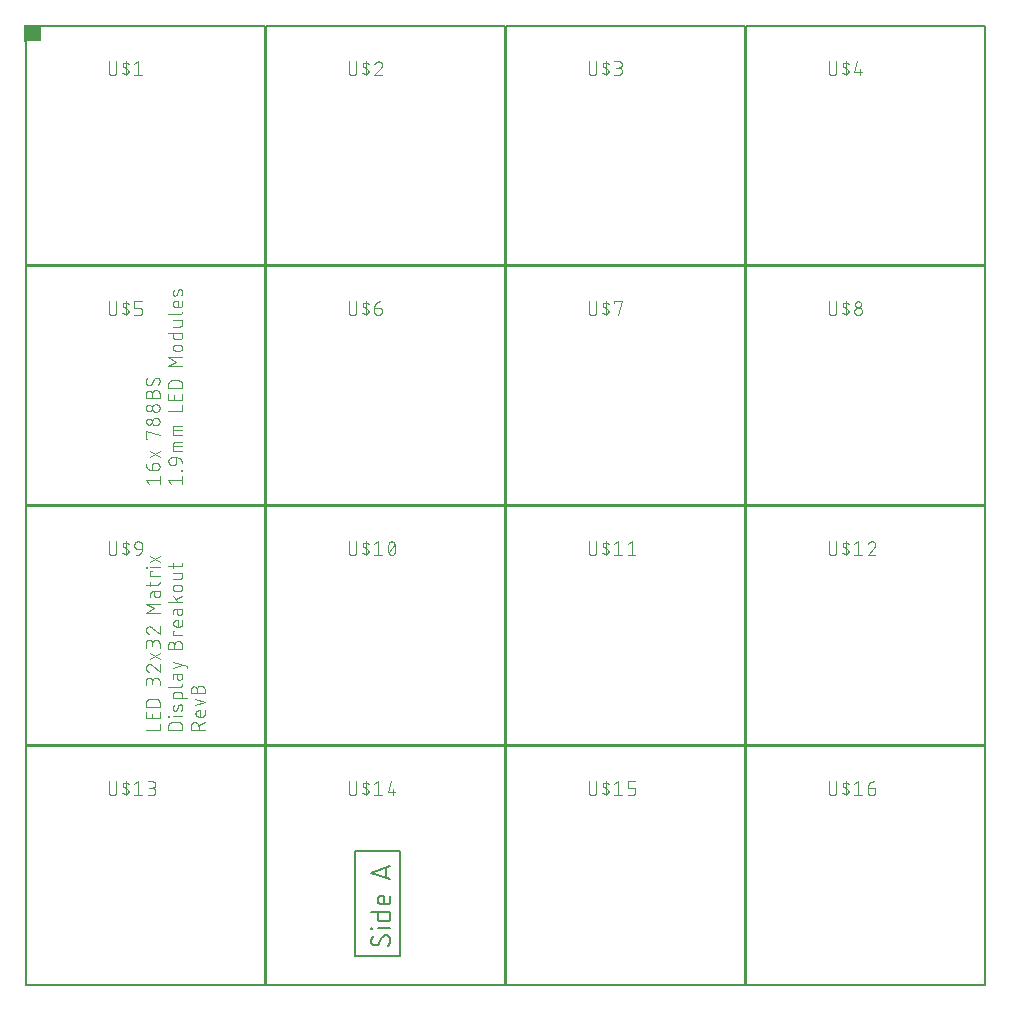
<source format=gbr>
G04 EAGLE Gerber RS-274X export*
G75*
%MOMM*%
%FSLAX34Y34*%
%LPD*%
%INSilkscreen Top*%
%IPPOS*%
%AMOC8*
5,1,8,0,0,1.08239X$1,22.5*%
G01*
%ADD10C,0.101600*%
%ADD11C,0.152400*%
%ADD12C,0.203200*%
%ADD13C,0.127000*%

G36*
X12720Y799342D02*
X12720Y799342D01*
X12739Y799340D01*
X12841Y799362D01*
X12943Y799379D01*
X12960Y799388D01*
X12980Y799392D01*
X13069Y799445D01*
X13160Y799494D01*
X13174Y799508D01*
X13191Y799518D01*
X13258Y799597D01*
X13330Y799672D01*
X13338Y799690D01*
X13351Y799705D01*
X13390Y799801D01*
X13433Y799895D01*
X13435Y799915D01*
X13443Y799933D01*
X13461Y800100D01*
X13461Y812800D01*
X13458Y812820D01*
X13460Y812839D01*
X13438Y812941D01*
X13422Y813043D01*
X13412Y813060D01*
X13408Y813080D01*
X13355Y813169D01*
X13306Y813260D01*
X13292Y813274D01*
X13282Y813291D01*
X13203Y813358D01*
X13128Y813430D01*
X13110Y813438D01*
X13095Y813451D01*
X12999Y813490D01*
X12905Y813533D01*
X12885Y813535D01*
X12867Y813543D01*
X12700Y813561D01*
X0Y813561D01*
X-20Y813558D01*
X-39Y813560D01*
X-141Y813538D01*
X-243Y813522D01*
X-260Y813512D01*
X-280Y813508D01*
X-369Y813455D01*
X-460Y813406D01*
X-474Y813392D01*
X-491Y813382D01*
X-558Y813303D01*
X-630Y813228D01*
X-638Y813210D01*
X-651Y813195D01*
X-690Y813099D01*
X-733Y813005D01*
X-735Y812985D01*
X-743Y812967D01*
X-761Y812800D01*
X-761Y800100D01*
X-758Y800080D01*
X-760Y800061D01*
X-738Y799959D01*
X-722Y799857D01*
X-712Y799840D01*
X-708Y799820D01*
X-655Y799731D01*
X-606Y799640D01*
X-592Y799626D01*
X-582Y799609D01*
X-503Y799542D01*
X-428Y799471D01*
X-410Y799462D01*
X-395Y799449D01*
X-299Y799410D01*
X-205Y799367D01*
X-185Y799365D01*
X-167Y799357D01*
X0Y799339D01*
X12700Y799339D01*
X12720Y799342D01*
G37*
D10*
X102108Y216408D02*
X113792Y216408D01*
X113792Y221601D01*
X113792Y226314D02*
X113792Y231507D01*
X113792Y226314D02*
X102108Y226314D01*
X102108Y231507D01*
X107301Y230209D02*
X107301Y226314D01*
X102108Y236197D02*
X113792Y236197D01*
X102108Y236197D02*
X102108Y239443D01*
X102110Y239556D01*
X102116Y239669D01*
X102126Y239782D01*
X102140Y239895D01*
X102157Y240007D01*
X102179Y240118D01*
X102204Y240228D01*
X102234Y240338D01*
X102267Y240446D01*
X102304Y240553D01*
X102344Y240659D01*
X102389Y240763D01*
X102437Y240866D01*
X102488Y240967D01*
X102543Y241066D01*
X102601Y241163D01*
X102663Y241258D01*
X102728Y241351D01*
X102796Y241441D01*
X102867Y241529D01*
X102942Y241615D01*
X103019Y241698D01*
X103099Y241778D01*
X103182Y241855D01*
X103268Y241930D01*
X103356Y242001D01*
X103446Y242069D01*
X103539Y242134D01*
X103634Y242196D01*
X103731Y242254D01*
X103830Y242309D01*
X103931Y242360D01*
X104034Y242408D01*
X104138Y242453D01*
X104244Y242493D01*
X104351Y242530D01*
X104459Y242563D01*
X104569Y242593D01*
X104679Y242618D01*
X104790Y242640D01*
X104902Y242657D01*
X105015Y242671D01*
X105128Y242681D01*
X105241Y242687D01*
X105354Y242689D01*
X110546Y242689D01*
X110659Y242687D01*
X110772Y242681D01*
X110885Y242671D01*
X110998Y242657D01*
X111110Y242640D01*
X111221Y242618D01*
X111331Y242593D01*
X111441Y242563D01*
X111549Y242530D01*
X111656Y242493D01*
X111762Y242453D01*
X111866Y242408D01*
X111969Y242360D01*
X112070Y242309D01*
X112169Y242254D01*
X112266Y242196D01*
X112361Y242134D01*
X112454Y242069D01*
X112544Y242001D01*
X112632Y241930D01*
X112718Y241855D01*
X112801Y241778D01*
X112881Y241698D01*
X112958Y241615D01*
X113033Y241529D01*
X113104Y241441D01*
X113172Y241351D01*
X113237Y241258D01*
X113299Y241163D01*
X113357Y241066D01*
X113412Y240967D01*
X113463Y240866D01*
X113511Y240763D01*
X113556Y240659D01*
X113596Y240553D01*
X113633Y240446D01*
X113666Y240338D01*
X113696Y240228D01*
X113721Y240118D01*
X113743Y240007D01*
X113760Y239895D01*
X113774Y239782D01*
X113784Y239669D01*
X113790Y239556D01*
X113792Y239443D01*
X113792Y236197D01*
X113792Y254104D02*
X113792Y257350D01*
X113790Y257463D01*
X113784Y257576D01*
X113774Y257689D01*
X113760Y257802D01*
X113743Y257914D01*
X113721Y258025D01*
X113696Y258135D01*
X113666Y258245D01*
X113633Y258353D01*
X113596Y258460D01*
X113556Y258566D01*
X113511Y258670D01*
X113463Y258773D01*
X113412Y258874D01*
X113357Y258973D01*
X113299Y259070D01*
X113237Y259165D01*
X113172Y259258D01*
X113104Y259348D01*
X113033Y259436D01*
X112958Y259522D01*
X112881Y259605D01*
X112801Y259685D01*
X112718Y259762D01*
X112632Y259837D01*
X112544Y259908D01*
X112454Y259976D01*
X112361Y260041D01*
X112266Y260103D01*
X112169Y260161D01*
X112070Y260216D01*
X111969Y260267D01*
X111866Y260315D01*
X111762Y260360D01*
X111656Y260400D01*
X111549Y260437D01*
X111441Y260470D01*
X111331Y260500D01*
X111221Y260525D01*
X111110Y260547D01*
X110998Y260564D01*
X110885Y260578D01*
X110772Y260588D01*
X110659Y260594D01*
X110546Y260596D01*
X110433Y260594D01*
X110320Y260588D01*
X110207Y260578D01*
X110094Y260564D01*
X109982Y260547D01*
X109871Y260525D01*
X109761Y260500D01*
X109651Y260470D01*
X109543Y260437D01*
X109436Y260400D01*
X109330Y260360D01*
X109226Y260315D01*
X109123Y260267D01*
X109022Y260216D01*
X108923Y260161D01*
X108826Y260103D01*
X108731Y260041D01*
X108638Y259976D01*
X108548Y259908D01*
X108460Y259837D01*
X108374Y259762D01*
X108291Y259685D01*
X108211Y259605D01*
X108134Y259522D01*
X108059Y259436D01*
X107988Y259348D01*
X107920Y259258D01*
X107855Y259165D01*
X107793Y259070D01*
X107735Y258973D01*
X107680Y258874D01*
X107629Y258773D01*
X107581Y258670D01*
X107536Y258566D01*
X107496Y258460D01*
X107459Y258353D01*
X107426Y258245D01*
X107396Y258135D01*
X107371Y258025D01*
X107349Y257914D01*
X107332Y257802D01*
X107318Y257689D01*
X107308Y257576D01*
X107302Y257463D01*
X107300Y257350D01*
X102108Y257999D02*
X102108Y254104D01*
X102108Y257999D02*
X102110Y258100D01*
X102116Y258200D01*
X102126Y258300D01*
X102139Y258400D01*
X102157Y258499D01*
X102178Y258598D01*
X102203Y258695D01*
X102232Y258792D01*
X102265Y258887D01*
X102301Y258981D01*
X102341Y259073D01*
X102384Y259164D01*
X102431Y259253D01*
X102481Y259340D01*
X102535Y259426D01*
X102592Y259509D01*
X102652Y259589D01*
X102715Y259668D01*
X102782Y259744D01*
X102851Y259817D01*
X102923Y259887D01*
X102997Y259955D01*
X103074Y260020D01*
X103154Y260081D01*
X103236Y260140D01*
X103320Y260195D01*
X103406Y260247D01*
X103494Y260296D01*
X103584Y260341D01*
X103676Y260383D01*
X103769Y260421D01*
X103864Y260455D01*
X103959Y260486D01*
X104056Y260513D01*
X104154Y260536D01*
X104253Y260556D01*
X104353Y260571D01*
X104453Y260583D01*
X104553Y260591D01*
X104654Y260595D01*
X104754Y260595D01*
X104855Y260591D01*
X104955Y260583D01*
X105055Y260571D01*
X105155Y260556D01*
X105254Y260536D01*
X105352Y260513D01*
X105449Y260486D01*
X105544Y260455D01*
X105639Y260421D01*
X105732Y260383D01*
X105824Y260341D01*
X105914Y260296D01*
X106002Y260247D01*
X106088Y260195D01*
X106172Y260140D01*
X106254Y260081D01*
X106334Y260020D01*
X106411Y259955D01*
X106485Y259887D01*
X106557Y259817D01*
X106626Y259744D01*
X106693Y259668D01*
X106756Y259589D01*
X106816Y259509D01*
X106873Y259426D01*
X106927Y259340D01*
X106977Y259253D01*
X107024Y259164D01*
X107067Y259073D01*
X107107Y258981D01*
X107143Y258887D01*
X107176Y258792D01*
X107205Y258695D01*
X107230Y258598D01*
X107251Y258499D01*
X107269Y258400D01*
X107282Y258300D01*
X107292Y258200D01*
X107298Y258100D01*
X107300Y257999D01*
X107301Y257999D02*
X107301Y255403D01*
X102108Y269104D02*
X102110Y269211D01*
X102116Y269317D01*
X102126Y269423D01*
X102139Y269529D01*
X102157Y269635D01*
X102178Y269739D01*
X102203Y269843D01*
X102232Y269946D01*
X102264Y270047D01*
X102301Y270147D01*
X102341Y270246D01*
X102384Y270344D01*
X102431Y270440D01*
X102482Y270534D01*
X102536Y270626D01*
X102593Y270716D01*
X102653Y270804D01*
X102717Y270889D01*
X102784Y270972D01*
X102854Y271053D01*
X102926Y271131D01*
X103002Y271207D01*
X103080Y271279D01*
X103161Y271349D01*
X103244Y271416D01*
X103329Y271480D01*
X103417Y271540D01*
X103507Y271597D01*
X103599Y271651D01*
X103693Y271702D01*
X103789Y271749D01*
X103887Y271792D01*
X103986Y271832D01*
X104086Y271869D01*
X104187Y271901D01*
X104290Y271930D01*
X104394Y271955D01*
X104498Y271976D01*
X104604Y271994D01*
X104710Y272007D01*
X104816Y272017D01*
X104922Y272023D01*
X105029Y272025D01*
X102108Y269104D02*
X102110Y268983D01*
X102116Y268862D01*
X102126Y268742D01*
X102139Y268621D01*
X102157Y268502D01*
X102178Y268382D01*
X102203Y268264D01*
X102232Y268147D01*
X102265Y268030D01*
X102301Y267915D01*
X102342Y267801D01*
X102385Y267688D01*
X102433Y267576D01*
X102484Y267467D01*
X102539Y267359D01*
X102597Y267252D01*
X102658Y267148D01*
X102723Y267046D01*
X102791Y266946D01*
X102862Y266848D01*
X102936Y266752D01*
X103013Y266659D01*
X103094Y266569D01*
X103177Y266481D01*
X103263Y266396D01*
X103352Y266313D01*
X103443Y266234D01*
X103537Y266157D01*
X103633Y266084D01*
X103731Y266014D01*
X103832Y265947D01*
X103935Y265883D01*
X104040Y265823D01*
X104147Y265765D01*
X104255Y265712D01*
X104365Y265662D01*
X104477Y265616D01*
X104590Y265573D01*
X104705Y265534D01*
X107301Y271051D02*
X107223Y271130D01*
X107143Y271206D01*
X107060Y271279D01*
X106974Y271349D01*
X106887Y271416D01*
X106796Y271480D01*
X106704Y271540D01*
X106610Y271598D01*
X106513Y271652D01*
X106415Y271702D01*
X106315Y271749D01*
X106214Y271793D01*
X106111Y271833D01*
X106006Y271869D01*
X105901Y271901D01*
X105794Y271930D01*
X105687Y271955D01*
X105578Y271977D01*
X105469Y271994D01*
X105360Y272008D01*
X105250Y272017D01*
X105139Y272023D01*
X105029Y272025D01*
X107301Y271052D02*
X113792Y265534D01*
X113792Y272025D01*
X113792Y276470D02*
X106003Y281663D01*
X106003Y276470D02*
X113792Y281663D01*
X113792Y286108D02*
X113792Y289354D01*
X113790Y289467D01*
X113784Y289580D01*
X113774Y289693D01*
X113760Y289806D01*
X113743Y289918D01*
X113721Y290029D01*
X113696Y290139D01*
X113666Y290249D01*
X113633Y290357D01*
X113596Y290464D01*
X113556Y290570D01*
X113511Y290674D01*
X113463Y290777D01*
X113412Y290878D01*
X113357Y290977D01*
X113299Y291074D01*
X113237Y291169D01*
X113172Y291262D01*
X113104Y291352D01*
X113033Y291440D01*
X112958Y291526D01*
X112881Y291609D01*
X112801Y291689D01*
X112718Y291766D01*
X112632Y291841D01*
X112544Y291912D01*
X112454Y291980D01*
X112361Y292045D01*
X112266Y292107D01*
X112169Y292165D01*
X112070Y292220D01*
X111969Y292271D01*
X111866Y292319D01*
X111762Y292364D01*
X111656Y292404D01*
X111549Y292441D01*
X111441Y292474D01*
X111331Y292504D01*
X111221Y292529D01*
X111110Y292551D01*
X110998Y292568D01*
X110885Y292582D01*
X110772Y292592D01*
X110659Y292598D01*
X110546Y292600D01*
X110433Y292598D01*
X110320Y292592D01*
X110207Y292582D01*
X110094Y292568D01*
X109982Y292551D01*
X109871Y292529D01*
X109761Y292504D01*
X109651Y292474D01*
X109543Y292441D01*
X109436Y292404D01*
X109330Y292364D01*
X109226Y292319D01*
X109123Y292271D01*
X109022Y292220D01*
X108923Y292165D01*
X108826Y292107D01*
X108731Y292045D01*
X108638Y291980D01*
X108548Y291912D01*
X108460Y291841D01*
X108374Y291766D01*
X108291Y291689D01*
X108211Y291609D01*
X108134Y291526D01*
X108059Y291440D01*
X107988Y291352D01*
X107920Y291262D01*
X107855Y291169D01*
X107793Y291074D01*
X107735Y290977D01*
X107680Y290878D01*
X107629Y290777D01*
X107581Y290674D01*
X107536Y290570D01*
X107496Y290464D01*
X107459Y290357D01*
X107426Y290249D01*
X107396Y290139D01*
X107371Y290029D01*
X107349Y289918D01*
X107332Y289806D01*
X107318Y289693D01*
X107308Y289580D01*
X107302Y289467D01*
X107300Y289354D01*
X102108Y290003D02*
X102108Y286108D01*
X102108Y290003D02*
X102110Y290104D01*
X102116Y290204D01*
X102126Y290304D01*
X102139Y290404D01*
X102157Y290503D01*
X102178Y290602D01*
X102203Y290699D01*
X102232Y290796D01*
X102265Y290891D01*
X102301Y290985D01*
X102341Y291077D01*
X102384Y291168D01*
X102431Y291257D01*
X102481Y291344D01*
X102535Y291430D01*
X102592Y291513D01*
X102652Y291593D01*
X102715Y291672D01*
X102782Y291748D01*
X102851Y291821D01*
X102923Y291891D01*
X102997Y291959D01*
X103074Y292024D01*
X103154Y292085D01*
X103236Y292144D01*
X103320Y292199D01*
X103406Y292251D01*
X103494Y292300D01*
X103584Y292345D01*
X103676Y292387D01*
X103769Y292425D01*
X103864Y292459D01*
X103959Y292490D01*
X104056Y292517D01*
X104154Y292540D01*
X104253Y292560D01*
X104353Y292575D01*
X104453Y292587D01*
X104553Y292595D01*
X104654Y292599D01*
X104754Y292599D01*
X104855Y292595D01*
X104955Y292587D01*
X105055Y292575D01*
X105155Y292560D01*
X105254Y292540D01*
X105352Y292517D01*
X105449Y292490D01*
X105544Y292459D01*
X105639Y292425D01*
X105732Y292387D01*
X105824Y292345D01*
X105914Y292300D01*
X106002Y292251D01*
X106088Y292199D01*
X106172Y292144D01*
X106254Y292085D01*
X106334Y292024D01*
X106411Y291959D01*
X106485Y291891D01*
X106557Y291821D01*
X106626Y291748D01*
X106693Y291672D01*
X106756Y291593D01*
X106816Y291513D01*
X106873Y291430D01*
X106927Y291344D01*
X106977Y291257D01*
X107024Y291168D01*
X107067Y291077D01*
X107107Y290985D01*
X107143Y290891D01*
X107176Y290796D01*
X107205Y290699D01*
X107230Y290602D01*
X107251Y290503D01*
X107269Y290404D01*
X107282Y290304D01*
X107292Y290204D01*
X107298Y290104D01*
X107300Y290003D01*
X107301Y290003D02*
X107301Y287407D01*
X102108Y301108D02*
X102110Y301215D01*
X102116Y301321D01*
X102126Y301427D01*
X102139Y301533D01*
X102157Y301639D01*
X102178Y301743D01*
X102203Y301847D01*
X102232Y301950D01*
X102264Y302051D01*
X102301Y302151D01*
X102341Y302250D01*
X102384Y302348D01*
X102431Y302444D01*
X102482Y302538D01*
X102536Y302630D01*
X102593Y302720D01*
X102653Y302808D01*
X102717Y302893D01*
X102784Y302976D01*
X102854Y303057D01*
X102926Y303135D01*
X103002Y303211D01*
X103080Y303283D01*
X103161Y303353D01*
X103244Y303420D01*
X103329Y303484D01*
X103417Y303544D01*
X103507Y303601D01*
X103599Y303655D01*
X103693Y303706D01*
X103789Y303753D01*
X103887Y303796D01*
X103986Y303836D01*
X104086Y303873D01*
X104187Y303905D01*
X104290Y303934D01*
X104394Y303959D01*
X104498Y303980D01*
X104604Y303998D01*
X104710Y304011D01*
X104816Y304021D01*
X104922Y304027D01*
X105029Y304029D01*
X102108Y301108D02*
X102110Y300987D01*
X102116Y300866D01*
X102126Y300746D01*
X102139Y300625D01*
X102157Y300506D01*
X102178Y300386D01*
X102203Y300268D01*
X102232Y300151D01*
X102265Y300034D01*
X102301Y299919D01*
X102342Y299805D01*
X102385Y299692D01*
X102433Y299580D01*
X102484Y299471D01*
X102539Y299363D01*
X102597Y299256D01*
X102658Y299152D01*
X102723Y299050D01*
X102791Y298950D01*
X102862Y298852D01*
X102936Y298756D01*
X103013Y298663D01*
X103094Y298573D01*
X103177Y298485D01*
X103263Y298400D01*
X103352Y298317D01*
X103443Y298238D01*
X103537Y298161D01*
X103633Y298088D01*
X103731Y298018D01*
X103832Y297951D01*
X103935Y297887D01*
X104040Y297827D01*
X104147Y297769D01*
X104255Y297716D01*
X104365Y297666D01*
X104477Y297620D01*
X104590Y297577D01*
X104705Y297538D01*
X107301Y303055D02*
X107223Y303134D01*
X107143Y303210D01*
X107060Y303283D01*
X106974Y303353D01*
X106887Y303420D01*
X106796Y303484D01*
X106704Y303544D01*
X106610Y303602D01*
X106513Y303656D01*
X106415Y303706D01*
X106315Y303753D01*
X106214Y303797D01*
X106111Y303837D01*
X106006Y303873D01*
X105901Y303905D01*
X105794Y303934D01*
X105687Y303959D01*
X105578Y303981D01*
X105469Y303998D01*
X105360Y304012D01*
X105250Y304021D01*
X105139Y304027D01*
X105029Y304029D01*
X107301Y303056D02*
X113792Y297538D01*
X113792Y304029D01*
X113792Y315558D02*
X102108Y315558D01*
X108599Y319453D01*
X102108Y323347D01*
X113792Y323347D01*
X109248Y330880D02*
X109248Y333801D01*
X109248Y330880D02*
X109250Y330786D01*
X109256Y330692D01*
X109265Y330599D01*
X109279Y330506D01*
X109296Y330414D01*
X109318Y330322D01*
X109342Y330232D01*
X109371Y330142D01*
X109403Y330054D01*
X109439Y329967D01*
X109479Y329882D01*
X109522Y329799D01*
X109568Y329717D01*
X109618Y329637D01*
X109671Y329560D01*
X109727Y329485D01*
X109786Y329412D01*
X109848Y329341D01*
X109913Y329273D01*
X109981Y329208D01*
X110052Y329146D01*
X110125Y329087D01*
X110200Y329031D01*
X110277Y328978D01*
X110357Y328928D01*
X110439Y328882D01*
X110522Y328839D01*
X110607Y328799D01*
X110694Y328763D01*
X110782Y328731D01*
X110872Y328702D01*
X110962Y328678D01*
X111054Y328656D01*
X111146Y328639D01*
X111239Y328625D01*
X111332Y328616D01*
X111426Y328610D01*
X111520Y328608D01*
X111614Y328610D01*
X111708Y328616D01*
X111801Y328625D01*
X111894Y328639D01*
X111986Y328656D01*
X112078Y328678D01*
X112168Y328702D01*
X112258Y328731D01*
X112346Y328763D01*
X112433Y328799D01*
X112518Y328839D01*
X112601Y328882D01*
X112683Y328928D01*
X112763Y328978D01*
X112840Y329031D01*
X112915Y329087D01*
X112988Y329146D01*
X113059Y329208D01*
X113127Y329273D01*
X113192Y329341D01*
X113254Y329412D01*
X113313Y329485D01*
X113369Y329560D01*
X113422Y329637D01*
X113472Y329717D01*
X113518Y329799D01*
X113561Y329882D01*
X113601Y329967D01*
X113637Y330054D01*
X113669Y330142D01*
X113698Y330232D01*
X113722Y330322D01*
X113744Y330414D01*
X113761Y330506D01*
X113775Y330599D01*
X113784Y330692D01*
X113790Y330786D01*
X113792Y330880D01*
X113792Y333801D01*
X107950Y333801D01*
X107863Y333799D01*
X107775Y333793D01*
X107689Y333783D01*
X107602Y333770D01*
X107517Y333752D01*
X107432Y333731D01*
X107348Y333706D01*
X107266Y333677D01*
X107185Y333644D01*
X107105Y333608D01*
X107027Y333569D01*
X106951Y333525D01*
X106877Y333479D01*
X106806Y333429D01*
X106736Y333376D01*
X106669Y333320D01*
X106605Y333261D01*
X106543Y333199D01*
X106484Y333135D01*
X106428Y333068D01*
X106375Y332998D01*
X106325Y332927D01*
X106279Y332853D01*
X106235Y332777D01*
X106196Y332699D01*
X106160Y332619D01*
X106127Y332538D01*
X106098Y332456D01*
X106073Y332372D01*
X106052Y332287D01*
X106034Y332202D01*
X106021Y332115D01*
X106011Y332029D01*
X106005Y331941D01*
X106003Y331854D01*
X106003Y329258D01*
X106003Y337987D02*
X106003Y341882D01*
X102108Y339285D02*
X111845Y339285D01*
X111845Y339286D02*
X111932Y339288D01*
X112020Y339294D01*
X112106Y339304D01*
X112193Y339317D01*
X112278Y339335D01*
X112363Y339356D01*
X112447Y339381D01*
X112529Y339410D01*
X112610Y339443D01*
X112690Y339479D01*
X112768Y339518D01*
X112844Y339562D01*
X112918Y339608D01*
X112989Y339658D01*
X113059Y339711D01*
X113126Y339767D01*
X113190Y339826D01*
X113252Y339888D01*
X113311Y339952D01*
X113367Y340019D01*
X113420Y340089D01*
X113470Y340160D01*
X113516Y340234D01*
X113560Y340310D01*
X113599Y340388D01*
X113635Y340468D01*
X113668Y340549D01*
X113697Y340631D01*
X113722Y340715D01*
X113743Y340800D01*
X113761Y340885D01*
X113774Y340972D01*
X113784Y341058D01*
X113790Y341146D01*
X113792Y341233D01*
X113792Y341882D01*
X113792Y346641D02*
X106003Y346641D01*
X106003Y350535D01*
X107301Y350535D01*
X106003Y354124D02*
X113792Y354124D01*
X102757Y353799D02*
X102108Y353799D01*
X102108Y354448D01*
X102757Y354448D01*
X102757Y353799D01*
X106003Y363578D02*
X113792Y358385D01*
X113792Y363578D02*
X106003Y358385D01*
X121158Y216408D02*
X132842Y216408D01*
X121158Y216408D02*
X121158Y219654D01*
X121160Y219767D01*
X121166Y219880D01*
X121176Y219993D01*
X121190Y220106D01*
X121207Y220218D01*
X121229Y220329D01*
X121254Y220439D01*
X121284Y220549D01*
X121317Y220657D01*
X121354Y220764D01*
X121394Y220870D01*
X121439Y220974D01*
X121487Y221077D01*
X121538Y221178D01*
X121593Y221277D01*
X121651Y221374D01*
X121713Y221469D01*
X121778Y221562D01*
X121846Y221652D01*
X121917Y221740D01*
X121992Y221826D01*
X122069Y221909D01*
X122149Y221989D01*
X122232Y222066D01*
X122318Y222141D01*
X122406Y222212D01*
X122496Y222280D01*
X122589Y222345D01*
X122684Y222407D01*
X122781Y222465D01*
X122880Y222520D01*
X122981Y222571D01*
X123084Y222619D01*
X123188Y222664D01*
X123294Y222704D01*
X123401Y222741D01*
X123509Y222774D01*
X123619Y222804D01*
X123729Y222829D01*
X123840Y222851D01*
X123952Y222868D01*
X124065Y222882D01*
X124178Y222892D01*
X124291Y222898D01*
X124404Y222900D01*
X124404Y222899D02*
X129596Y222899D01*
X129596Y222900D02*
X129709Y222898D01*
X129822Y222892D01*
X129935Y222882D01*
X130048Y222868D01*
X130160Y222851D01*
X130271Y222829D01*
X130381Y222804D01*
X130491Y222774D01*
X130599Y222741D01*
X130706Y222704D01*
X130812Y222664D01*
X130916Y222619D01*
X131019Y222571D01*
X131120Y222520D01*
X131219Y222465D01*
X131316Y222407D01*
X131411Y222345D01*
X131504Y222280D01*
X131594Y222212D01*
X131682Y222141D01*
X131768Y222066D01*
X131851Y221989D01*
X131931Y221909D01*
X132008Y221826D01*
X132083Y221740D01*
X132154Y221652D01*
X132222Y221562D01*
X132287Y221469D01*
X132349Y221374D01*
X132407Y221277D01*
X132462Y221178D01*
X132513Y221077D01*
X132561Y220974D01*
X132606Y220870D01*
X132646Y220764D01*
X132683Y220657D01*
X132716Y220549D01*
X132746Y220439D01*
X132771Y220329D01*
X132793Y220218D01*
X132810Y220106D01*
X132824Y219993D01*
X132834Y219880D01*
X132840Y219767D01*
X132842Y219654D01*
X132842Y216408D01*
X132842Y228036D02*
X125053Y228036D01*
X121807Y227711D02*
X121158Y227711D01*
X121158Y228360D01*
X121807Y228360D01*
X121807Y227711D01*
X128298Y233652D02*
X129596Y236897D01*
X128299Y233652D02*
X128266Y233577D01*
X128230Y233503D01*
X128191Y233431D01*
X128148Y233361D01*
X128102Y233294D01*
X128052Y233228D01*
X128000Y233166D01*
X127944Y233105D01*
X127886Y233048D01*
X127825Y232993D01*
X127761Y232942D01*
X127695Y232894D01*
X127626Y232849D01*
X127556Y232807D01*
X127483Y232769D01*
X127409Y232734D01*
X127333Y232703D01*
X127256Y232676D01*
X127177Y232653D01*
X127098Y232633D01*
X127017Y232618D01*
X126936Y232606D01*
X126854Y232598D01*
X126773Y232594D01*
X126691Y232595D01*
X126609Y232599D01*
X126527Y232607D01*
X126446Y232619D01*
X126366Y232635D01*
X126286Y232655D01*
X126208Y232679D01*
X126131Y232707D01*
X126055Y232738D01*
X125981Y232773D01*
X125909Y232811D01*
X125838Y232853D01*
X125770Y232899D01*
X125704Y232947D01*
X125641Y232999D01*
X125580Y233054D01*
X125522Y233112D01*
X125466Y233172D01*
X125414Y233235D01*
X125365Y233301D01*
X125319Y233369D01*
X125277Y233439D01*
X125237Y233511D01*
X125202Y233585D01*
X125170Y233660D01*
X125142Y233737D01*
X125118Y233815D01*
X125097Y233895D01*
X125080Y233975D01*
X125068Y234056D01*
X125059Y234137D01*
X125054Y234219D01*
X125053Y234301D01*
X125057Y234478D01*
X125066Y234655D01*
X125080Y234832D01*
X125097Y235009D01*
X125119Y235184D01*
X125144Y235360D01*
X125175Y235534D01*
X125209Y235708D01*
X125247Y235881D01*
X125290Y236053D01*
X125337Y236224D01*
X125387Y236394D01*
X125442Y236563D01*
X125501Y236730D01*
X125564Y236896D01*
X125631Y237060D01*
X125702Y237222D01*
X129596Y236897D02*
X129629Y236972D01*
X129665Y237046D01*
X129704Y237118D01*
X129747Y237188D01*
X129793Y237255D01*
X129843Y237321D01*
X129895Y237383D01*
X129951Y237444D01*
X130009Y237501D01*
X130070Y237556D01*
X130134Y237607D01*
X130200Y237655D01*
X130269Y237700D01*
X130339Y237742D01*
X130412Y237780D01*
X130486Y237815D01*
X130562Y237846D01*
X130639Y237873D01*
X130718Y237896D01*
X130798Y237916D01*
X130878Y237931D01*
X130959Y237943D01*
X131041Y237951D01*
X131122Y237955D01*
X131204Y237954D01*
X131286Y237950D01*
X131368Y237942D01*
X131449Y237930D01*
X131529Y237914D01*
X131609Y237894D01*
X131687Y237870D01*
X131764Y237842D01*
X131840Y237811D01*
X131914Y237776D01*
X131986Y237738D01*
X132057Y237696D01*
X132125Y237650D01*
X132191Y237602D01*
X132254Y237550D01*
X132315Y237495D01*
X132373Y237437D01*
X132429Y237377D01*
X132481Y237314D01*
X132530Y237248D01*
X132576Y237180D01*
X132618Y237110D01*
X132658Y237038D01*
X132693Y236964D01*
X132725Y236889D01*
X132753Y236812D01*
X132777Y236734D01*
X132798Y236654D01*
X132815Y236574D01*
X132827Y236493D01*
X132836Y236412D01*
X132841Y236330D01*
X132842Y236248D01*
X132835Y235988D01*
X132822Y235728D01*
X132803Y235468D01*
X132778Y235209D01*
X132746Y234950D01*
X132709Y234693D01*
X132665Y234436D01*
X132616Y234180D01*
X132560Y233926D01*
X132499Y233673D01*
X132431Y233422D01*
X132357Y233172D01*
X132278Y232924D01*
X132193Y232678D01*
X136737Y243024D02*
X125053Y243024D01*
X125053Y246269D01*
X125055Y246356D01*
X125061Y246444D01*
X125071Y246530D01*
X125084Y246617D01*
X125102Y246702D01*
X125123Y246787D01*
X125148Y246871D01*
X125177Y246953D01*
X125210Y247034D01*
X125246Y247114D01*
X125285Y247192D01*
X125329Y247268D01*
X125375Y247342D01*
X125425Y247413D01*
X125478Y247483D01*
X125534Y247550D01*
X125593Y247614D01*
X125654Y247676D01*
X125719Y247735D01*
X125786Y247791D01*
X125856Y247844D01*
X125927Y247894D01*
X126001Y247940D01*
X126077Y247984D01*
X126155Y248023D01*
X126235Y248059D01*
X126316Y248092D01*
X126398Y248121D01*
X126482Y248146D01*
X126567Y248167D01*
X126652Y248185D01*
X126739Y248198D01*
X126825Y248208D01*
X126913Y248214D01*
X127000Y248216D01*
X127000Y248217D02*
X130895Y248217D01*
X130895Y248216D02*
X130982Y248214D01*
X131070Y248208D01*
X131156Y248198D01*
X131243Y248185D01*
X131328Y248167D01*
X131413Y248146D01*
X131497Y248121D01*
X131579Y248092D01*
X131660Y248059D01*
X131740Y248023D01*
X131818Y247984D01*
X131894Y247940D01*
X131968Y247894D01*
X132039Y247844D01*
X132109Y247791D01*
X132176Y247735D01*
X132240Y247676D01*
X132302Y247614D01*
X132361Y247550D01*
X132417Y247483D01*
X132470Y247413D01*
X132520Y247342D01*
X132566Y247268D01*
X132610Y247192D01*
X132649Y247114D01*
X132685Y247034D01*
X132718Y246953D01*
X132747Y246871D01*
X132772Y246787D01*
X132793Y246702D01*
X132811Y246617D01*
X132824Y246530D01*
X132834Y246444D01*
X132840Y246356D01*
X132842Y246269D01*
X132842Y243024D01*
X130895Y253021D02*
X121158Y253021D01*
X130895Y253021D02*
X130982Y253023D01*
X131070Y253029D01*
X131156Y253039D01*
X131243Y253052D01*
X131328Y253070D01*
X131413Y253091D01*
X131497Y253116D01*
X131579Y253145D01*
X131660Y253178D01*
X131740Y253214D01*
X131818Y253253D01*
X131894Y253297D01*
X131968Y253343D01*
X132039Y253393D01*
X132109Y253446D01*
X132176Y253502D01*
X132240Y253561D01*
X132302Y253623D01*
X132361Y253687D01*
X132417Y253754D01*
X132470Y253824D01*
X132520Y253895D01*
X132566Y253969D01*
X132610Y254045D01*
X132649Y254123D01*
X132685Y254203D01*
X132718Y254284D01*
X132747Y254366D01*
X132772Y254450D01*
X132793Y254535D01*
X132811Y254620D01*
X132824Y254707D01*
X132834Y254793D01*
X132840Y254881D01*
X132842Y254968D01*
X128298Y261180D02*
X128298Y264101D01*
X128298Y261180D02*
X128300Y261086D01*
X128306Y260992D01*
X128315Y260899D01*
X128329Y260806D01*
X128346Y260714D01*
X128368Y260622D01*
X128392Y260532D01*
X128421Y260442D01*
X128453Y260354D01*
X128489Y260267D01*
X128529Y260182D01*
X128572Y260099D01*
X128618Y260017D01*
X128668Y259937D01*
X128721Y259860D01*
X128777Y259785D01*
X128836Y259712D01*
X128898Y259641D01*
X128963Y259573D01*
X129031Y259508D01*
X129102Y259446D01*
X129175Y259387D01*
X129250Y259331D01*
X129327Y259278D01*
X129407Y259228D01*
X129489Y259182D01*
X129572Y259139D01*
X129657Y259099D01*
X129744Y259063D01*
X129832Y259031D01*
X129922Y259002D01*
X130012Y258978D01*
X130104Y258956D01*
X130196Y258939D01*
X130289Y258925D01*
X130382Y258916D01*
X130476Y258910D01*
X130570Y258908D01*
X130664Y258910D01*
X130758Y258916D01*
X130851Y258925D01*
X130944Y258939D01*
X131036Y258956D01*
X131128Y258978D01*
X131218Y259002D01*
X131308Y259031D01*
X131396Y259063D01*
X131483Y259099D01*
X131568Y259139D01*
X131651Y259182D01*
X131733Y259228D01*
X131813Y259278D01*
X131890Y259331D01*
X131965Y259387D01*
X132038Y259446D01*
X132109Y259508D01*
X132177Y259573D01*
X132242Y259641D01*
X132304Y259712D01*
X132363Y259785D01*
X132419Y259860D01*
X132472Y259937D01*
X132522Y260017D01*
X132568Y260099D01*
X132611Y260182D01*
X132651Y260267D01*
X132687Y260354D01*
X132719Y260442D01*
X132748Y260532D01*
X132772Y260622D01*
X132794Y260714D01*
X132811Y260806D01*
X132825Y260899D01*
X132834Y260992D01*
X132840Y261086D01*
X132842Y261180D01*
X132842Y264101D01*
X127000Y264101D01*
X126913Y264099D01*
X126825Y264093D01*
X126739Y264083D01*
X126652Y264070D01*
X126567Y264052D01*
X126482Y264031D01*
X126398Y264006D01*
X126316Y263977D01*
X126235Y263944D01*
X126155Y263908D01*
X126077Y263869D01*
X126001Y263825D01*
X125927Y263779D01*
X125856Y263729D01*
X125786Y263676D01*
X125719Y263620D01*
X125655Y263561D01*
X125593Y263499D01*
X125534Y263435D01*
X125478Y263368D01*
X125425Y263298D01*
X125375Y263227D01*
X125329Y263153D01*
X125285Y263077D01*
X125246Y262999D01*
X125210Y262919D01*
X125177Y262838D01*
X125148Y262756D01*
X125123Y262672D01*
X125102Y262587D01*
X125084Y262502D01*
X125071Y262415D01*
X125061Y262329D01*
X125055Y262241D01*
X125053Y262154D01*
X125053Y259557D01*
X136737Y268873D02*
X136737Y270171D01*
X125053Y274066D01*
X125053Y268873D02*
X132842Y271469D01*
X126351Y285157D02*
X126351Y288403D01*
X126350Y288403D02*
X126352Y288516D01*
X126358Y288629D01*
X126368Y288742D01*
X126382Y288855D01*
X126399Y288967D01*
X126421Y289078D01*
X126446Y289188D01*
X126476Y289298D01*
X126509Y289406D01*
X126546Y289513D01*
X126586Y289619D01*
X126631Y289723D01*
X126679Y289826D01*
X126730Y289927D01*
X126785Y290026D01*
X126843Y290123D01*
X126905Y290218D01*
X126970Y290311D01*
X127038Y290401D01*
X127109Y290489D01*
X127184Y290575D01*
X127261Y290658D01*
X127341Y290738D01*
X127424Y290815D01*
X127510Y290890D01*
X127598Y290961D01*
X127688Y291029D01*
X127781Y291094D01*
X127876Y291156D01*
X127973Y291214D01*
X128072Y291269D01*
X128173Y291320D01*
X128276Y291368D01*
X128380Y291413D01*
X128486Y291453D01*
X128593Y291490D01*
X128701Y291523D01*
X128811Y291553D01*
X128921Y291578D01*
X129032Y291600D01*
X129144Y291617D01*
X129257Y291631D01*
X129370Y291641D01*
X129483Y291647D01*
X129596Y291649D01*
X129709Y291647D01*
X129822Y291641D01*
X129935Y291631D01*
X130048Y291617D01*
X130160Y291600D01*
X130271Y291578D01*
X130381Y291553D01*
X130491Y291523D01*
X130599Y291490D01*
X130706Y291453D01*
X130812Y291413D01*
X130916Y291368D01*
X131019Y291320D01*
X131120Y291269D01*
X131219Y291214D01*
X131316Y291156D01*
X131411Y291094D01*
X131504Y291029D01*
X131594Y290961D01*
X131682Y290890D01*
X131768Y290815D01*
X131851Y290738D01*
X131931Y290658D01*
X132008Y290575D01*
X132083Y290489D01*
X132154Y290401D01*
X132222Y290311D01*
X132287Y290218D01*
X132349Y290123D01*
X132407Y290026D01*
X132462Y289927D01*
X132513Y289826D01*
X132561Y289723D01*
X132606Y289619D01*
X132646Y289513D01*
X132683Y289406D01*
X132716Y289298D01*
X132746Y289188D01*
X132771Y289078D01*
X132793Y288967D01*
X132810Y288855D01*
X132824Y288742D01*
X132834Y288629D01*
X132840Y288516D01*
X132842Y288403D01*
X132842Y285157D01*
X121158Y285157D01*
X121158Y288403D01*
X121160Y288504D01*
X121166Y288604D01*
X121176Y288704D01*
X121189Y288804D01*
X121207Y288903D01*
X121228Y289002D01*
X121253Y289099D01*
X121282Y289196D01*
X121315Y289291D01*
X121351Y289385D01*
X121391Y289477D01*
X121434Y289568D01*
X121481Y289657D01*
X121531Y289744D01*
X121585Y289830D01*
X121642Y289913D01*
X121702Y289993D01*
X121765Y290072D01*
X121832Y290148D01*
X121901Y290221D01*
X121973Y290291D01*
X122047Y290359D01*
X122124Y290424D01*
X122204Y290485D01*
X122286Y290544D01*
X122370Y290599D01*
X122456Y290651D01*
X122544Y290700D01*
X122634Y290745D01*
X122726Y290787D01*
X122819Y290825D01*
X122914Y290859D01*
X123009Y290890D01*
X123106Y290917D01*
X123204Y290940D01*
X123303Y290960D01*
X123403Y290975D01*
X123503Y290987D01*
X123603Y290995D01*
X123704Y290999D01*
X123804Y290999D01*
X123905Y290995D01*
X124005Y290987D01*
X124105Y290975D01*
X124205Y290960D01*
X124304Y290940D01*
X124402Y290917D01*
X124499Y290890D01*
X124594Y290859D01*
X124689Y290825D01*
X124782Y290787D01*
X124874Y290745D01*
X124964Y290700D01*
X125052Y290651D01*
X125138Y290599D01*
X125222Y290544D01*
X125304Y290485D01*
X125384Y290424D01*
X125461Y290359D01*
X125535Y290291D01*
X125607Y290221D01*
X125676Y290148D01*
X125743Y290072D01*
X125806Y289993D01*
X125866Y289913D01*
X125923Y289830D01*
X125977Y289744D01*
X126027Y289657D01*
X126074Y289568D01*
X126117Y289477D01*
X126157Y289385D01*
X126193Y289291D01*
X126226Y289196D01*
X126255Y289099D01*
X126280Y289002D01*
X126301Y288903D01*
X126319Y288804D01*
X126332Y288704D01*
X126342Y288604D01*
X126348Y288504D01*
X126350Y288403D01*
X125053Y296371D02*
X132842Y296371D01*
X125053Y296371D02*
X125053Y300266D01*
X126351Y300266D01*
X132842Y305872D02*
X132842Y309118D01*
X132842Y305872D02*
X132840Y305785D01*
X132834Y305697D01*
X132824Y305611D01*
X132811Y305524D01*
X132793Y305439D01*
X132772Y305354D01*
X132747Y305270D01*
X132718Y305188D01*
X132685Y305107D01*
X132649Y305027D01*
X132610Y304949D01*
X132566Y304873D01*
X132520Y304799D01*
X132470Y304728D01*
X132417Y304658D01*
X132361Y304591D01*
X132302Y304527D01*
X132240Y304465D01*
X132176Y304406D01*
X132109Y304350D01*
X132039Y304297D01*
X131968Y304247D01*
X131894Y304201D01*
X131818Y304157D01*
X131740Y304118D01*
X131660Y304082D01*
X131579Y304049D01*
X131497Y304020D01*
X131413Y303995D01*
X131328Y303974D01*
X131243Y303956D01*
X131156Y303943D01*
X131070Y303933D01*
X130982Y303927D01*
X130895Y303925D01*
X127649Y303925D01*
X127548Y303927D01*
X127448Y303933D01*
X127348Y303943D01*
X127248Y303956D01*
X127149Y303974D01*
X127050Y303995D01*
X126953Y304020D01*
X126856Y304049D01*
X126761Y304082D01*
X126667Y304118D01*
X126575Y304158D01*
X126484Y304201D01*
X126395Y304248D01*
X126308Y304298D01*
X126222Y304352D01*
X126139Y304409D01*
X126059Y304469D01*
X125980Y304532D01*
X125904Y304599D01*
X125831Y304668D01*
X125761Y304740D01*
X125693Y304814D01*
X125628Y304891D01*
X125567Y304971D01*
X125508Y305053D01*
X125453Y305137D01*
X125401Y305223D01*
X125352Y305311D01*
X125307Y305401D01*
X125265Y305493D01*
X125227Y305586D01*
X125193Y305681D01*
X125162Y305776D01*
X125135Y305873D01*
X125112Y305971D01*
X125092Y306070D01*
X125077Y306170D01*
X125065Y306270D01*
X125057Y306370D01*
X125053Y306471D01*
X125053Y306571D01*
X125057Y306672D01*
X125065Y306772D01*
X125077Y306872D01*
X125092Y306972D01*
X125112Y307071D01*
X125135Y307169D01*
X125162Y307266D01*
X125193Y307361D01*
X125227Y307456D01*
X125265Y307549D01*
X125307Y307641D01*
X125352Y307731D01*
X125401Y307819D01*
X125453Y307905D01*
X125508Y307989D01*
X125567Y308071D01*
X125628Y308151D01*
X125693Y308228D01*
X125761Y308302D01*
X125831Y308374D01*
X125904Y308443D01*
X125980Y308510D01*
X126059Y308573D01*
X126139Y308633D01*
X126222Y308690D01*
X126308Y308744D01*
X126395Y308794D01*
X126484Y308841D01*
X126575Y308884D01*
X126667Y308924D01*
X126761Y308960D01*
X126856Y308993D01*
X126953Y309022D01*
X127050Y309047D01*
X127149Y309068D01*
X127248Y309086D01*
X127348Y309099D01*
X127448Y309109D01*
X127548Y309115D01*
X127649Y309117D01*
X127649Y309118D02*
X128947Y309118D01*
X128947Y303925D01*
X128298Y316044D02*
X128298Y318965D01*
X128298Y316044D02*
X128300Y315950D01*
X128306Y315856D01*
X128315Y315763D01*
X128329Y315670D01*
X128346Y315578D01*
X128368Y315486D01*
X128392Y315396D01*
X128421Y315306D01*
X128453Y315218D01*
X128489Y315131D01*
X128529Y315046D01*
X128572Y314963D01*
X128618Y314881D01*
X128668Y314801D01*
X128721Y314724D01*
X128777Y314649D01*
X128836Y314576D01*
X128898Y314505D01*
X128963Y314437D01*
X129031Y314372D01*
X129102Y314310D01*
X129175Y314251D01*
X129250Y314195D01*
X129327Y314142D01*
X129407Y314092D01*
X129489Y314046D01*
X129572Y314003D01*
X129657Y313963D01*
X129744Y313927D01*
X129832Y313895D01*
X129922Y313866D01*
X130012Y313842D01*
X130104Y313820D01*
X130196Y313803D01*
X130289Y313789D01*
X130382Y313780D01*
X130476Y313774D01*
X130570Y313772D01*
X130664Y313774D01*
X130758Y313780D01*
X130851Y313789D01*
X130944Y313803D01*
X131036Y313820D01*
X131128Y313842D01*
X131218Y313866D01*
X131308Y313895D01*
X131396Y313927D01*
X131483Y313963D01*
X131568Y314003D01*
X131651Y314046D01*
X131733Y314092D01*
X131813Y314142D01*
X131890Y314195D01*
X131965Y314251D01*
X132038Y314310D01*
X132109Y314372D01*
X132177Y314437D01*
X132242Y314505D01*
X132304Y314576D01*
X132363Y314649D01*
X132419Y314724D01*
X132472Y314801D01*
X132522Y314881D01*
X132568Y314963D01*
X132611Y315046D01*
X132651Y315131D01*
X132687Y315218D01*
X132719Y315306D01*
X132748Y315396D01*
X132772Y315486D01*
X132794Y315578D01*
X132811Y315670D01*
X132825Y315763D01*
X132834Y315856D01*
X132840Y315950D01*
X132842Y316044D01*
X132842Y318965D01*
X127000Y318965D01*
X126913Y318963D01*
X126825Y318957D01*
X126739Y318947D01*
X126652Y318934D01*
X126567Y318916D01*
X126482Y318895D01*
X126398Y318870D01*
X126316Y318841D01*
X126235Y318808D01*
X126155Y318772D01*
X126077Y318733D01*
X126001Y318689D01*
X125927Y318643D01*
X125856Y318593D01*
X125786Y318540D01*
X125719Y318484D01*
X125655Y318425D01*
X125593Y318363D01*
X125534Y318299D01*
X125478Y318232D01*
X125425Y318162D01*
X125375Y318091D01*
X125329Y318017D01*
X125285Y317941D01*
X125246Y317863D01*
X125210Y317783D01*
X125177Y317702D01*
X125148Y317620D01*
X125123Y317536D01*
X125102Y317451D01*
X125084Y317366D01*
X125071Y317279D01*
X125061Y317193D01*
X125055Y317105D01*
X125053Y317018D01*
X125053Y314421D01*
X121158Y324634D02*
X132842Y324634D01*
X128947Y324634D02*
X125053Y329827D01*
X127325Y326906D02*
X132842Y329827D01*
X130246Y334024D02*
X127649Y334024D01*
X127548Y334026D01*
X127448Y334032D01*
X127348Y334042D01*
X127248Y334055D01*
X127149Y334073D01*
X127050Y334094D01*
X126953Y334119D01*
X126856Y334148D01*
X126761Y334181D01*
X126667Y334217D01*
X126575Y334257D01*
X126484Y334300D01*
X126395Y334347D01*
X126308Y334397D01*
X126222Y334451D01*
X126139Y334508D01*
X126059Y334568D01*
X125980Y334631D01*
X125904Y334698D01*
X125831Y334767D01*
X125761Y334839D01*
X125693Y334913D01*
X125628Y334990D01*
X125567Y335070D01*
X125508Y335152D01*
X125453Y335236D01*
X125401Y335322D01*
X125352Y335410D01*
X125307Y335500D01*
X125265Y335592D01*
X125227Y335685D01*
X125193Y335780D01*
X125162Y335875D01*
X125135Y335972D01*
X125112Y336070D01*
X125092Y336169D01*
X125077Y336269D01*
X125065Y336369D01*
X125057Y336469D01*
X125053Y336570D01*
X125053Y336670D01*
X125057Y336771D01*
X125065Y336871D01*
X125077Y336971D01*
X125092Y337071D01*
X125112Y337170D01*
X125135Y337268D01*
X125162Y337365D01*
X125193Y337460D01*
X125227Y337555D01*
X125265Y337648D01*
X125307Y337740D01*
X125352Y337830D01*
X125401Y337918D01*
X125453Y338004D01*
X125508Y338088D01*
X125567Y338170D01*
X125628Y338250D01*
X125693Y338327D01*
X125761Y338401D01*
X125831Y338473D01*
X125904Y338542D01*
X125980Y338609D01*
X126059Y338672D01*
X126139Y338732D01*
X126222Y338789D01*
X126308Y338843D01*
X126395Y338893D01*
X126484Y338940D01*
X126575Y338983D01*
X126667Y339023D01*
X126761Y339059D01*
X126856Y339092D01*
X126953Y339121D01*
X127050Y339146D01*
X127149Y339167D01*
X127248Y339185D01*
X127348Y339198D01*
X127448Y339208D01*
X127548Y339214D01*
X127649Y339216D01*
X127649Y339217D02*
X130246Y339217D01*
X130246Y339216D02*
X130347Y339214D01*
X130447Y339208D01*
X130547Y339198D01*
X130647Y339185D01*
X130746Y339167D01*
X130845Y339146D01*
X130942Y339121D01*
X131039Y339092D01*
X131134Y339059D01*
X131228Y339023D01*
X131320Y338983D01*
X131411Y338940D01*
X131500Y338893D01*
X131587Y338843D01*
X131673Y338789D01*
X131756Y338732D01*
X131836Y338672D01*
X131915Y338609D01*
X131991Y338542D01*
X132064Y338473D01*
X132134Y338401D01*
X132202Y338327D01*
X132267Y338250D01*
X132328Y338170D01*
X132387Y338088D01*
X132442Y338004D01*
X132494Y337918D01*
X132543Y337830D01*
X132588Y337740D01*
X132630Y337648D01*
X132668Y337555D01*
X132702Y337460D01*
X132733Y337365D01*
X132760Y337268D01*
X132783Y337170D01*
X132803Y337071D01*
X132818Y336971D01*
X132830Y336871D01*
X132838Y336771D01*
X132842Y336670D01*
X132842Y336570D01*
X132838Y336469D01*
X132830Y336369D01*
X132818Y336269D01*
X132803Y336169D01*
X132783Y336070D01*
X132760Y335972D01*
X132733Y335875D01*
X132702Y335780D01*
X132668Y335685D01*
X132630Y335592D01*
X132588Y335500D01*
X132543Y335410D01*
X132494Y335322D01*
X132442Y335236D01*
X132387Y335152D01*
X132328Y335070D01*
X132267Y334990D01*
X132202Y334913D01*
X132134Y334839D01*
X132064Y334767D01*
X131991Y334698D01*
X131915Y334631D01*
X131836Y334568D01*
X131756Y334508D01*
X131673Y334451D01*
X131587Y334397D01*
X131500Y334347D01*
X131411Y334300D01*
X131320Y334257D01*
X131228Y334217D01*
X131134Y334181D01*
X131039Y334148D01*
X130942Y334119D01*
X130845Y334094D01*
X130746Y334073D01*
X130647Y334055D01*
X130547Y334042D01*
X130447Y334032D01*
X130347Y334026D01*
X130246Y334024D01*
X130895Y344311D02*
X125053Y344311D01*
X130895Y344311D02*
X130982Y344313D01*
X131070Y344319D01*
X131156Y344329D01*
X131243Y344342D01*
X131328Y344360D01*
X131413Y344381D01*
X131497Y344406D01*
X131579Y344435D01*
X131660Y344468D01*
X131740Y344504D01*
X131818Y344543D01*
X131894Y344587D01*
X131968Y344633D01*
X132039Y344683D01*
X132109Y344736D01*
X132176Y344792D01*
X132240Y344851D01*
X132302Y344913D01*
X132361Y344977D01*
X132417Y345044D01*
X132470Y345114D01*
X132520Y345185D01*
X132566Y345259D01*
X132610Y345335D01*
X132649Y345413D01*
X132685Y345493D01*
X132718Y345574D01*
X132747Y345656D01*
X132772Y345740D01*
X132793Y345825D01*
X132811Y345910D01*
X132824Y345997D01*
X132834Y346083D01*
X132840Y346171D01*
X132842Y346258D01*
X132842Y349504D01*
X125053Y349504D01*
X125053Y353631D02*
X125053Y357525D01*
X121158Y354929D02*
X130895Y354929D01*
X130982Y354931D01*
X131070Y354937D01*
X131156Y354947D01*
X131243Y354960D01*
X131328Y354978D01*
X131413Y354999D01*
X131497Y355024D01*
X131579Y355053D01*
X131660Y355086D01*
X131740Y355122D01*
X131818Y355161D01*
X131894Y355205D01*
X131968Y355251D01*
X132039Y355301D01*
X132109Y355354D01*
X132176Y355410D01*
X132240Y355469D01*
X132302Y355531D01*
X132361Y355595D01*
X132417Y355662D01*
X132470Y355732D01*
X132520Y355803D01*
X132566Y355877D01*
X132610Y355953D01*
X132649Y356031D01*
X132685Y356111D01*
X132718Y356192D01*
X132747Y356274D01*
X132772Y356358D01*
X132793Y356443D01*
X132811Y356528D01*
X132824Y356615D01*
X132834Y356701D01*
X132840Y356789D01*
X132842Y356876D01*
X132842Y357525D01*
X140208Y216408D02*
X151892Y216408D01*
X140208Y216408D02*
X140208Y219654D01*
X140210Y219767D01*
X140216Y219880D01*
X140226Y219993D01*
X140240Y220106D01*
X140257Y220218D01*
X140279Y220329D01*
X140304Y220439D01*
X140334Y220549D01*
X140367Y220657D01*
X140404Y220764D01*
X140444Y220870D01*
X140489Y220974D01*
X140537Y221077D01*
X140588Y221178D01*
X140643Y221277D01*
X140701Y221374D01*
X140763Y221469D01*
X140828Y221562D01*
X140896Y221652D01*
X140967Y221740D01*
X141042Y221826D01*
X141119Y221909D01*
X141199Y221989D01*
X141282Y222066D01*
X141368Y222141D01*
X141456Y222212D01*
X141546Y222280D01*
X141639Y222345D01*
X141734Y222407D01*
X141831Y222465D01*
X141930Y222520D01*
X142031Y222571D01*
X142134Y222619D01*
X142238Y222664D01*
X142344Y222704D01*
X142451Y222741D01*
X142559Y222774D01*
X142669Y222804D01*
X142779Y222829D01*
X142890Y222851D01*
X143002Y222868D01*
X143115Y222882D01*
X143228Y222892D01*
X143341Y222898D01*
X143454Y222900D01*
X143567Y222898D01*
X143680Y222892D01*
X143793Y222882D01*
X143906Y222868D01*
X144018Y222851D01*
X144129Y222829D01*
X144239Y222804D01*
X144349Y222774D01*
X144457Y222741D01*
X144564Y222704D01*
X144670Y222664D01*
X144774Y222619D01*
X144877Y222571D01*
X144978Y222520D01*
X145077Y222465D01*
X145174Y222407D01*
X145269Y222345D01*
X145362Y222280D01*
X145452Y222212D01*
X145540Y222141D01*
X145626Y222066D01*
X145709Y221989D01*
X145789Y221909D01*
X145866Y221826D01*
X145941Y221740D01*
X146012Y221652D01*
X146080Y221562D01*
X146145Y221469D01*
X146207Y221374D01*
X146265Y221277D01*
X146320Y221178D01*
X146371Y221077D01*
X146419Y220974D01*
X146464Y220870D01*
X146504Y220764D01*
X146541Y220657D01*
X146574Y220549D01*
X146604Y220439D01*
X146629Y220329D01*
X146651Y220218D01*
X146668Y220106D01*
X146682Y219993D01*
X146692Y219880D01*
X146698Y219767D01*
X146700Y219654D01*
X146699Y219654D02*
X146699Y216408D01*
X146699Y220303D02*
X151892Y222899D01*
X151892Y229599D02*
X151892Y232844D01*
X151892Y229599D02*
X151890Y229512D01*
X151884Y229424D01*
X151874Y229338D01*
X151861Y229251D01*
X151843Y229166D01*
X151822Y229081D01*
X151797Y228997D01*
X151768Y228915D01*
X151735Y228834D01*
X151699Y228754D01*
X151660Y228676D01*
X151616Y228600D01*
X151570Y228526D01*
X151520Y228455D01*
X151467Y228385D01*
X151411Y228318D01*
X151352Y228254D01*
X151290Y228192D01*
X151226Y228133D01*
X151159Y228077D01*
X151089Y228024D01*
X151018Y227974D01*
X150944Y227928D01*
X150868Y227884D01*
X150790Y227845D01*
X150710Y227809D01*
X150629Y227776D01*
X150547Y227747D01*
X150463Y227722D01*
X150378Y227701D01*
X150293Y227683D01*
X150206Y227670D01*
X150120Y227660D01*
X150032Y227654D01*
X149945Y227652D01*
X149945Y227651D02*
X146699Y227651D01*
X146699Y227652D02*
X146598Y227654D01*
X146498Y227660D01*
X146398Y227670D01*
X146298Y227683D01*
X146199Y227701D01*
X146100Y227722D01*
X146003Y227747D01*
X145906Y227776D01*
X145811Y227809D01*
X145717Y227845D01*
X145625Y227885D01*
X145534Y227928D01*
X145445Y227975D01*
X145358Y228025D01*
X145272Y228079D01*
X145189Y228136D01*
X145109Y228196D01*
X145030Y228259D01*
X144954Y228326D01*
X144881Y228395D01*
X144811Y228467D01*
X144743Y228541D01*
X144678Y228618D01*
X144617Y228698D01*
X144558Y228780D01*
X144503Y228864D01*
X144451Y228950D01*
X144402Y229038D01*
X144357Y229128D01*
X144315Y229220D01*
X144277Y229313D01*
X144243Y229408D01*
X144212Y229503D01*
X144185Y229600D01*
X144162Y229698D01*
X144142Y229797D01*
X144127Y229897D01*
X144115Y229997D01*
X144107Y230097D01*
X144103Y230198D01*
X144103Y230298D01*
X144107Y230399D01*
X144115Y230499D01*
X144127Y230599D01*
X144142Y230699D01*
X144162Y230798D01*
X144185Y230896D01*
X144212Y230993D01*
X144243Y231088D01*
X144277Y231183D01*
X144315Y231276D01*
X144357Y231368D01*
X144402Y231458D01*
X144451Y231546D01*
X144503Y231632D01*
X144558Y231716D01*
X144617Y231798D01*
X144678Y231878D01*
X144743Y231955D01*
X144811Y232029D01*
X144881Y232101D01*
X144954Y232170D01*
X145030Y232237D01*
X145109Y232300D01*
X145189Y232360D01*
X145272Y232417D01*
X145358Y232471D01*
X145445Y232521D01*
X145534Y232568D01*
X145625Y232611D01*
X145717Y232651D01*
X145811Y232687D01*
X145906Y232720D01*
X146003Y232749D01*
X146100Y232774D01*
X146199Y232795D01*
X146298Y232813D01*
X146398Y232826D01*
X146498Y232836D01*
X146598Y232842D01*
X146699Y232844D01*
X147997Y232844D01*
X147997Y227651D01*
X144103Y237176D02*
X151892Y239773D01*
X144103Y242369D01*
X145401Y247365D02*
X145401Y250610D01*
X145400Y250610D02*
X145402Y250723D01*
X145408Y250836D01*
X145418Y250949D01*
X145432Y251062D01*
X145449Y251174D01*
X145471Y251285D01*
X145496Y251395D01*
X145526Y251505D01*
X145559Y251613D01*
X145596Y251720D01*
X145636Y251826D01*
X145681Y251930D01*
X145729Y252033D01*
X145780Y252134D01*
X145835Y252233D01*
X145893Y252330D01*
X145955Y252425D01*
X146020Y252518D01*
X146088Y252608D01*
X146159Y252696D01*
X146234Y252782D01*
X146311Y252865D01*
X146391Y252945D01*
X146474Y253022D01*
X146560Y253097D01*
X146648Y253168D01*
X146738Y253236D01*
X146831Y253301D01*
X146926Y253363D01*
X147023Y253421D01*
X147122Y253476D01*
X147223Y253527D01*
X147326Y253575D01*
X147430Y253620D01*
X147536Y253660D01*
X147643Y253697D01*
X147751Y253730D01*
X147861Y253760D01*
X147971Y253785D01*
X148082Y253807D01*
X148194Y253824D01*
X148307Y253838D01*
X148420Y253848D01*
X148533Y253854D01*
X148646Y253856D01*
X148759Y253854D01*
X148872Y253848D01*
X148985Y253838D01*
X149098Y253824D01*
X149210Y253807D01*
X149321Y253785D01*
X149431Y253760D01*
X149541Y253730D01*
X149649Y253697D01*
X149756Y253660D01*
X149862Y253620D01*
X149966Y253575D01*
X150069Y253527D01*
X150170Y253476D01*
X150269Y253421D01*
X150366Y253363D01*
X150461Y253301D01*
X150554Y253236D01*
X150644Y253168D01*
X150732Y253097D01*
X150818Y253022D01*
X150901Y252945D01*
X150981Y252865D01*
X151058Y252782D01*
X151133Y252696D01*
X151204Y252608D01*
X151272Y252518D01*
X151337Y252425D01*
X151399Y252330D01*
X151457Y252233D01*
X151512Y252134D01*
X151563Y252033D01*
X151611Y251930D01*
X151656Y251826D01*
X151696Y251720D01*
X151733Y251613D01*
X151766Y251505D01*
X151796Y251395D01*
X151821Y251285D01*
X151843Y251174D01*
X151860Y251062D01*
X151874Y250949D01*
X151884Y250836D01*
X151890Y250723D01*
X151892Y250610D01*
X151892Y247365D01*
X140208Y247365D01*
X140208Y250610D01*
X140210Y250711D01*
X140216Y250811D01*
X140226Y250911D01*
X140239Y251011D01*
X140257Y251110D01*
X140278Y251209D01*
X140303Y251306D01*
X140332Y251403D01*
X140365Y251498D01*
X140401Y251592D01*
X140441Y251684D01*
X140484Y251775D01*
X140531Y251864D01*
X140581Y251951D01*
X140635Y252037D01*
X140692Y252120D01*
X140752Y252200D01*
X140815Y252279D01*
X140882Y252355D01*
X140951Y252428D01*
X141023Y252498D01*
X141097Y252566D01*
X141174Y252631D01*
X141254Y252692D01*
X141336Y252751D01*
X141420Y252806D01*
X141506Y252858D01*
X141594Y252907D01*
X141684Y252952D01*
X141776Y252994D01*
X141869Y253032D01*
X141964Y253066D01*
X142059Y253097D01*
X142156Y253124D01*
X142254Y253147D01*
X142353Y253167D01*
X142453Y253182D01*
X142553Y253194D01*
X142653Y253202D01*
X142754Y253206D01*
X142854Y253206D01*
X142955Y253202D01*
X143055Y253194D01*
X143155Y253182D01*
X143255Y253167D01*
X143354Y253147D01*
X143452Y253124D01*
X143549Y253097D01*
X143644Y253066D01*
X143739Y253032D01*
X143832Y252994D01*
X143924Y252952D01*
X144014Y252907D01*
X144102Y252858D01*
X144188Y252806D01*
X144272Y252751D01*
X144354Y252692D01*
X144434Y252631D01*
X144511Y252566D01*
X144585Y252498D01*
X144657Y252428D01*
X144726Y252355D01*
X144793Y252279D01*
X144856Y252200D01*
X144916Y252120D01*
X144973Y252037D01*
X145027Y251951D01*
X145077Y251864D01*
X145124Y251775D01*
X145167Y251684D01*
X145207Y251592D01*
X145243Y251498D01*
X145276Y251403D01*
X145305Y251306D01*
X145330Y251209D01*
X145351Y251110D01*
X145369Y251011D01*
X145382Y250911D01*
X145392Y250811D01*
X145398Y250711D01*
X145400Y250610D01*
D11*
X305506Y42620D02*
X305624Y42618D01*
X305742Y42612D01*
X305860Y42603D01*
X305977Y42589D01*
X306094Y42572D01*
X306211Y42551D01*
X306326Y42526D01*
X306441Y42497D01*
X306555Y42464D01*
X306667Y42428D01*
X306778Y42388D01*
X306888Y42345D01*
X306997Y42298D01*
X307104Y42248D01*
X307209Y42193D01*
X307312Y42136D01*
X307413Y42075D01*
X307513Y42011D01*
X307610Y41944D01*
X307705Y41874D01*
X307797Y41800D01*
X307888Y41724D01*
X307975Y41644D01*
X308060Y41562D01*
X308142Y41477D01*
X308222Y41390D01*
X308298Y41299D01*
X308372Y41207D01*
X308442Y41112D01*
X308509Y41015D01*
X308573Y40915D01*
X308634Y40814D01*
X308691Y40711D01*
X308746Y40606D01*
X308796Y40499D01*
X308843Y40390D01*
X308886Y40280D01*
X308926Y40169D01*
X308962Y40057D01*
X308995Y39943D01*
X309024Y39828D01*
X309049Y39713D01*
X309070Y39596D01*
X309087Y39479D01*
X309101Y39362D01*
X309110Y39244D01*
X309116Y39126D01*
X309118Y39008D01*
X309116Y38825D01*
X309109Y38643D01*
X309098Y38461D01*
X309083Y38279D01*
X309063Y38097D01*
X309040Y37916D01*
X309011Y37736D01*
X308979Y37556D01*
X308942Y37377D01*
X308901Y37200D01*
X308855Y37023D01*
X308806Y36847D01*
X308752Y36673D01*
X308694Y36499D01*
X308632Y36328D01*
X308566Y36158D01*
X308495Y35989D01*
X308421Y35822D01*
X308343Y35657D01*
X308261Y35494D01*
X308175Y35333D01*
X308085Y35174D01*
X307991Y35017D01*
X307894Y34863D01*
X307793Y34711D01*
X307688Y34561D01*
X307580Y34414D01*
X307469Y34270D01*
X307354Y34128D01*
X307235Y33989D01*
X307113Y33853D01*
X306988Y33720D01*
X306860Y33590D01*
X296474Y34041D02*
X296356Y34043D01*
X296238Y34049D01*
X296120Y34058D01*
X296003Y34072D01*
X295886Y34089D01*
X295769Y34110D01*
X295654Y34135D01*
X295539Y34164D01*
X295425Y34197D01*
X295313Y34233D01*
X295202Y34273D01*
X295092Y34316D01*
X294983Y34363D01*
X294876Y34413D01*
X294771Y34468D01*
X294668Y34525D01*
X294567Y34586D01*
X294467Y34650D01*
X294370Y34717D01*
X294275Y34787D01*
X294183Y34861D01*
X294092Y34937D01*
X294005Y35017D01*
X293920Y35099D01*
X293838Y35184D01*
X293758Y35271D01*
X293682Y35362D01*
X293608Y35454D01*
X293538Y35549D01*
X293471Y35646D01*
X293407Y35746D01*
X293346Y35847D01*
X293289Y35950D01*
X293234Y36055D01*
X293184Y36162D01*
X293137Y36271D01*
X293094Y36381D01*
X293054Y36492D01*
X293018Y36604D01*
X292985Y36718D01*
X292956Y36833D01*
X292931Y36948D01*
X292910Y37065D01*
X292893Y37182D01*
X292879Y37299D01*
X292870Y37417D01*
X292864Y37535D01*
X292862Y37653D01*
X292864Y37814D01*
X292870Y37976D01*
X292879Y38137D01*
X292893Y38298D01*
X292910Y38458D01*
X292931Y38618D01*
X292956Y38778D01*
X292985Y38937D01*
X293017Y39095D01*
X293053Y39252D01*
X293093Y39408D01*
X293137Y39564D01*
X293185Y39718D01*
X293236Y39871D01*
X293290Y40023D01*
X293349Y40174D01*
X293410Y40323D01*
X293476Y40470D01*
X293545Y40616D01*
X293617Y40761D01*
X293693Y40903D01*
X293772Y41044D01*
X293854Y41183D01*
X293940Y41319D01*
X294029Y41454D01*
X294121Y41587D01*
X294217Y41717D01*
X299635Y35847D02*
X299573Y35746D01*
X299508Y35646D01*
X299439Y35549D01*
X299367Y35454D01*
X299293Y35361D01*
X299215Y35271D01*
X299134Y35183D01*
X299051Y35098D01*
X298965Y35016D01*
X298876Y34937D01*
X298785Y34860D01*
X298691Y34787D01*
X298595Y34716D01*
X298497Y34649D01*
X298397Y34585D01*
X298294Y34524D01*
X298190Y34467D01*
X298084Y34413D01*
X297976Y34363D01*
X297867Y34316D01*
X297756Y34272D01*
X297644Y34232D01*
X297530Y34196D01*
X297416Y34164D01*
X297300Y34135D01*
X297184Y34110D01*
X297067Y34089D01*
X296949Y34072D01*
X296831Y34058D01*
X296712Y34049D01*
X296593Y34043D01*
X296474Y34041D01*
X302345Y40815D02*
X302407Y40916D01*
X302472Y41016D01*
X302541Y41113D01*
X302613Y41208D01*
X302687Y41301D01*
X302765Y41391D01*
X302846Y41479D01*
X302929Y41564D01*
X303015Y41646D01*
X303104Y41725D01*
X303195Y41802D01*
X303289Y41875D01*
X303385Y41946D01*
X303483Y42013D01*
X303583Y42077D01*
X303686Y42138D01*
X303790Y42195D01*
X303896Y42249D01*
X304004Y42299D01*
X304113Y42346D01*
X304224Y42390D01*
X304336Y42430D01*
X304450Y42466D01*
X304564Y42498D01*
X304680Y42527D01*
X304796Y42552D01*
X304913Y42573D01*
X305031Y42590D01*
X305149Y42604D01*
X305268Y42613D01*
X305387Y42619D01*
X305506Y42621D01*
X302345Y40814D02*
X299635Y35847D01*
X298281Y48526D02*
X309118Y48526D01*
X293765Y48074D02*
X292862Y48074D01*
X292862Y48977D01*
X293765Y48977D01*
X293765Y48074D01*
X292862Y61965D02*
X309118Y61965D01*
X309118Y57449D01*
X309116Y57348D01*
X309110Y57247D01*
X309101Y57146D01*
X309088Y57045D01*
X309071Y56945D01*
X309050Y56846D01*
X309026Y56748D01*
X308998Y56651D01*
X308966Y56554D01*
X308931Y56459D01*
X308892Y56366D01*
X308850Y56274D01*
X308804Y56183D01*
X308755Y56094D01*
X308703Y56008D01*
X308647Y55923D01*
X308589Y55840D01*
X308527Y55760D01*
X308462Y55682D01*
X308395Y55606D01*
X308325Y55533D01*
X308252Y55463D01*
X308176Y55396D01*
X308098Y55331D01*
X308018Y55269D01*
X307935Y55211D01*
X307850Y55155D01*
X307764Y55103D01*
X307675Y55054D01*
X307584Y55008D01*
X307492Y54966D01*
X307399Y54927D01*
X307304Y54892D01*
X307207Y54860D01*
X307110Y54832D01*
X307012Y54808D01*
X306913Y54787D01*
X306813Y54770D01*
X306712Y54757D01*
X306611Y54748D01*
X306510Y54742D01*
X306409Y54740D01*
X300990Y54740D01*
X300889Y54742D01*
X300788Y54748D01*
X300687Y54757D01*
X300586Y54770D01*
X300486Y54787D01*
X300387Y54808D01*
X300289Y54832D01*
X300192Y54860D01*
X300095Y54892D01*
X300000Y54927D01*
X299907Y54966D01*
X299815Y55008D01*
X299724Y55054D01*
X299636Y55103D01*
X299549Y55155D01*
X299464Y55211D01*
X299381Y55269D01*
X299301Y55331D01*
X299223Y55396D01*
X299147Y55463D01*
X299074Y55533D01*
X299004Y55606D01*
X298937Y55682D01*
X298872Y55760D01*
X298810Y55840D01*
X298752Y55923D01*
X298696Y56008D01*
X298644Y56094D01*
X298595Y56183D01*
X298549Y56274D01*
X298507Y56366D01*
X298468Y56459D01*
X298433Y56554D01*
X298401Y56651D01*
X298373Y56748D01*
X298349Y56846D01*
X298328Y56945D01*
X298311Y57045D01*
X298298Y57146D01*
X298289Y57247D01*
X298283Y57348D01*
X298281Y57449D01*
X298281Y61965D01*
X309118Y71590D02*
X309118Y76106D01*
X309118Y71590D02*
X309116Y71489D01*
X309110Y71388D01*
X309101Y71287D01*
X309088Y71186D01*
X309071Y71086D01*
X309050Y70987D01*
X309026Y70889D01*
X308998Y70792D01*
X308966Y70695D01*
X308931Y70600D01*
X308892Y70507D01*
X308850Y70415D01*
X308804Y70324D01*
X308755Y70235D01*
X308703Y70149D01*
X308647Y70064D01*
X308589Y69981D01*
X308527Y69901D01*
X308462Y69823D01*
X308395Y69747D01*
X308325Y69674D01*
X308252Y69604D01*
X308176Y69537D01*
X308098Y69472D01*
X308018Y69410D01*
X307935Y69352D01*
X307850Y69296D01*
X307764Y69244D01*
X307675Y69195D01*
X307584Y69149D01*
X307492Y69107D01*
X307399Y69068D01*
X307304Y69033D01*
X307207Y69001D01*
X307110Y68973D01*
X307012Y68949D01*
X306913Y68928D01*
X306813Y68911D01*
X306712Y68898D01*
X306611Y68889D01*
X306510Y68883D01*
X306409Y68881D01*
X301893Y68881D01*
X301893Y68882D02*
X301774Y68884D01*
X301654Y68890D01*
X301535Y68900D01*
X301417Y68914D01*
X301298Y68931D01*
X301181Y68953D01*
X301064Y68978D01*
X300949Y69008D01*
X300834Y69041D01*
X300720Y69078D01*
X300608Y69118D01*
X300497Y69163D01*
X300388Y69211D01*
X300280Y69262D01*
X300174Y69317D01*
X300070Y69376D01*
X299968Y69438D01*
X299868Y69503D01*
X299770Y69572D01*
X299674Y69644D01*
X299581Y69719D01*
X299491Y69796D01*
X299403Y69877D01*
X299318Y69961D01*
X299236Y70048D01*
X299156Y70137D01*
X299080Y70229D01*
X299006Y70323D01*
X298936Y70420D01*
X298869Y70518D01*
X298805Y70619D01*
X298745Y70723D01*
X298688Y70828D01*
X298635Y70935D01*
X298585Y71043D01*
X298539Y71153D01*
X298497Y71265D01*
X298458Y71378D01*
X298423Y71492D01*
X298392Y71607D01*
X298364Y71724D01*
X298341Y71841D01*
X298321Y71958D01*
X298305Y72077D01*
X298293Y72196D01*
X298285Y72315D01*
X298281Y72434D01*
X298281Y72554D01*
X298285Y72673D01*
X298293Y72792D01*
X298305Y72911D01*
X298321Y73030D01*
X298341Y73147D01*
X298364Y73264D01*
X298392Y73381D01*
X298423Y73496D01*
X298458Y73610D01*
X298497Y73723D01*
X298539Y73835D01*
X298585Y73945D01*
X298635Y74053D01*
X298688Y74160D01*
X298745Y74265D01*
X298805Y74369D01*
X298869Y74470D01*
X298936Y74568D01*
X299006Y74665D01*
X299080Y74759D01*
X299156Y74851D01*
X299236Y74940D01*
X299318Y75027D01*
X299403Y75111D01*
X299491Y75192D01*
X299581Y75269D01*
X299674Y75344D01*
X299770Y75416D01*
X299868Y75485D01*
X299968Y75550D01*
X300070Y75612D01*
X300174Y75671D01*
X300280Y75726D01*
X300388Y75777D01*
X300497Y75825D01*
X300608Y75870D01*
X300720Y75910D01*
X300834Y75947D01*
X300949Y75980D01*
X301064Y76010D01*
X301181Y76035D01*
X301298Y76057D01*
X301417Y76074D01*
X301535Y76088D01*
X301654Y76098D01*
X301774Y76104D01*
X301893Y76106D01*
X303699Y76106D01*
X303699Y68881D01*
X309118Y90001D02*
X292862Y95419D01*
X309118Y100838D01*
X305054Y99483D02*
X305054Y91355D01*
X317500Y114300D02*
X279400Y114300D01*
X279400Y25400D01*
X317500Y25400D01*
X317500Y114300D01*
D12*
X0Y800100D02*
X0Y812800D01*
X12700Y812800D01*
X0Y800100D01*
D10*
X102108Y427934D02*
X104704Y424688D01*
X102108Y427934D02*
X113792Y427934D01*
X113792Y431179D02*
X113792Y424688D01*
X107301Y436118D02*
X107301Y440013D01*
X107303Y440112D01*
X107309Y440212D01*
X107318Y440311D01*
X107331Y440409D01*
X107348Y440507D01*
X107369Y440605D01*
X107394Y440701D01*
X107422Y440796D01*
X107454Y440890D01*
X107489Y440983D01*
X107528Y441075D01*
X107571Y441165D01*
X107616Y441253D01*
X107666Y441340D01*
X107718Y441424D01*
X107774Y441507D01*
X107832Y441587D01*
X107894Y441665D01*
X107959Y441740D01*
X108027Y441813D01*
X108097Y441883D01*
X108170Y441951D01*
X108245Y442016D01*
X108323Y442078D01*
X108403Y442136D01*
X108486Y442192D01*
X108570Y442244D01*
X108657Y442294D01*
X108745Y442339D01*
X108835Y442382D01*
X108927Y442421D01*
X109020Y442456D01*
X109114Y442488D01*
X109209Y442516D01*
X109305Y442541D01*
X109403Y442562D01*
X109501Y442579D01*
X109599Y442592D01*
X109698Y442601D01*
X109798Y442607D01*
X109897Y442609D01*
X110546Y442609D01*
X110546Y442610D02*
X110659Y442608D01*
X110772Y442602D01*
X110885Y442592D01*
X110998Y442578D01*
X111110Y442561D01*
X111221Y442539D01*
X111331Y442514D01*
X111441Y442484D01*
X111549Y442451D01*
X111656Y442414D01*
X111762Y442374D01*
X111866Y442329D01*
X111969Y442281D01*
X112070Y442230D01*
X112169Y442175D01*
X112266Y442117D01*
X112361Y442055D01*
X112454Y441990D01*
X112544Y441922D01*
X112632Y441851D01*
X112718Y441776D01*
X112801Y441699D01*
X112881Y441619D01*
X112958Y441536D01*
X113033Y441450D01*
X113104Y441362D01*
X113172Y441272D01*
X113237Y441179D01*
X113299Y441084D01*
X113357Y440987D01*
X113412Y440888D01*
X113463Y440787D01*
X113511Y440684D01*
X113556Y440580D01*
X113596Y440474D01*
X113633Y440367D01*
X113666Y440259D01*
X113696Y440149D01*
X113721Y440039D01*
X113743Y439928D01*
X113760Y439816D01*
X113774Y439703D01*
X113784Y439590D01*
X113790Y439477D01*
X113792Y439364D01*
X113790Y439251D01*
X113784Y439138D01*
X113774Y439025D01*
X113760Y438912D01*
X113743Y438800D01*
X113721Y438689D01*
X113696Y438579D01*
X113666Y438469D01*
X113633Y438361D01*
X113596Y438254D01*
X113556Y438148D01*
X113511Y438044D01*
X113463Y437941D01*
X113412Y437840D01*
X113357Y437741D01*
X113299Y437644D01*
X113237Y437549D01*
X113172Y437456D01*
X113104Y437366D01*
X113033Y437278D01*
X112958Y437192D01*
X112881Y437109D01*
X112801Y437029D01*
X112718Y436952D01*
X112632Y436877D01*
X112544Y436806D01*
X112454Y436738D01*
X112361Y436673D01*
X112266Y436611D01*
X112169Y436553D01*
X112070Y436498D01*
X111969Y436447D01*
X111866Y436399D01*
X111762Y436354D01*
X111656Y436314D01*
X111549Y436277D01*
X111441Y436244D01*
X111331Y436214D01*
X111221Y436189D01*
X111110Y436167D01*
X110998Y436150D01*
X110885Y436136D01*
X110772Y436126D01*
X110659Y436120D01*
X110546Y436118D01*
X107301Y436118D01*
X107158Y436120D01*
X107015Y436126D01*
X106872Y436136D01*
X106730Y436150D01*
X106588Y436167D01*
X106446Y436189D01*
X106305Y436214D01*
X106165Y436244D01*
X106026Y436277D01*
X105888Y436314D01*
X105751Y436355D01*
X105615Y436399D01*
X105480Y436448D01*
X105347Y436500D01*
X105215Y436555D01*
X105085Y436615D01*
X104956Y436678D01*
X104829Y436744D01*
X104705Y436814D01*
X104582Y436887D01*
X104461Y436964D01*
X104342Y437043D01*
X104226Y437127D01*
X104111Y437213D01*
X104000Y437302D01*
X103891Y437395D01*
X103784Y437490D01*
X103680Y437589D01*
X103579Y437690D01*
X103480Y437794D01*
X103385Y437900D01*
X103292Y438010D01*
X103203Y438121D01*
X103117Y438235D01*
X103034Y438352D01*
X102954Y438471D01*
X102877Y438592D01*
X102804Y438714D01*
X102734Y438839D01*
X102668Y438966D01*
X102605Y439095D01*
X102545Y439225D01*
X102490Y439357D01*
X102438Y439490D01*
X102389Y439625D01*
X102345Y439761D01*
X102304Y439898D01*
X102267Y440036D01*
X102234Y440175D01*
X102204Y440315D01*
X102179Y440456D01*
X102157Y440598D01*
X102140Y440740D01*
X102126Y440882D01*
X102116Y441025D01*
X102110Y441168D01*
X102108Y441311D01*
X106003Y452247D02*
X113792Y447054D01*
X113792Y452247D02*
X106003Y447054D01*
X103406Y462788D02*
X102108Y462788D01*
X102108Y469279D01*
X113792Y466033D01*
X110546Y474217D02*
X110433Y474219D01*
X110320Y474225D01*
X110207Y474235D01*
X110094Y474249D01*
X109982Y474266D01*
X109871Y474288D01*
X109761Y474313D01*
X109651Y474343D01*
X109543Y474376D01*
X109436Y474413D01*
X109330Y474453D01*
X109226Y474498D01*
X109123Y474546D01*
X109022Y474597D01*
X108923Y474652D01*
X108826Y474710D01*
X108731Y474772D01*
X108638Y474837D01*
X108548Y474905D01*
X108460Y474976D01*
X108374Y475051D01*
X108291Y475128D01*
X108211Y475208D01*
X108134Y475291D01*
X108059Y475377D01*
X107988Y475465D01*
X107920Y475555D01*
X107855Y475648D01*
X107793Y475743D01*
X107735Y475840D01*
X107680Y475939D01*
X107629Y476040D01*
X107581Y476143D01*
X107536Y476247D01*
X107496Y476353D01*
X107459Y476460D01*
X107426Y476568D01*
X107396Y476678D01*
X107371Y476788D01*
X107349Y476899D01*
X107332Y477011D01*
X107318Y477124D01*
X107308Y477237D01*
X107302Y477350D01*
X107300Y477463D01*
X107302Y477576D01*
X107308Y477689D01*
X107318Y477802D01*
X107332Y477915D01*
X107349Y478027D01*
X107371Y478138D01*
X107396Y478248D01*
X107426Y478358D01*
X107459Y478466D01*
X107496Y478573D01*
X107536Y478679D01*
X107581Y478783D01*
X107629Y478886D01*
X107680Y478987D01*
X107735Y479086D01*
X107793Y479183D01*
X107855Y479278D01*
X107920Y479371D01*
X107988Y479461D01*
X108059Y479549D01*
X108134Y479635D01*
X108211Y479718D01*
X108291Y479798D01*
X108374Y479875D01*
X108460Y479950D01*
X108548Y480021D01*
X108638Y480089D01*
X108731Y480154D01*
X108826Y480216D01*
X108923Y480274D01*
X109022Y480329D01*
X109123Y480380D01*
X109226Y480428D01*
X109330Y480473D01*
X109436Y480513D01*
X109543Y480550D01*
X109651Y480583D01*
X109761Y480613D01*
X109871Y480638D01*
X109982Y480660D01*
X110094Y480677D01*
X110207Y480691D01*
X110320Y480701D01*
X110433Y480707D01*
X110546Y480709D01*
X110659Y480707D01*
X110772Y480701D01*
X110885Y480691D01*
X110998Y480677D01*
X111110Y480660D01*
X111221Y480638D01*
X111331Y480613D01*
X111441Y480583D01*
X111549Y480550D01*
X111656Y480513D01*
X111762Y480473D01*
X111866Y480428D01*
X111969Y480380D01*
X112070Y480329D01*
X112169Y480274D01*
X112266Y480216D01*
X112361Y480154D01*
X112454Y480089D01*
X112544Y480021D01*
X112632Y479950D01*
X112718Y479875D01*
X112801Y479798D01*
X112881Y479718D01*
X112958Y479635D01*
X113033Y479549D01*
X113104Y479461D01*
X113172Y479371D01*
X113237Y479278D01*
X113299Y479183D01*
X113357Y479086D01*
X113412Y478987D01*
X113463Y478886D01*
X113511Y478783D01*
X113556Y478679D01*
X113596Y478573D01*
X113633Y478466D01*
X113666Y478358D01*
X113696Y478248D01*
X113721Y478138D01*
X113743Y478027D01*
X113760Y477915D01*
X113774Y477802D01*
X113784Y477689D01*
X113790Y477576D01*
X113792Y477463D01*
X113790Y477350D01*
X113784Y477237D01*
X113774Y477124D01*
X113760Y477011D01*
X113743Y476899D01*
X113721Y476788D01*
X113696Y476678D01*
X113666Y476568D01*
X113633Y476460D01*
X113596Y476353D01*
X113556Y476247D01*
X113511Y476143D01*
X113463Y476040D01*
X113412Y475939D01*
X113357Y475840D01*
X113299Y475743D01*
X113237Y475648D01*
X113172Y475555D01*
X113104Y475465D01*
X113033Y475377D01*
X112958Y475291D01*
X112881Y475208D01*
X112801Y475128D01*
X112718Y475051D01*
X112632Y474976D01*
X112544Y474905D01*
X112454Y474837D01*
X112361Y474772D01*
X112266Y474710D01*
X112169Y474652D01*
X112070Y474597D01*
X111969Y474546D01*
X111866Y474498D01*
X111762Y474453D01*
X111656Y474413D01*
X111549Y474376D01*
X111441Y474343D01*
X111331Y474313D01*
X111221Y474288D01*
X111110Y474266D01*
X110998Y474249D01*
X110885Y474235D01*
X110772Y474225D01*
X110659Y474219D01*
X110546Y474217D01*
X104704Y474867D02*
X104603Y474869D01*
X104503Y474875D01*
X104403Y474885D01*
X104303Y474898D01*
X104204Y474916D01*
X104105Y474937D01*
X104008Y474962D01*
X103911Y474991D01*
X103816Y475024D01*
X103722Y475060D01*
X103630Y475100D01*
X103539Y475143D01*
X103450Y475190D01*
X103363Y475240D01*
X103277Y475294D01*
X103194Y475351D01*
X103114Y475411D01*
X103035Y475474D01*
X102959Y475541D01*
X102886Y475610D01*
X102816Y475682D01*
X102748Y475756D01*
X102683Y475833D01*
X102622Y475913D01*
X102563Y475995D01*
X102508Y476079D01*
X102456Y476165D01*
X102407Y476253D01*
X102362Y476343D01*
X102320Y476435D01*
X102282Y476528D01*
X102248Y476623D01*
X102217Y476718D01*
X102190Y476815D01*
X102167Y476913D01*
X102147Y477012D01*
X102132Y477112D01*
X102120Y477212D01*
X102112Y477312D01*
X102108Y477413D01*
X102108Y477513D01*
X102112Y477614D01*
X102120Y477714D01*
X102132Y477814D01*
X102147Y477914D01*
X102167Y478013D01*
X102190Y478111D01*
X102217Y478208D01*
X102248Y478303D01*
X102282Y478398D01*
X102320Y478491D01*
X102362Y478583D01*
X102407Y478673D01*
X102456Y478761D01*
X102508Y478847D01*
X102563Y478931D01*
X102622Y479013D01*
X102683Y479093D01*
X102748Y479170D01*
X102816Y479244D01*
X102886Y479316D01*
X102959Y479385D01*
X103035Y479452D01*
X103114Y479515D01*
X103194Y479575D01*
X103277Y479632D01*
X103363Y479686D01*
X103450Y479736D01*
X103539Y479783D01*
X103630Y479826D01*
X103722Y479866D01*
X103816Y479902D01*
X103911Y479935D01*
X104008Y479964D01*
X104105Y479989D01*
X104204Y480010D01*
X104303Y480028D01*
X104403Y480041D01*
X104503Y480051D01*
X104603Y480057D01*
X104704Y480059D01*
X104805Y480057D01*
X104905Y480051D01*
X105005Y480041D01*
X105105Y480028D01*
X105204Y480010D01*
X105303Y479989D01*
X105400Y479964D01*
X105497Y479935D01*
X105592Y479902D01*
X105686Y479866D01*
X105778Y479826D01*
X105869Y479783D01*
X105958Y479736D01*
X106045Y479686D01*
X106131Y479632D01*
X106214Y479575D01*
X106294Y479515D01*
X106373Y479452D01*
X106449Y479385D01*
X106522Y479316D01*
X106592Y479244D01*
X106660Y479170D01*
X106725Y479093D01*
X106786Y479013D01*
X106845Y478931D01*
X106900Y478847D01*
X106952Y478761D01*
X107001Y478673D01*
X107046Y478583D01*
X107088Y478491D01*
X107126Y478398D01*
X107160Y478303D01*
X107191Y478208D01*
X107218Y478111D01*
X107241Y478013D01*
X107261Y477914D01*
X107276Y477814D01*
X107288Y477714D01*
X107296Y477614D01*
X107300Y477513D01*
X107300Y477413D01*
X107296Y477312D01*
X107288Y477212D01*
X107276Y477112D01*
X107261Y477012D01*
X107241Y476913D01*
X107218Y476815D01*
X107191Y476718D01*
X107160Y476623D01*
X107126Y476528D01*
X107088Y476435D01*
X107046Y476343D01*
X107001Y476253D01*
X106952Y476165D01*
X106900Y476079D01*
X106845Y475995D01*
X106786Y475913D01*
X106725Y475833D01*
X106660Y475756D01*
X106592Y475682D01*
X106522Y475610D01*
X106449Y475541D01*
X106373Y475474D01*
X106294Y475411D01*
X106214Y475351D01*
X106131Y475294D01*
X106045Y475240D01*
X105958Y475190D01*
X105869Y475143D01*
X105778Y475100D01*
X105686Y475060D01*
X105592Y475024D01*
X105497Y474991D01*
X105400Y474962D01*
X105303Y474937D01*
X105204Y474916D01*
X105105Y474898D01*
X105005Y474885D01*
X104905Y474875D01*
X104805Y474869D01*
X104704Y474867D01*
X110546Y485647D02*
X110433Y485649D01*
X110320Y485655D01*
X110207Y485665D01*
X110094Y485679D01*
X109982Y485696D01*
X109871Y485718D01*
X109761Y485743D01*
X109651Y485773D01*
X109543Y485806D01*
X109436Y485843D01*
X109330Y485883D01*
X109226Y485928D01*
X109123Y485976D01*
X109022Y486027D01*
X108923Y486082D01*
X108826Y486140D01*
X108731Y486202D01*
X108638Y486267D01*
X108548Y486335D01*
X108460Y486406D01*
X108374Y486481D01*
X108291Y486558D01*
X108211Y486638D01*
X108134Y486721D01*
X108059Y486807D01*
X107988Y486895D01*
X107920Y486985D01*
X107855Y487078D01*
X107793Y487173D01*
X107735Y487270D01*
X107680Y487369D01*
X107629Y487470D01*
X107581Y487573D01*
X107536Y487677D01*
X107496Y487783D01*
X107459Y487890D01*
X107426Y487998D01*
X107396Y488108D01*
X107371Y488218D01*
X107349Y488329D01*
X107332Y488441D01*
X107318Y488554D01*
X107308Y488667D01*
X107302Y488780D01*
X107300Y488893D01*
X107302Y489006D01*
X107308Y489119D01*
X107318Y489232D01*
X107332Y489345D01*
X107349Y489457D01*
X107371Y489568D01*
X107396Y489678D01*
X107426Y489788D01*
X107459Y489896D01*
X107496Y490003D01*
X107536Y490109D01*
X107581Y490213D01*
X107629Y490316D01*
X107680Y490417D01*
X107735Y490516D01*
X107793Y490613D01*
X107855Y490708D01*
X107920Y490801D01*
X107988Y490891D01*
X108059Y490979D01*
X108134Y491065D01*
X108211Y491148D01*
X108291Y491228D01*
X108374Y491305D01*
X108460Y491380D01*
X108548Y491451D01*
X108638Y491519D01*
X108731Y491584D01*
X108826Y491646D01*
X108923Y491704D01*
X109022Y491759D01*
X109123Y491810D01*
X109226Y491858D01*
X109330Y491903D01*
X109436Y491943D01*
X109543Y491980D01*
X109651Y492013D01*
X109761Y492043D01*
X109871Y492068D01*
X109982Y492090D01*
X110094Y492107D01*
X110207Y492121D01*
X110320Y492131D01*
X110433Y492137D01*
X110546Y492139D01*
X110659Y492137D01*
X110772Y492131D01*
X110885Y492121D01*
X110998Y492107D01*
X111110Y492090D01*
X111221Y492068D01*
X111331Y492043D01*
X111441Y492013D01*
X111549Y491980D01*
X111656Y491943D01*
X111762Y491903D01*
X111866Y491858D01*
X111969Y491810D01*
X112070Y491759D01*
X112169Y491704D01*
X112266Y491646D01*
X112361Y491584D01*
X112454Y491519D01*
X112544Y491451D01*
X112632Y491380D01*
X112718Y491305D01*
X112801Y491228D01*
X112881Y491148D01*
X112958Y491065D01*
X113033Y490979D01*
X113104Y490891D01*
X113172Y490801D01*
X113237Y490708D01*
X113299Y490613D01*
X113357Y490516D01*
X113412Y490417D01*
X113463Y490316D01*
X113511Y490213D01*
X113556Y490109D01*
X113596Y490003D01*
X113633Y489896D01*
X113666Y489788D01*
X113696Y489678D01*
X113721Y489568D01*
X113743Y489457D01*
X113760Y489345D01*
X113774Y489232D01*
X113784Y489119D01*
X113790Y489006D01*
X113792Y488893D01*
X113790Y488780D01*
X113784Y488667D01*
X113774Y488554D01*
X113760Y488441D01*
X113743Y488329D01*
X113721Y488218D01*
X113696Y488108D01*
X113666Y487998D01*
X113633Y487890D01*
X113596Y487783D01*
X113556Y487677D01*
X113511Y487573D01*
X113463Y487470D01*
X113412Y487369D01*
X113357Y487270D01*
X113299Y487173D01*
X113237Y487078D01*
X113172Y486985D01*
X113104Y486895D01*
X113033Y486807D01*
X112958Y486721D01*
X112881Y486638D01*
X112801Y486558D01*
X112718Y486481D01*
X112632Y486406D01*
X112544Y486335D01*
X112454Y486267D01*
X112361Y486202D01*
X112266Y486140D01*
X112169Y486082D01*
X112070Y486027D01*
X111969Y485976D01*
X111866Y485928D01*
X111762Y485883D01*
X111656Y485843D01*
X111549Y485806D01*
X111441Y485773D01*
X111331Y485743D01*
X111221Y485718D01*
X111110Y485696D01*
X110998Y485679D01*
X110885Y485665D01*
X110772Y485655D01*
X110659Y485649D01*
X110546Y485647D01*
X104704Y486297D02*
X104603Y486299D01*
X104503Y486305D01*
X104403Y486315D01*
X104303Y486328D01*
X104204Y486346D01*
X104105Y486367D01*
X104008Y486392D01*
X103911Y486421D01*
X103816Y486454D01*
X103722Y486490D01*
X103630Y486530D01*
X103539Y486573D01*
X103450Y486620D01*
X103363Y486670D01*
X103277Y486724D01*
X103194Y486781D01*
X103114Y486841D01*
X103035Y486904D01*
X102959Y486971D01*
X102886Y487040D01*
X102816Y487112D01*
X102748Y487186D01*
X102683Y487263D01*
X102622Y487343D01*
X102563Y487425D01*
X102508Y487509D01*
X102456Y487595D01*
X102407Y487683D01*
X102362Y487773D01*
X102320Y487865D01*
X102282Y487958D01*
X102248Y488053D01*
X102217Y488148D01*
X102190Y488245D01*
X102167Y488343D01*
X102147Y488442D01*
X102132Y488542D01*
X102120Y488642D01*
X102112Y488742D01*
X102108Y488843D01*
X102108Y488943D01*
X102112Y489044D01*
X102120Y489144D01*
X102132Y489244D01*
X102147Y489344D01*
X102167Y489443D01*
X102190Y489541D01*
X102217Y489638D01*
X102248Y489733D01*
X102282Y489828D01*
X102320Y489921D01*
X102362Y490013D01*
X102407Y490103D01*
X102456Y490191D01*
X102508Y490277D01*
X102563Y490361D01*
X102622Y490443D01*
X102683Y490523D01*
X102748Y490600D01*
X102816Y490674D01*
X102886Y490746D01*
X102959Y490815D01*
X103035Y490882D01*
X103114Y490945D01*
X103194Y491005D01*
X103277Y491062D01*
X103363Y491116D01*
X103450Y491166D01*
X103539Y491213D01*
X103630Y491256D01*
X103722Y491296D01*
X103816Y491332D01*
X103911Y491365D01*
X104008Y491394D01*
X104105Y491419D01*
X104204Y491440D01*
X104303Y491458D01*
X104403Y491471D01*
X104503Y491481D01*
X104603Y491487D01*
X104704Y491489D01*
X104805Y491487D01*
X104905Y491481D01*
X105005Y491471D01*
X105105Y491458D01*
X105204Y491440D01*
X105303Y491419D01*
X105400Y491394D01*
X105497Y491365D01*
X105592Y491332D01*
X105686Y491296D01*
X105778Y491256D01*
X105869Y491213D01*
X105958Y491166D01*
X106045Y491116D01*
X106131Y491062D01*
X106214Y491005D01*
X106294Y490945D01*
X106373Y490882D01*
X106449Y490815D01*
X106522Y490746D01*
X106592Y490674D01*
X106660Y490600D01*
X106725Y490523D01*
X106786Y490443D01*
X106845Y490361D01*
X106900Y490277D01*
X106952Y490191D01*
X107001Y490103D01*
X107046Y490013D01*
X107088Y489921D01*
X107126Y489828D01*
X107160Y489733D01*
X107191Y489638D01*
X107218Y489541D01*
X107241Y489443D01*
X107261Y489344D01*
X107276Y489244D01*
X107288Y489144D01*
X107296Y489044D01*
X107300Y488943D01*
X107300Y488843D01*
X107296Y488742D01*
X107288Y488642D01*
X107276Y488542D01*
X107261Y488442D01*
X107241Y488343D01*
X107218Y488245D01*
X107191Y488148D01*
X107160Y488053D01*
X107126Y487958D01*
X107088Y487865D01*
X107046Y487773D01*
X107001Y487683D01*
X106952Y487595D01*
X106900Y487509D01*
X106845Y487425D01*
X106786Y487343D01*
X106725Y487263D01*
X106660Y487186D01*
X106592Y487112D01*
X106522Y487040D01*
X106449Y486971D01*
X106373Y486904D01*
X106294Y486841D01*
X106214Y486781D01*
X106131Y486724D01*
X106045Y486670D01*
X105958Y486620D01*
X105869Y486573D01*
X105778Y486530D01*
X105686Y486490D01*
X105592Y486454D01*
X105497Y486421D01*
X105400Y486392D01*
X105303Y486367D01*
X105204Y486346D01*
X105105Y486328D01*
X105005Y486315D01*
X104905Y486305D01*
X104805Y486299D01*
X104704Y486297D01*
X107301Y497628D02*
X107301Y500874D01*
X107300Y500874D02*
X107302Y500987D01*
X107308Y501100D01*
X107318Y501213D01*
X107332Y501326D01*
X107349Y501438D01*
X107371Y501549D01*
X107396Y501659D01*
X107426Y501769D01*
X107459Y501877D01*
X107496Y501984D01*
X107536Y502090D01*
X107581Y502194D01*
X107629Y502297D01*
X107680Y502398D01*
X107735Y502497D01*
X107793Y502594D01*
X107855Y502689D01*
X107920Y502782D01*
X107988Y502872D01*
X108059Y502960D01*
X108134Y503046D01*
X108211Y503129D01*
X108291Y503209D01*
X108374Y503286D01*
X108460Y503361D01*
X108548Y503432D01*
X108638Y503500D01*
X108731Y503565D01*
X108826Y503627D01*
X108923Y503685D01*
X109022Y503740D01*
X109123Y503791D01*
X109226Y503839D01*
X109330Y503884D01*
X109436Y503924D01*
X109543Y503961D01*
X109651Y503994D01*
X109761Y504024D01*
X109871Y504049D01*
X109982Y504071D01*
X110094Y504088D01*
X110207Y504102D01*
X110320Y504112D01*
X110433Y504118D01*
X110546Y504120D01*
X110659Y504118D01*
X110772Y504112D01*
X110885Y504102D01*
X110998Y504088D01*
X111110Y504071D01*
X111221Y504049D01*
X111331Y504024D01*
X111441Y503994D01*
X111549Y503961D01*
X111656Y503924D01*
X111762Y503884D01*
X111866Y503839D01*
X111969Y503791D01*
X112070Y503740D01*
X112169Y503685D01*
X112266Y503627D01*
X112361Y503565D01*
X112454Y503500D01*
X112544Y503432D01*
X112632Y503361D01*
X112718Y503286D01*
X112801Y503209D01*
X112881Y503129D01*
X112958Y503046D01*
X113033Y502960D01*
X113104Y502872D01*
X113172Y502782D01*
X113237Y502689D01*
X113299Y502594D01*
X113357Y502497D01*
X113412Y502398D01*
X113463Y502297D01*
X113511Y502194D01*
X113556Y502090D01*
X113596Y501984D01*
X113633Y501877D01*
X113666Y501769D01*
X113696Y501659D01*
X113721Y501549D01*
X113743Y501438D01*
X113760Y501326D01*
X113774Y501213D01*
X113784Y501100D01*
X113790Y500987D01*
X113792Y500874D01*
X113792Y497628D01*
X102108Y497628D01*
X102108Y500874D01*
X102110Y500975D01*
X102116Y501075D01*
X102126Y501175D01*
X102139Y501275D01*
X102157Y501374D01*
X102178Y501473D01*
X102203Y501570D01*
X102232Y501667D01*
X102265Y501762D01*
X102301Y501856D01*
X102341Y501948D01*
X102384Y502039D01*
X102431Y502128D01*
X102481Y502215D01*
X102535Y502301D01*
X102592Y502384D01*
X102652Y502464D01*
X102715Y502543D01*
X102782Y502619D01*
X102851Y502692D01*
X102923Y502762D01*
X102997Y502830D01*
X103074Y502895D01*
X103154Y502956D01*
X103236Y503015D01*
X103320Y503070D01*
X103406Y503122D01*
X103494Y503171D01*
X103584Y503216D01*
X103676Y503258D01*
X103769Y503296D01*
X103864Y503330D01*
X103959Y503361D01*
X104056Y503388D01*
X104154Y503411D01*
X104253Y503431D01*
X104353Y503446D01*
X104453Y503458D01*
X104553Y503466D01*
X104654Y503470D01*
X104754Y503470D01*
X104855Y503466D01*
X104955Y503458D01*
X105055Y503446D01*
X105155Y503431D01*
X105254Y503411D01*
X105352Y503388D01*
X105449Y503361D01*
X105544Y503330D01*
X105639Y503296D01*
X105732Y503258D01*
X105824Y503216D01*
X105914Y503171D01*
X106002Y503122D01*
X106088Y503070D01*
X106172Y503015D01*
X106254Y502956D01*
X106334Y502895D01*
X106411Y502830D01*
X106485Y502762D01*
X106557Y502692D01*
X106626Y502619D01*
X106693Y502543D01*
X106756Y502464D01*
X106816Y502384D01*
X106873Y502301D01*
X106927Y502215D01*
X106977Y502128D01*
X107024Y502039D01*
X107067Y501948D01*
X107107Y501856D01*
X107143Y501762D01*
X107176Y501667D01*
X107205Y501570D01*
X107230Y501473D01*
X107251Y501374D01*
X107269Y501275D01*
X107282Y501175D01*
X107292Y501075D01*
X107298Y500975D01*
X107300Y500874D01*
X113792Y512021D02*
X113790Y512120D01*
X113784Y512220D01*
X113775Y512319D01*
X113762Y512417D01*
X113745Y512515D01*
X113724Y512613D01*
X113699Y512709D01*
X113671Y512804D01*
X113639Y512898D01*
X113604Y512991D01*
X113565Y513083D01*
X113522Y513173D01*
X113477Y513261D01*
X113427Y513348D01*
X113375Y513432D01*
X113319Y513515D01*
X113261Y513595D01*
X113199Y513673D01*
X113134Y513748D01*
X113066Y513821D01*
X112996Y513891D01*
X112923Y513959D01*
X112848Y514024D01*
X112770Y514086D01*
X112690Y514144D01*
X112607Y514200D01*
X112523Y514252D01*
X112436Y514302D01*
X112348Y514347D01*
X112258Y514390D01*
X112166Y514429D01*
X112073Y514464D01*
X111979Y514496D01*
X111884Y514524D01*
X111788Y514549D01*
X111690Y514570D01*
X111592Y514587D01*
X111494Y514600D01*
X111395Y514609D01*
X111295Y514615D01*
X111196Y514617D01*
X113792Y512021D02*
X113790Y511877D01*
X113784Y511732D01*
X113775Y511588D01*
X113762Y511445D01*
X113745Y511301D01*
X113724Y511158D01*
X113699Y511016D01*
X113671Y510875D01*
X113639Y510734D01*
X113603Y510594D01*
X113564Y510455D01*
X113521Y510317D01*
X113474Y510181D01*
X113424Y510045D01*
X113370Y509911D01*
X113313Y509779D01*
X113252Y509648D01*
X113188Y509519D01*
X113120Y509391D01*
X113050Y509265D01*
X112975Y509141D01*
X112898Y509020D01*
X112817Y508900D01*
X112734Y508782D01*
X112647Y508667D01*
X112557Y508554D01*
X112464Y508443D01*
X112369Y508335D01*
X112270Y508229D01*
X112169Y508126D01*
X104704Y508452D02*
X104605Y508454D01*
X104505Y508460D01*
X104406Y508469D01*
X104308Y508482D01*
X104210Y508499D01*
X104112Y508520D01*
X104016Y508545D01*
X103921Y508573D01*
X103827Y508605D01*
X103734Y508640D01*
X103642Y508679D01*
X103552Y508722D01*
X103464Y508767D01*
X103377Y508817D01*
X103293Y508869D01*
X103210Y508925D01*
X103130Y508983D01*
X103052Y509045D01*
X102977Y509110D01*
X102904Y509178D01*
X102834Y509248D01*
X102766Y509321D01*
X102701Y509396D01*
X102639Y509474D01*
X102581Y509554D01*
X102525Y509637D01*
X102473Y509721D01*
X102423Y509808D01*
X102378Y509896D01*
X102335Y509986D01*
X102296Y510078D01*
X102261Y510171D01*
X102229Y510265D01*
X102201Y510360D01*
X102176Y510456D01*
X102155Y510554D01*
X102138Y510652D01*
X102125Y510750D01*
X102116Y510849D01*
X102110Y510949D01*
X102108Y511048D01*
X102110Y511184D01*
X102116Y511320D01*
X102125Y511456D01*
X102138Y511592D01*
X102156Y511727D01*
X102176Y511861D01*
X102201Y511995D01*
X102229Y512129D01*
X102262Y512261D01*
X102297Y512392D01*
X102337Y512523D01*
X102380Y512652D01*
X102426Y512780D01*
X102477Y512906D01*
X102530Y513032D01*
X102588Y513155D01*
X102648Y513277D01*
X102712Y513397D01*
X102780Y513516D01*
X102850Y513632D01*
X102924Y513746D01*
X103001Y513859D01*
X103082Y513969D01*
X106976Y509749D02*
X106923Y509663D01*
X106866Y509579D01*
X106807Y509497D01*
X106744Y509417D01*
X106678Y509340D01*
X106610Y509265D01*
X106538Y509193D01*
X106464Y509124D01*
X106387Y509058D01*
X106308Y508995D01*
X106226Y508935D01*
X106142Y508878D01*
X106056Y508824D01*
X105968Y508774D01*
X105878Y508727D01*
X105787Y508683D01*
X105693Y508644D01*
X105599Y508607D01*
X105503Y508575D01*
X105405Y508546D01*
X105307Y508521D01*
X105208Y508500D01*
X105108Y508482D01*
X105008Y508469D01*
X104907Y508459D01*
X104805Y508453D01*
X104704Y508451D01*
X108924Y513320D02*
X108977Y513406D01*
X109034Y513490D01*
X109093Y513572D01*
X109156Y513652D01*
X109222Y513729D01*
X109290Y513804D01*
X109362Y513876D01*
X109436Y513945D01*
X109513Y514011D01*
X109592Y514074D01*
X109674Y514134D01*
X109758Y514191D01*
X109844Y514245D01*
X109932Y514295D01*
X110022Y514342D01*
X110113Y514386D01*
X110207Y514425D01*
X110301Y514462D01*
X110397Y514494D01*
X110495Y514523D01*
X110593Y514548D01*
X110692Y514569D01*
X110792Y514587D01*
X110892Y514600D01*
X110993Y514610D01*
X111095Y514616D01*
X111196Y514618D01*
X108924Y513320D02*
X106976Y509750D01*
X121158Y427934D02*
X123754Y424688D01*
X121158Y427934D02*
X132842Y427934D01*
X132842Y431179D02*
X132842Y424688D01*
X132842Y435610D02*
X132193Y435610D01*
X132193Y436259D01*
X132842Y436259D01*
X132842Y435610D01*
X127649Y443286D02*
X127649Y447181D01*
X127649Y443286D02*
X127647Y443187D01*
X127641Y443087D01*
X127632Y442988D01*
X127619Y442890D01*
X127602Y442792D01*
X127581Y442694D01*
X127556Y442598D01*
X127528Y442503D01*
X127496Y442409D01*
X127461Y442316D01*
X127422Y442224D01*
X127379Y442134D01*
X127334Y442046D01*
X127284Y441959D01*
X127232Y441875D01*
X127176Y441792D01*
X127118Y441712D01*
X127056Y441634D01*
X126991Y441559D01*
X126923Y441486D01*
X126853Y441416D01*
X126780Y441348D01*
X126705Y441283D01*
X126627Y441221D01*
X126547Y441163D01*
X126464Y441107D01*
X126380Y441055D01*
X126293Y441005D01*
X126205Y440960D01*
X126115Y440917D01*
X126023Y440878D01*
X125930Y440843D01*
X125836Y440811D01*
X125741Y440783D01*
X125645Y440758D01*
X125547Y440737D01*
X125449Y440720D01*
X125351Y440707D01*
X125252Y440698D01*
X125152Y440692D01*
X125053Y440690D01*
X124404Y440690D01*
X124404Y440689D02*
X124291Y440691D01*
X124178Y440697D01*
X124065Y440707D01*
X123952Y440721D01*
X123840Y440738D01*
X123729Y440760D01*
X123619Y440785D01*
X123509Y440815D01*
X123401Y440848D01*
X123294Y440885D01*
X123188Y440925D01*
X123084Y440970D01*
X122981Y441018D01*
X122880Y441069D01*
X122781Y441124D01*
X122684Y441182D01*
X122589Y441244D01*
X122496Y441309D01*
X122406Y441377D01*
X122318Y441448D01*
X122232Y441523D01*
X122149Y441600D01*
X122069Y441680D01*
X121992Y441763D01*
X121917Y441849D01*
X121846Y441937D01*
X121778Y442027D01*
X121713Y442120D01*
X121651Y442215D01*
X121593Y442312D01*
X121538Y442411D01*
X121487Y442512D01*
X121439Y442615D01*
X121394Y442719D01*
X121354Y442825D01*
X121317Y442932D01*
X121284Y443040D01*
X121254Y443150D01*
X121229Y443260D01*
X121207Y443371D01*
X121190Y443483D01*
X121176Y443596D01*
X121166Y443709D01*
X121160Y443822D01*
X121158Y443935D01*
X121160Y444048D01*
X121166Y444161D01*
X121176Y444274D01*
X121190Y444387D01*
X121207Y444499D01*
X121229Y444610D01*
X121254Y444720D01*
X121284Y444830D01*
X121317Y444938D01*
X121354Y445045D01*
X121394Y445151D01*
X121439Y445255D01*
X121487Y445358D01*
X121538Y445459D01*
X121593Y445558D01*
X121651Y445655D01*
X121713Y445750D01*
X121778Y445843D01*
X121846Y445933D01*
X121917Y446021D01*
X121992Y446107D01*
X122069Y446190D01*
X122149Y446270D01*
X122232Y446347D01*
X122318Y446422D01*
X122406Y446493D01*
X122496Y446561D01*
X122589Y446626D01*
X122684Y446688D01*
X122781Y446746D01*
X122880Y446801D01*
X122981Y446852D01*
X123084Y446900D01*
X123188Y446945D01*
X123294Y446985D01*
X123401Y447022D01*
X123509Y447055D01*
X123619Y447085D01*
X123729Y447110D01*
X123840Y447132D01*
X123952Y447149D01*
X124065Y447163D01*
X124178Y447173D01*
X124291Y447179D01*
X124404Y447181D01*
X127649Y447181D01*
X127792Y447179D01*
X127935Y447173D01*
X128078Y447163D01*
X128220Y447149D01*
X128362Y447132D01*
X128504Y447110D01*
X128645Y447085D01*
X128785Y447055D01*
X128924Y447022D01*
X129062Y446985D01*
X129199Y446944D01*
X129335Y446900D01*
X129470Y446851D01*
X129603Y446799D01*
X129735Y446744D01*
X129865Y446684D01*
X129994Y446621D01*
X130121Y446555D01*
X130246Y446485D01*
X130368Y446412D01*
X130489Y446335D01*
X130608Y446255D01*
X130724Y446172D01*
X130839Y446086D01*
X130950Y445997D01*
X131060Y445904D01*
X131166Y445809D01*
X131270Y445710D01*
X131371Y445609D01*
X131470Y445505D01*
X131565Y445399D01*
X131658Y445289D01*
X131747Y445178D01*
X131833Y445063D01*
X131916Y444947D01*
X131996Y444828D01*
X132073Y444707D01*
X132146Y444585D01*
X132216Y444460D01*
X132282Y444333D01*
X132345Y444204D01*
X132405Y444074D01*
X132460Y443942D01*
X132512Y443809D01*
X132561Y443674D01*
X132605Y443538D01*
X132646Y443401D01*
X132683Y443263D01*
X132716Y443124D01*
X132746Y442984D01*
X132771Y442843D01*
X132793Y442701D01*
X132810Y442559D01*
X132824Y442417D01*
X132834Y442274D01*
X132840Y442131D01*
X132842Y441988D01*
X132842Y452614D02*
X125053Y452614D01*
X125053Y458456D01*
X125055Y458543D01*
X125061Y458631D01*
X125071Y458717D01*
X125084Y458804D01*
X125102Y458889D01*
X125123Y458974D01*
X125148Y459058D01*
X125177Y459140D01*
X125210Y459221D01*
X125246Y459301D01*
X125285Y459379D01*
X125329Y459455D01*
X125375Y459529D01*
X125425Y459600D01*
X125478Y459670D01*
X125534Y459737D01*
X125593Y459801D01*
X125655Y459863D01*
X125719Y459922D01*
X125786Y459978D01*
X125856Y460031D01*
X125927Y460081D01*
X126001Y460127D01*
X126077Y460171D01*
X126155Y460210D01*
X126235Y460246D01*
X126316Y460279D01*
X126398Y460308D01*
X126482Y460333D01*
X126567Y460354D01*
X126652Y460372D01*
X126739Y460385D01*
X126825Y460395D01*
X126913Y460401D01*
X127000Y460403D01*
X132842Y460403D01*
X132842Y456508D02*
X125053Y456508D01*
X125053Y466330D02*
X132842Y466330D01*
X125053Y466330D02*
X125053Y472172D01*
X125055Y472259D01*
X125061Y472347D01*
X125071Y472433D01*
X125084Y472520D01*
X125102Y472605D01*
X125123Y472690D01*
X125148Y472774D01*
X125177Y472856D01*
X125210Y472937D01*
X125246Y473017D01*
X125285Y473095D01*
X125329Y473171D01*
X125375Y473245D01*
X125425Y473316D01*
X125478Y473386D01*
X125534Y473453D01*
X125593Y473517D01*
X125655Y473579D01*
X125719Y473638D01*
X125786Y473694D01*
X125856Y473747D01*
X125927Y473797D01*
X126001Y473843D01*
X126077Y473887D01*
X126155Y473926D01*
X126235Y473962D01*
X126316Y473995D01*
X126398Y474024D01*
X126482Y474049D01*
X126567Y474070D01*
X126652Y474088D01*
X126739Y474101D01*
X126825Y474111D01*
X126913Y474117D01*
X127000Y474119D01*
X132842Y474119D01*
X132842Y470224D02*
X125053Y470224D01*
X121158Y486052D02*
X132842Y486052D01*
X132842Y491244D01*
X132842Y495958D02*
X132842Y501150D01*
X132842Y495958D02*
X121158Y495958D01*
X121158Y501150D01*
X126351Y499852D02*
X126351Y495958D01*
X121158Y505841D02*
X132842Y505841D01*
X121158Y505841D02*
X121158Y509086D01*
X121160Y509199D01*
X121166Y509312D01*
X121176Y509425D01*
X121190Y509538D01*
X121207Y509650D01*
X121229Y509761D01*
X121254Y509871D01*
X121284Y509981D01*
X121317Y510089D01*
X121354Y510196D01*
X121394Y510302D01*
X121439Y510406D01*
X121487Y510509D01*
X121538Y510610D01*
X121593Y510709D01*
X121651Y510806D01*
X121713Y510901D01*
X121778Y510994D01*
X121846Y511084D01*
X121917Y511172D01*
X121992Y511258D01*
X122069Y511341D01*
X122149Y511421D01*
X122232Y511498D01*
X122318Y511573D01*
X122406Y511644D01*
X122496Y511712D01*
X122589Y511777D01*
X122684Y511839D01*
X122781Y511897D01*
X122880Y511952D01*
X122981Y512003D01*
X123084Y512051D01*
X123188Y512096D01*
X123294Y512136D01*
X123401Y512173D01*
X123509Y512206D01*
X123619Y512236D01*
X123729Y512261D01*
X123840Y512283D01*
X123952Y512300D01*
X124065Y512314D01*
X124178Y512324D01*
X124291Y512330D01*
X124404Y512332D01*
X129596Y512332D01*
X129709Y512330D01*
X129822Y512324D01*
X129935Y512314D01*
X130048Y512300D01*
X130160Y512283D01*
X130271Y512261D01*
X130381Y512236D01*
X130491Y512206D01*
X130599Y512173D01*
X130706Y512136D01*
X130812Y512096D01*
X130916Y512051D01*
X131019Y512003D01*
X131120Y511952D01*
X131219Y511897D01*
X131316Y511839D01*
X131411Y511777D01*
X131504Y511712D01*
X131594Y511644D01*
X131682Y511573D01*
X131768Y511498D01*
X131851Y511421D01*
X131931Y511341D01*
X132008Y511258D01*
X132083Y511172D01*
X132154Y511084D01*
X132222Y510994D01*
X132287Y510901D01*
X132349Y510806D01*
X132407Y510709D01*
X132462Y510610D01*
X132513Y510509D01*
X132561Y510406D01*
X132606Y510302D01*
X132646Y510196D01*
X132683Y510089D01*
X132716Y509981D01*
X132746Y509871D01*
X132771Y509761D01*
X132793Y509650D01*
X132810Y509538D01*
X132824Y509425D01*
X132834Y509312D01*
X132840Y509199D01*
X132842Y509086D01*
X132842Y505841D01*
X132842Y524242D02*
X121158Y524242D01*
X127649Y528136D01*
X121158Y532031D01*
X132842Y532031D01*
X130246Y537351D02*
X127649Y537351D01*
X127548Y537353D01*
X127448Y537359D01*
X127348Y537369D01*
X127248Y537382D01*
X127149Y537400D01*
X127050Y537421D01*
X126953Y537446D01*
X126856Y537475D01*
X126761Y537508D01*
X126667Y537544D01*
X126575Y537584D01*
X126484Y537627D01*
X126395Y537674D01*
X126308Y537724D01*
X126222Y537778D01*
X126139Y537835D01*
X126059Y537895D01*
X125980Y537958D01*
X125904Y538025D01*
X125831Y538094D01*
X125761Y538166D01*
X125693Y538240D01*
X125628Y538317D01*
X125567Y538397D01*
X125508Y538479D01*
X125453Y538563D01*
X125401Y538649D01*
X125352Y538737D01*
X125307Y538827D01*
X125265Y538919D01*
X125227Y539012D01*
X125193Y539107D01*
X125162Y539202D01*
X125135Y539299D01*
X125112Y539397D01*
X125092Y539496D01*
X125077Y539596D01*
X125065Y539696D01*
X125057Y539796D01*
X125053Y539897D01*
X125053Y539997D01*
X125057Y540098D01*
X125065Y540198D01*
X125077Y540298D01*
X125092Y540398D01*
X125112Y540497D01*
X125135Y540595D01*
X125162Y540692D01*
X125193Y540787D01*
X125227Y540882D01*
X125265Y540975D01*
X125307Y541067D01*
X125352Y541157D01*
X125401Y541245D01*
X125453Y541331D01*
X125508Y541415D01*
X125567Y541497D01*
X125628Y541577D01*
X125693Y541654D01*
X125761Y541728D01*
X125831Y541800D01*
X125904Y541869D01*
X125980Y541936D01*
X126059Y541999D01*
X126139Y542059D01*
X126222Y542116D01*
X126308Y542170D01*
X126395Y542220D01*
X126484Y542267D01*
X126575Y542310D01*
X126667Y542350D01*
X126761Y542386D01*
X126856Y542419D01*
X126953Y542448D01*
X127050Y542473D01*
X127149Y542494D01*
X127248Y542512D01*
X127348Y542525D01*
X127448Y542535D01*
X127548Y542541D01*
X127649Y542543D01*
X127649Y542544D02*
X130246Y542544D01*
X130246Y542543D02*
X130347Y542541D01*
X130447Y542535D01*
X130547Y542525D01*
X130647Y542512D01*
X130746Y542494D01*
X130845Y542473D01*
X130942Y542448D01*
X131039Y542419D01*
X131134Y542386D01*
X131228Y542350D01*
X131320Y542310D01*
X131411Y542267D01*
X131500Y542220D01*
X131587Y542170D01*
X131673Y542116D01*
X131756Y542059D01*
X131836Y541999D01*
X131915Y541936D01*
X131991Y541869D01*
X132064Y541800D01*
X132134Y541728D01*
X132202Y541654D01*
X132267Y541577D01*
X132328Y541497D01*
X132387Y541415D01*
X132442Y541331D01*
X132494Y541245D01*
X132543Y541157D01*
X132588Y541067D01*
X132630Y540975D01*
X132668Y540882D01*
X132702Y540787D01*
X132733Y540692D01*
X132760Y540595D01*
X132783Y540497D01*
X132803Y540398D01*
X132818Y540298D01*
X132830Y540198D01*
X132838Y540098D01*
X132842Y539997D01*
X132842Y539897D01*
X132838Y539796D01*
X132830Y539696D01*
X132818Y539596D01*
X132803Y539496D01*
X132783Y539397D01*
X132760Y539299D01*
X132733Y539202D01*
X132702Y539107D01*
X132668Y539012D01*
X132630Y538919D01*
X132588Y538827D01*
X132543Y538737D01*
X132494Y538649D01*
X132442Y538563D01*
X132387Y538479D01*
X132328Y538397D01*
X132267Y538317D01*
X132202Y538240D01*
X132134Y538166D01*
X132064Y538094D01*
X131991Y538025D01*
X131915Y537958D01*
X131836Y537895D01*
X131756Y537835D01*
X131673Y537778D01*
X131587Y537724D01*
X131500Y537674D01*
X131411Y537627D01*
X131320Y537584D01*
X131228Y537544D01*
X131134Y537508D01*
X131039Y537475D01*
X130942Y537446D01*
X130845Y537421D01*
X130746Y537400D01*
X130647Y537382D01*
X130547Y537369D01*
X130447Y537359D01*
X130347Y537353D01*
X130246Y537351D01*
X132842Y552391D02*
X121158Y552391D01*
X132842Y552391D02*
X132842Y549145D01*
X132840Y549058D01*
X132834Y548970D01*
X132824Y548884D01*
X132811Y548797D01*
X132793Y548712D01*
X132772Y548627D01*
X132747Y548543D01*
X132718Y548461D01*
X132685Y548380D01*
X132649Y548300D01*
X132610Y548222D01*
X132566Y548146D01*
X132520Y548072D01*
X132470Y548001D01*
X132417Y547931D01*
X132361Y547864D01*
X132302Y547800D01*
X132240Y547738D01*
X132176Y547679D01*
X132109Y547623D01*
X132039Y547570D01*
X131968Y547520D01*
X131894Y547474D01*
X131818Y547430D01*
X131740Y547391D01*
X131660Y547355D01*
X131579Y547322D01*
X131497Y547293D01*
X131413Y547268D01*
X131328Y547247D01*
X131243Y547229D01*
X131156Y547216D01*
X131070Y547206D01*
X130982Y547200D01*
X130895Y547198D01*
X127000Y547198D01*
X126913Y547200D01*
X126825Y547206D01*
X126739Y547216D01*
X126652Y547229D01*
X126567Y547247D01*
X126482Y547268D01*
X126398Y547293D01*
X126316Y547322D01*
X126235Y547355D01*
X126155Y547391D01*
X126077Y547430D01*
X126001Y547474D01*
X125927Y547520D01*
X125856Y547570D01*
X125786Y547623D01*
X125719Y547679D01*
X125655Y547738D01*
X125593Y547800D01*
X125534Y547864D01*
X125478Y547931D01*
X125425Y548001D01*
X125375Y548072D01*
X125329Y548146D01*
X125285Y548222D01*
X125246Y548300D01*
X125210Y548380D01*
X125177Y548461D01*
X125148Y548543D01*
X125123Y548627D01*
X125102Y548712D01*
X125084Y548797D01*
X125071Y548884D01*
X125061Y548970D01*
X125055Y549058D01*
X125053Y549145D01*
X125053Y552391D01*
X125053Y557925D02*
X130895Y557925D01*
X130982Y557927D01*
X131070Y557933D01*
X131156Y557943D01*
X131243Y557956D01*
X131328Y557974D01*
X131413Y557995D01*
X131497Y558020D01*
X131579Y558049D01*
X131660Y558082D01*
X131740Y558118D01*
X131818Y558157D01*
X131894Y558201D01*
X131968Y558247D01*
X132039Y558297D01*
X132109Y558350D01*
X132176Y558406D01*
X132240Y558465D01*
X132302Y558527D01*
X132361Y558591D01*
X132417Y558658D01*
X132470Y558728D01*
X132520Y558799D01*
X132566Y558873D01*
X132610Y558949D01*
X132649Y559027D01*
X132685Y559107D01*
X132718Y559188D01*
X132747Y559270D01*
X132772Y559354D01*
X132793Y559439D01*
X132811Y559524D01*
X132824Y559611D01*
X132834Y559697D01*
X132840Y559785D01*
X132842Y559872D01*
X132842Y563118D01*
X125053Y563118D01*
X121158Y568362D02*
X130895Y568362D01*
X130982Y568364D01*
X131070Y568370D01*
X131156Y568380D01*
X131243Y568393D01*
X131328Y568411D01*
X131413Y568432D01*
X131497Y568457D01*
X131579Y568486D01*
X131660Y568519D01*
X131740Y568555D01*
X131818Y568594D01*
X131894Y568638D01*
X131968Y568684D01*
X132039Y568734D01*
X132109Y568787D01*
X132176Y568843D01*
X132240Y568902D01*
X132302Y568964D01*
X132361Y569028D01*
X132417Y569095D01*
X132470Y569165D01*
X132520Y569236D01*
X132566Y569310D01*
X132610Y569386D01*
X132649Y569464D01*
X132685Y569544D01*
X132718Y569625D01*
X132747Y569707D01*
X132772Y569791D01*
X132793Y569876D01*
X132811Y569961D01*
X132824Y570048D01*
X132834Y570134D01*
X132840Y570222D01*
X132842Y570309D01*
X132842Y576255D02*
X132842Y579501D01*
X132842Y576255D02*
X132840Y576168D01*
X132834Y576080D01*
X132824Y575994D01*
X132811Y575907D01*
X132793Y575822D01*
X132772Y575737D01*
X132747Y575653D01*
X132718Y575571D01*
X132685Y575490D01*
X132649Y575410D01*
X132610Y575332D01*
X132566Y575256D01*
X132520Y575182D01*
X132470Y575111D01*
X132417Y575041D01*
X132361Y574974D01*
X132302Y574910D01*
X132240Y574848D01*
X132176Y574789D01*
X132109Y574733D01*
X132039Y574680D01*
X131968Y574630D01*
X131894Y574584D01*
X131818Y574540D01*
X131740Y574501D01*
X131660Y574465D01*
X131579Y574432D01*
X131497Y574403D01*
X131413Y574378D01*
X131328Y574357D01*
X131243Y574339D01*
X131156Y574326D01*
X131070Y574316D01*
X130982Y574310D01*
X130895Y574308D01*
X127649Y574308D01*
X127548Y574310D01*
X127448Y574316D01*
X127348Y574326D01*
X127248Y574339D01*
X127149Y574357D01*
X127050Y574378D01*
X126953Y574403D01*
X126856Y574432D01*
X126761Y574465D01*
X126667Y574501D01*
X126575Y574541D01*
X126484Y574584D01*
X126395Y574631D01*
X126308Y574681D01*
X126222Y574735D01*
X126139Y574792D01*
X126059Y574852D01*
X125980Y574915D01*
X125904Y574982D01*
X125831Y575051D01*
X125761Y575123D01*
X125693Y575197D01*
X125628Y575274D01*
X125567Y575354D01*
X125508Y575436D01*
X125453Y575520D01*
X125401Y575606D01*
X125352Y575694D01*
X125307Y575784D01*
X125265Y575876D01*
X125227Y575969D01*
X125193Y576064D01*
X125162Y576159D01*
X125135Y576256D01*
X125112Y576354D01*
X125092Y576453D01*
X125077Y576553D01*
X125065Y576653D01*
X125057Y576753D01*
X125053Y576854D01*
X125053Y576954D01*
X125057Y577055D01*
X125065Y577155D01*
X125077Y577255D01*
X125092Y577355D01*
X125112Y577454D01*
X125135Y577552D01*
X125162Y577649D01*
X125193Y577744D01*
X125227Y577839D01*
X125265Y577932D01*
X125307Y578024D01*
X125352Y578114D01*
X125401Y578202D01*
X125453Y578288D01*
X125508Y578372D01*
X125567Y578454D01*
X125628Y578534D01*
X125693Y578611D01*
X125761Y578685D01*
X125831Y578757D01*
X125904Y578826D01*
X125980Y578893D01*
X126059Y578956D01*
X126139Y579016D01*
X126222Y579073D01*
X126308Y579127D01*
X126395Y579177D01*
X126484Y579224D01*
X126575Y579267D01*
X126667Y579307D01*
X126761Y579343D01*
X126856Y579376D01*
X126953Y579405D01*
X127050Y579430D01*
X127149Y579451D01*
X127248Y579469D01*
X127348Y579482D01*
X127448Y579492D01*
X127548Y579498D01*
X127649Y579500D01*
X127649Y579501D02*
X128947Y579501D01*
X128947Y574308D01*
X128298Y585188D02*
X129596Y588433D01*
X128299Y585188D02*
X128266Y585113D01*
X128230Y585039D01*
X128191Y584967D01*
X128148Y584897D01*
X128102Y584830D01*
X128052Y584764D01*
X128000Y584702D01*
X127944Y584641D01*
X127886Y584584D01*
X127825Y584529D01*
X127761Y584478D01*
X127695Y584430D01*
X127626Y584385D01*
X127556Y584343D01*
X127483Y584305D01*
X127409Y584270D01*
X127333Y584239D01*
X127256Y584212D01*
X127177Y584189D01*
X127098Y584169D01*
X127017Y584154D01*
X126936Y584142D01*
X126854Y584134D01*
X126773Y584130D01*
X126691Y584131D01*
X126609Y584135D01*
X126527Y584143D01*
X126446Y584155D01*
X126366Y584171D01*
X126286Y584191D01*
X126208Y584215D01*
X126131Y584243D01*
X126055Y584274D01*
X125981Y584309D01*
X125909Y584347D01*
X125838Y584389D01*
X125770Y584435D01*
X125704Y584483D01*
X125641Y584535D01*
X125580Y584590D01*
X125522Y584648D01*
X125466Y584708D01*
X125414Y584771D01*
X125365Y584837D01*
X125319Y584905D01*
X125277Y584975D01*
X125237Y585047D01*
X125202Y585121D01*
X125170Y585196D01*
X125142Y585273D01*
X125118Y585351D01*
X125097Y585431D01*
X125080Y585511D01*
X125068Y585592D01*
X125059Y585673D01*
X125054Y585755D01*
X125053Y585837D01*
X125053Y585836D02*
X125057Y586013D01*
X125066Y586190D01*
X125080Y586367D01*
X125097Y586544D01*
X125119Y586719D01*
X125144Y586895D01*
X125175Y587069D01*
X125209Y587243D01*
X125247Y587416D01*
X125290Y587588D01*
X125337Y587759D01*
X125387Y587929D01*
X125442Y588098D01*
X125501Y588265D01*
X125564Y588431D01*
X125631Y588595D01*
X125702Y588757D01*
X129596Y588433D02*
X129629Y588508D01*
X129665Y588582D01*
X129704Y588654D01*
X129747Y588724D01*
X129793Y588791D01*
X129843Y588857D01*
X129895Y588919D01*
X129951Y588980D01*
X130009Y589037D01*
X130070Y589092D01*
X130134Y589143D01*
X130200Y589191D01*
X130269Y589236D01*
X130339Y589278D01*
X130412Y589316D01*
X130486Y589351D01*
X130562Y589382D01*
X130639Y589409D01*
X130718Y589432D01*
X130798Y589452D01*
X130878Y589467D01*
X130959Y589479D01*
X131041Y589487D01*
X131122Y589491D01*
X131204Y589490D01*
X131286Y589486D01*
X131368Y589478D01*
X131449Y589466D01*
X131529Y589450D01*
X131609Y589430D01*
X131687Y589406D01*
X131764Y589378D01*
X131840Y589347D01*
X131914Y589312D01*
X131986Y589274D01*
X132057Y589232D01*
X132125Y589186D01*
X132191Y589138D01*
X132254Y589086D01*
X132315Y589031D01*
X132373Y588973D01*
X132429Y588913D01*
X132481Y588850D01*
X132530Y588784D01*
X132576Y588716D01*
X132618Y588646D01*
X132658Y588574D01*
X132693Y588500D01*
X132725Y588425D01*
X132753Y588348D01*
X132777Y588270D01*
X132798Y588190D01*
X132815Y588110D01*
X132827Y588029D01*
X132836Y587948D01*
X132841Y587866D01*
X132842Y587784D01*
X132835Y587524D01*
X132822Y587264D01*
X132803Y587004D01*
X132778Y586745D01*
X132746Y586486D01*
X132709Y586229D01*
X132665Y585972D01*
X132616Y585716D01*
X132560Y585462D01*
X132499Y585209D01*
X132431Y584958D01*
X132357Y584708D01*
X132278Y584460D01*
X132193Y584214D01*
D13*
X202946Y812546D02*
X254Y812546D01*
X202946Y812546D02*
X202946Y609854D01*
X254Y609854D01*
X254Y812546D01*
D10*
X70612Y782405D02*
X70612Y773966D01*
X70614Y773853D01*
X70620Y773740D01*
X70630Y773627D01*
X70644Y773514D01*
X70661Y773402D01*
X70683Y773291D01*
X70708Y773181D01*
X70738Y773071D01*
X70771Y772963D01*
X70808Y772856D01*
X70848Y772750D01*
X70893Y772646D01*
X70941Y772543D01*
X70992Y772442D01*
X71047Y772343D01*
X71105Y772246D01*
X71167Y772151D01*
X71232Y772058D01*
X71300Y771968D01*
X71371Y771880D01*
X71446Y771794D01*
X71523Y771711D01*
X71603Y771631D01*
X71686Y771554D01*
X71772Y771479D01*
X71860Y771408D01*
X71950Y771340D01*
X72043Y771275D01*
X72138Y771213D01*
X72235Y771155D01*
X72334Y771100D01*
X72435Y771049D01*
X72538Y771001D01*
X72642Y770956D01*
X72748Y770916D01*
X72855Y770879D01*
X72963Y770846D01*
X73073Y770816D01*
X73183Y770791D01*
X73294Y770769D01*
X73406Y770752D01*
X73519Y770738D01*
X73632Y770728D01*
X73745Y770722D01*
X73858Y770720D01*
X73971Y770722D01*
X74084Y770728D01*
X74197Y770738D01*
X74310Y770752D01*
X74422Y770769D01*
X74533Y770791D01*
X74643Y770816D01*
X74753Y770846D01*
X74861Y770879D01*
X74968Y770916D01*
X75074Y770956D01*
X75178Y771001D01*
X75281Y771049D01*
X75382Y771100D01*
X75481Y771155D01*
X75578Y771213D01*
X75673Y771275D01*
X75766Y771340D01*
X75856Y771408D01*
X75944Y771479D01*
X76030Y771554D01*
X76113Y771631D01*
X76193Y771711D01*
X76270Y771794D01*
X76345Y771880D01*
X76416Y771968D01*
X76484Y772058D01*
X76549Y772151D01*
X76611Y772246D01*
X76669Y772343D01*
X76724Y772442D01*
X76775Y772543D01*
X76823Y772646D01*
X76868Y772750D01*
X76908Y772856D01*
X76945Y772963D01*
X76978Y773071D01*
X77008Y773181D01*
X77033Y773291D01*
X77055Y773402D01*
X77072Y773514D01*
X77086Y773627D01*
X77096Y773740D01*
X77102Y773853D01*
X77104Y773966D01*
X77103Y773966D02*
X77103Y782405D01*
X84907Y782405D02*
X84907Y770721D01*
X84907Y776563D02*
X83284Y777536D01*
X83283Y777536D02*
X83210Y777583D01*
X83139Y777632D01*
X83069Y777685D01*
X83003Y777741D01*
X82939Y777800D01*
X82877Y777861D01*
X82819Y777925D01*
X82763Y777992D01*
X82711Y778061D01*
X82661Y778133D01*
X82615Y778207D01*
X82572Y778282D01*
X82533Y778360D01*
X82497Y778439D01*
X82465Y778520D01*
X82436Y778602D01*
X82411Y778685D01*
X82390Y778769D01*
X82373Y778854D01*
X82359Y778940D01*
X82350Y779026D01*
X82344Y779113D01*
X82342Y779200D01*
X82344Y779287D01*
X82350Y779374D01*
X82360Y779460D01*
X82373Y779546D01*
X82391Y779631D01*
X82412Y779715D01*
X82437Y779798D01*
X82466Y779881D01*
X82498Y779961D01*
X82534Y780040D01*
X82573Y780118D01*
X82616Y780193D01*
X82663Y780267D01*
X82712Y780338D01*
X82765Y780408D01*
X82820Y780474D01*
X82879Y780538D01*
X82940Y780600D01*
X83005Y780659D01*
X83071Y780714D01*
X83140Y780767D01*
X83212Y780817D01*
X83285Y780863D01*
X83361Y780906D01*
X83438Y780945D01*
X83517Y780981D01*
X83598Y781014D01*
X83680Y781042D01*
X83763Y781068D01*
X83847Y781089D01*
X83933Y781106D01*
X84073Y781130D01*
X84215Y781150D01*
X84356Y781166D01*
X84498Y781177D01*
X84641Y781185D01*
X84783Y781189D01*
X84926Y781190D01*
X85069Y781186D01*
X85211Y781178D01*
X85353Y781166D01*
X85495Y781150D01*
X85636Y781131D01*
X85777Y781107D01*
X85917Y781080D01*
X86056Y781048D01*
X86194Y781013D01*
X86332Y780974D01*
X86468Y780931D01*
X86602Y780885D01*
X86736Y780834D01*
X86868Y780781D01*
X86998Y780723D01*
X87127Y780662D01*
X87254Y780597D01*
X87380Y780529D01*
X87503Y780457D01*
X84907Y776563D02*
X86529Y775589D01*
X86530Y775589D02*
X86603Y775542D01*
X86674Y775493D01*
X86744Y775440D01*
X86810Y775384D01*
X86874Y775325D01*
X86936Y775264D01*
X86994Y775200D01*
X87050Y775133D01*
X87102Y775064D01*
X87152Y774992D01*
X87198Y774918D01*
X87241Y774843D01*
X87280Y774765D01*
X87316Y774686D01*
X87348Y774605D01*
X87377Y774523D01*
X87402Y774440D01*
X87423Y774356D01*
X87440Y774271D01*
X87454Y774185D01*
X87463Y774099D01*
X87469Y774012D01*
X87471Y773925D01*
X87469Y773838D01*
X87463Y773751D01*
X87453Y773665D01*
X87440Y773579D01*
X87422Y773494D01*
X87401Y773410D01*
X87376Y773327D01*
X87347Y773244D01*
X87315Y773164D01*
X87279Y773085D01*
X87240Y773007D01*
X87197Y772932D01*
X87150Y772858D01*
X87101Y772787D01*
X87048Y772717D01*
X86993Y772651D01*
X86934Y772587D01*
X86873Y772525D01*
X86808Y772466D01*
X86742Y772411D01*
X86673Y772358D01*
X86601Y772308D01*
X86528Y772262D01*
X86452Y772219D01*
X86375Y772180D01*
X86296Y772144D01*
X86215Y772111D01*
X86133Y772083D01*
X86050Y772057D01*
X85966Y772036D01*
X85881Y772019D01*
X85880Y772019D02*
X85740Y771995D01*
X85598Y771975D01*
X85457Y771959D01*
X85315Y771948D01*
X85172Y771940D01*
X85030Y771936D01*
X84887Y771935D01*
X84744Y771939D01*
X84602Y771947D01*
X84460Y771959D01*
X84318Y771975D01*
X84177Y771994D01*
X84036Y772018D01*
X83896Y772045D01*
X83757Y772077D01*
X83619Y772112D01*
X83481Y772151D01*
X83345Y772194D01*
X83211Y772240D01*
X83077Y772291D01*
X82945Y772344D01*
X82815Y772402D01*
X82686Y772463D01*
X82559Y772528D01*
X82433Y772596D01*
X82310Y772668D01*
X92329Y779808D02*
X95575Y782405D01*
X95575Y770721D01*
X98820Y770721D02*
X92329Y770721D01*
D13*
X203454Y812546D02*
X406146Y812546D01*
X406146Y609854D01*
X203454Y609854D01*
X203454Y812546D01*
D10*
X273812Y782405D02*
X273812Y773966D01*
X273814Y773853D01*
X273820Y773740D01*
X273830Y773627D01*
X273844Y773514D01*
X273861Y773402D01*
X273883Y773291D01*
X273908Y773181D01*
X273938Y773071D01*
X273971Y772963D01*
X274008Y772856D01*
X274048Y772750D01*
X274093Y772646D01*
X274141Y772543D01*
X274192Y772442D01*
X274247Y772343D01*
X274305Y772246D01*
X274367Y772151D01*
X274432Y772058D01*
X274500Y771968D01*
X274571Y771880D01*
X274646Y771794D01*
X274723Y771711D01*
X274803Y771631D01*
X274886Y771554D01*
X274972Y771479D01*
X275060Y771408D01*
X275150Y771340D01*
X275243Y771275D01*
X275338Y771213D01*
X275435Y771155D01*
X275534Y771100D01*
X275635Y771049D01*
X275738Y771001D01*
X275842Y770956D01*
X275948Y770916D01*
X276055Y770879D01*
X276163Y770846D01*
X276273Y770816D01*
X276383Y770791D01*
X276494Y770769D01*
X276606Y770752D01*
X276719Y770738D01*
X276832Y770728D01*
X276945Y770722D01*
X277058Y770720D01*
X277171Y770722D01*
X277284Y770728D01*
X277397Y770738D01*
X277510Y770752D01*
X277622Y770769D01*
X277733Y770791D01*
X277843Y770816D01*
X277953Y770846D01*
X278061Y770879D01*
X278168Y770916D01*
X278274Y770956D01*
X278378Y771001D01*
X278481Y771049D01*
X278582Y771100D01*
X278681Y771155D01*
X278778Y771213D01*
X278873Y771275D01*
X278966Y771340D01*
X279056Y771408D01*
X279144Y771479D01*
X279230Y771554D01*
X279313Y771631D01*
X279393Y771711D01*
X279470Y771794D01*
X279545Y771880D01*
X279616Y771968D01*
X279684Y772058D01*
X279749Y772151D01*
X279811Y772246D01*
X279869Y772343D01*
X279924Y772442D01*
X279975Y772543D01*
X280023Y772646D01*
X280068Y772750D01*
X280108Y772856D01*
X280145Y772963D01*
X280178Y773071D01*
X280208Y773181D01*
X280233Y773291D01*
X280255Y773402D01*
X280272Y773514D01*
X280286Y773627D01*
X280296Y773740D01*
X280302Y773853D01*
X280304Y773966D01*
X280303Y773966D02*
X280303Y782405D01*
X288107Y782405D02*
X288107Y770721D01*
X288107Y776563D02*
X286484Y777536D01*
X286483Y777536D02*
X286410Y777583D01*
X286339Y777632D01*
X286269Y777685D01*
X286203Y777741D01*
X286139Y777800D01*
X286077Y777861D01*
X286019Y777925D01*
X285963Y777992D01*
X285911Y778061D01*
X285861Y778133D01*
X285815Y778207D01*
X285772Y778282D01*
X285733Y778360D01*
X285697Y778439D01*
X285665Y778520D01*
X285636Y778602D01*
X285611Y778685D01*
X285590Y778769D01*
X285573Y778854D01*
X285559Y778940D01*
X285550Y779026D01*
X285544Y779113D01*
X285542Y779200D01*
X285544Y779287D01*
X285550Y779374D01*
X285560Y779460D01*
X285573Y779546D01*
X285591Y779631D01*
X285612Y779715D01*
X285637Y779798D01*
X285666Y779881D01*
X285698Y779961D01*
X285734Y780040D01*
X285773Y780118D01*
X285816Y780193D01*
X285863Y780267D01*
X285912Y780338D01*
X285965Y780408D01*
X286020Y780474D01*
X286079Y780538D01*
X286140Y780600D01*
X286205Y780659D01*
X286271Y780714D01*
X286340Y780767D01*
X286412Y780817D01*
X286485Y780863D01*
X286561Y780906D01*
X286638Y780945D01*
X286717Y780981D01*
X286798Y781014D01*
X286880Y781042D01*
X286963Y781068D01*
X287047Y781089D01*
X287133Y781106D01*
X287273Y781130D01*
X287415Y781150D01*
X287556Y781166D01*
X287698Y781177D01*
X287841Y781185D01*
X287983Y781189D01*
X288126Y781190D01*
X288269Y781186D01*
X288411Y781178D01*
X288553Y781166D01*
X288695Y781150D01*
X288836Y781131D01*
X288977Y781107D01*
X289117Y781080D01*
X289256Y781048D01*
X289394Y781013D01*
X289532Y780974D01*
X289668Y780931D01*
X289802Y780885D01*
X289936Y780834D01*
X290068Y780781D01*
X290198Y780723D01*
X290327Y780662D01*
X290454Y780597D01*
X290580Y780529D01*
X290703Y780457D01*
X288107Y776563D02*
X289729Y775589D01*
X289730Y775589D02*
X289803Y775542D01*
X289874Y775493D01*
X289944Y775440D01*
X290010Y775384D01*
X290074Y775325D01*
X290136Y775264D01*
X290194Y775200D01*
X290250Y775133D01*
X290302Y775064D01*
X290352Y774992D01*
X290398Y774918D01*
X290441Y774843D01*
X290480Y774765D01*
X290516Y774686D01*
X290548Y774605D01*
X290577Y774523D01*
X290602Y774440D01*
X290623Y774356D01*
X290640Y774271D01*
X290654Y774185D01*
X290663Y774099D01*
X290669Y774012D01*
X290671Y773925D01*
X290669Y773838D01*
X290663Y773751D01*
X290653Y773665D01*
X290640Y773579D01*
X290622Y773494D01*
X290601Y773410D01*
X290576Y773327D01*
X290547Y773244D01*
X290515Y773164D01*
X290479Y773085D01*
X290440Y773007D01*
X290397Y772932D01*
X290350Y772858D01*
X290301Y772787D01*
X290248Y772717D01*
X290193Y772651D01*
X290134Y772587D01*
X290073Y772525D01*
X290008Y772466D01*
X289942Y772411D01*
X289873Y772358D01*
X289801Y772308D01*
X289728Y772262D01*
X289652Y772219D01*
X289575Y772180D01*
X289496Y772144D01*
X289415Y772111D01*
X289333Y772083D01*
X289250Y772057D01*
X289166Y772036D01*
X289081Y772019D01*
X289080Y772019D02*
X288940Y771995D01*
X288798Y771975D01*
X288657Y771959D01*
X288515Y771948D01*
X288372Y771940D01*
X288230Y771936D01*
X288087Y771935D01*
X287944Y771939D01*
X287802Y771947D01*
X287660Y771959D01*
X287518Y771975D01*
X287377Y771994D01*
X287236Y772018D01*
X287096Y772045D01*
X286957Y772077D01*
X286819Y772112D01*
X286681Y772151D01*
X286545Y772194D01*
X286411Y772240D01*
X286277Y772291D01*
X286145Y772344D01*
X286015Y772402D01*
X285886Y772463D01*
X285759Y772528D01*
X285633Y772596D01*
X285510Y772668D01*
X299099Y782405D02*
X299206Y782403D01*
X299312Y782397D01*
X299418Y782387D01*
X299524Y782374D01*
X299630Y782356D01*
X299734Y782335D01*
X299838Y782310D01*
X299941Y782281D01*
X300042Y782249D01*
X300142Y782212D01*
X300241Y782172D01*
X300339Y782129D01*
X300435Y782082D01*
X300529Y782031D01*
X300621Y781977D01*
X300711Y781920D01*
X300799Y781860D01*
X300884Y781796D01*
X300967Y781729D01*
X301048Y781659D01*
X301126Y781587D01*
X301202Y781511D01*
X301274Y781433D01*
X301344Y781352D01*
X301411Y781269D01*
X301475Y781184D01*
X301535Y781096D01*
X301592Y781006D01*
X301646Y780914D01*
X301697Y780820D01*
X301744Y780724D01*
X301787Y780626D01*
X301827Y780527D01*
X301864Y780427D01*
X301896Y780326D01*
X301925Y780223D01*
X301950Y780119D01*
X301971Y780015D01*
X301989Y779909D01*
X302002Y779803D01*
X302012Y779697D01*
X302018Y779591D01*
X302020Y779484D01*
X299099Y782405D02*
X298978Y782403D01*
X298857Y782397D01*
X298737Y782387D01*
X298616Y782374D01*
X298497Y782356D01*
X298377Y782335D01*
X298259Y782310D01*
X298142Y782281D01*
X298025Y782248D01*
X297910Y782212D01*
X297796Y782171D01*
X297683Y782128D01*
X297571Y782080D01*
X297462Y782029D01*
X297354Y781974D01*
X297247Y781916D01*
X297143Y781855D01*
X297041Y781790D01*
X296941Y781722D01*
X296843Y781651D01*
X296747Y781577D01*
X296654Y781500D01*
X296564Y781419D01*
X296476Y781336D01*
X296391Y781250D01*
X296308Y781161D01*
X296229Y781070D01*
X296152Y780976D01*
X296079Y780880D01*
X296009Y780782D01*
X295942Y780681D01*
X295878Y780578D01*
X295818Y780473D01*
X295761Y780366D01*
X295707Y780258D01*
X295657Y780148D01*
X295611Y780036D01*
X295568Y779923D01*
X295529Y779808D01*
X301047Y777212D02*
X301126Y777289D01*
X301202Y777370D01*
X301275Y777453D01*
X301345Y777538D01*
X301412Y777626D01*
X301476Y777716D01*
X301536Y777808D01*
X301593Y777903D01*
X301647Y777999D01*
X301698Y778097D01*
X301745Y778197D01*
X301789Y778299D01*
X301829Y778402D01*
X301865Y778506D01*
X301897Y778612D01*
X301926Y778718D01*
X301951Y778826D01*
X301973Y778934D01*
X301990Y779044D01*
X302004Y779153D01*
X302013Y779263D01*
X302019Y779374D01*
X302021Y779484D01*
X301046Y777212D02*
X295529Y770721D01*
X302020Y770721D01*
D13*
X406654Y812546D02*
X609346Y812546D01*
X609346Y609854D01*
X406654Y609854D01*
X406654Y812546D01*
D10*
X477012Y782405D02*
X477012Y773966D01*
X477014Y773853D01*
X477020Y773740D01*
X477030Y773627D01*
X477044Y773514D01*
X477061Y773402D01*
X477083Y773291D01*
X477108Y773181D01*
X477138Y773071D01*
X477171Y772963D01*
X477208Y772856D01*
X477248Y772750D01*
X477293Y772646D01*
X477341Y772543D01*
X477392Y772442D01*
X477447Y772343D01*
X477505Y772246D01*
X477567Y772151D01*
X477632Y772058D01*
X477700Y771968D01*
X477771Y771880D01*
X477846Y771794D01*
X477923Y771711D01*
X478003Y771631D01*
X478086Y771554D01*
X478172Y771479D01*
X478260Y771408D01*
X478350Y771340D01*
X478443Y771275D01*
X478538Y771213D01*
X478635Y771155D01*
X478734Y771100D01*
X478835Y771049D01*
X478938Y771001D01*
X479042Y770956D01*
X479148Y770916D01*
X479255Y770879D01*
X479363Y770846D01*
X479473Y770816D01*
X479583Y770791D01*
X479694Y770769D01*
X479806Y770752D01*
X479919Y770738D01*
X480032Y770728D01*
X480145Y770722D01*
X480258Y770720D01*
X480371Y770722D01*
X480484Y770728D01*
X480597Y770738D01*
X480710Y770752D01*
X480822Y770769D01*
X480933Y770791D01*
X481043Y770816D01*
X481153Y770846D01*
X481261Y770879D01*
X481368Y770916D01*
X481474Y770956D01*
X481578Y771001D01*
X481681Y771049D01*
X481782Y771100D01*
X481881Y771155D01*
X481978Y771213D01*
X482073Y771275D01*
X482166Y771340D01*
X482256Y771408D01*
X482344Y771479D01*
X482430Y771554D01*
X482513Y771631D01*
X482593Y771711D01*
X482670Y771794D01*
X482745Y771880D01*
X482816Y771968D01*
X482884Y772058D01*
X482949Y772151D01*
X483011Y772246D01*
X483069Y772343D01*
X483124Y772442D01*
X483175Y772543D01*
X483223Y772646D01*
X483268Y772750D01*
X483308Y772856D01*
X483345Y772963D01*
X483378Y773071D01*
X483408Y773181D01*
X483433Y773291D01*
X483455Y773402D01*
X483472Y773514D01*
X483486Y773627D01*
X483496Y773740D01*
X483502Y773853D01*
X483504Y773966D01*
X483503Y773966D02*
X483503Y782405D01*
X491307Y782405D02*
X491307Y770721D01*
X491307Y776563D02*
X489684Y777536D01*
X489683Y777536D02*
X489610Y777583D01*
X489539Y777632D01*
X489469Y777685D01*
X489403Y777741D01*
X489339Y777800D01*
X489277Y777861D01*
X489219Y777925D01*
X489163Y777992D01*
X489111Y778061D01*
X489061Y778133D01*
X489015Y778207D01*
X488972Y778282D01*
X488933Y778360D01*
X488897Y778439D01*
X488865Y778520D01*
X488836Y778602D01*
X488811Y778685D01*
X488790Y778769D01*
X488773Y778854D01*
X488759Y778940D01*
X488750Y779026D01*
X488744Y779113D01*
X488742Y779200D01*
X488744Y779287D01*
X488750Y779374D01*
X488760Y779460D01*
X488773Y779546D01*
X488791Y779631D01*
X488812Y779715D01*
X488837Y779798D01*
X488866Y779881D01*
X488898Y779961D01*
X488934Y780040D01*
X488973Y780118D01*
X489016Y780193D01*
X489063Y780267D01*
X489112Y780338D01*
X489165Y780408D01*
X489220Y780474D01*
X489279Y780538D01*
X489340Y780600D01*
X489405Y780659D01*
X489471Y780714D01*
X489540Y780767D01*
X489612Y780817D01*
X489685Y780863D01*
X489761Y780906D01*
X489838Y780945D01*
X489917Y780981D01*
X489998Y781014D01*
X490080Y781042D01*
X490163Y781068D01*
X490247Y781089D01*
X490333Y781106D01*
X490473Y781130D01*
X490615Y781150D01*
X490756Y781166D01*
X490898Y781177D01*
X491041Y781185D01*
X491183Y781189D01*
X491326Y781190D01*
X491469Y781186D01*
X491611Y781178D01*
X491753Y781166D01*
X491895Y781150D01*
X492036Y781131D01*
X492177Y781107D01*
X492317Y781080D01*
X492456Y781048D01*
X492594Y781013D01*
X492732Y780974D01*
X492868Y780931D01*
X493002Y780885D01*
X493136Y780834D01*
X493268Y780781D01*
X493398Y780723D01*
X493527Y780662D01*
X493654Y780597D01*
X493780Y780529D01*
X493903Y780457D01*
X491307Y776563D02*
X492929Y775589D01*
X492930Y775589D02*
X493003Y775542D01*
X493074Y775493D01*
X493144Y775440D01*
X493210Y775384D01*
X493274Y775325D01*
X493336Y775264D01*
X493394Y775200D01*
X493450Y775133D01*
X493502Y775064D01*
X493552Y774992D01*
X493598Y774918D01*
X493641Y774843D01*
X493680Y774765D01*
X493716Y774686D01*
X493748Y774605D01*
X493777Y774523D01*
X493802Y774440D01*
X493823Y774356D01*
X493840Y774271D01*
X493854Y774185D01*
X493863Y774099D01*
X493869Y774012D01*
X493871Y773925D01*
X493869Y773838D01*
X493863Y773751D01*
X493853Y773665D01*
X493840Y773579D01*
X493822Y773494D01*
X493801Y773410D01*
X493776Y773327D01*
X493747Y773244D01*
X493715Y773164D01*
X493679Y773085D01*
X493640Y773007D01*
X493597Y772932D01*
X493550Y772858D01*
X493501Y772787D01*
X493448Y772717D01*
X493393Y772651D01*
X493334Y772587D01*
X493273Y772525D01*
X493208Y772466D01*
X493142Y772411D01*
X493073Y772358D01*
X493001Y772308D01*
X492928Y772262D01*
X492852Y772219D01*
X492775Y772180D01*
X492696Y772144D01*
X492615Y772111D01*
X492533Y772083D01*
X492450Y772057D01*
X492366Y772036D01*
X492281Y772019D01*
X492280Y772019D02*
X492140Y771995D01*
X491998Y771975D01*
X491857Y771959D01*
X491715Y771948D01*
X491572Y771940D01*
X491430Y771936D01*
X491287Y771935D01*
X491144Y771939D01*
X491002Y771947D01*
X490860Y771959D01*
X490718Y771975D01*
X490577Y771994D01*
X490436Y772018D01*
X490296Y772045D01*
X490157Y772077D01*
X490019Y772112D01*
X489881Y772151D01*
X489745Y772194D01*
X489611Y772240D01*
X489477Y772291D01*
X489345Y772344D01*
X489215Y772402D01*
X489086Y772463D01*
X488959Y772528D01*
X488833Y772596D01*
X488710Y772668D01*
X498729Y770721D02*
X501975Y770721D01*
X501975Y770720D02*
X502088Y770722D01*
X502201Y770728D01*
X502314Y770738D01*
X502427Y770752D01*
X502539Y770769D01*
X502650Y770791D01*
X502760Y770816D01*
X502870Y770846D01*
X502978Y770879D01*
X503085Y770916D01*
X503191Y770956D01*
X503295Y771001D01*
X503398Y771049D01*
X503499Y771100D01*
X503598Y771155D01*
X503695Y771213D01*
X503790Y771275D01*
X503883Y771340D01*
X503973Y771408D01*
X504061Y771479D01*
X504147Y771554D01*
X504230Y771631D01*
X504310Y771711D01*
X504387Y771794D01*
X504462Y771880D01*
X504533Y771968D01*
X504601Y772058D01*
X504666Y772151D01*
X504728Y772246D01*
X504786Y772343D01*
X504841Y772442D01*
X504892Y772543D01*
X504940Y772646D01*
X504985Y772750D01*
X505025Y772856D01*
X505062Y772963D01*
X505095Y773071D01*
X505125Y773181D01*
X505150Y773291D01*
X505172Y773402D01*
X505189Y773514D01*
X505203Y773627D01*
X505213Y773740D01*
X505219Y773853D01*
X505221Y773966D01*
X505219Y774079D01*
X505213Y774192D01*
X505203Y774305D01*
X505189Y774418D01*
X505172Y774530D01*
X505150Y774641D01*
X505125Y774751D01*
X505095Y774861D01*
X505062Y774969D01*
X505025Y775076D01*
X504985Y775182D01*
X504940Y775286D01*
X504892Y775389D01*
X504841Y775490D01*
X504786Y775589D01*
X504728Y775686D01*
X504666Y775781D01*
X504601Y775874D01*
X504533Y775964D01*
X504462Y776052D01*
X504387Y776138D01*
X504310Y776221D01*
X504230Y776301D01*
X504147Y776378D01*
X504061Y776453D01*
X503973Y776524D01*
X503883Y776592D01*
X503790Y776657D01*
X503695Y776719D01*
X503598Y776777D01*
X503499Y776832D01*
X503398Y776883D01*
X503295Y776931D01*
X503191Y776976D01*
X503085Y777016D01*
X502978Y777053D01*
X502870Y777086D01*
X502760Y777116D01*
X502650Y777141D01*
X502539Y777163D01*
X502427Y777180D01*
X502314Y777194D01*
X502201Y777204D01*
X502088Y777210D01*
X501975Y777212D01*
X502624Y782405D02*
X498729Y782405D01*
X502624Y782404D02*
X502725Y782402D01*
X502825Y782396D01*
X502925Y782386D01*
X503025Y782373D01*
X503124Y782355D01*
X503223Y782334D01*
X503320Y782309D01*
X503417Y782280D01*
X503512Y782247D01*
X503606Y782211D01*
X503698Y782171D01*
X503789Y782128D01*
X503878Y782081D01*
X503965Y782031D01*
X504051Y781977D01*
X504134Y781920D01*
X504214Y781860D01*
X504293Y781797D01*
X504369Y781730D01*
X504442Y781661D01*
X504512Y781589D01*
X504580Y781515D01*
X504645Y781438D01*
X504706Y781358D01*
X504765Y781276D01*
X504820Y781192D01*
X504872Y781106D01*
X504921Y781018D01*
X504966Y780928D01*
X505008Y780836D01*
X505046Y780743D01*
X505080Y780648D01*
X505111Y780553D01*
X505138Y780456D01*
X505161Y780358D01*
X505181Y780259D01*
X505196Y780159D01*
X505208Y780059D01*
X505216Y779959D01*
X505220Y779858D01*
X505220Y779758D01*
X505216Y779657D01*
X505208Y779557D01*
X505196Y779457D01*
X505181Y779357D01*
X505161Y779258D01*
X505138Y779160D01*
X505111Y779063D01*
X505080Y778968D01*
X505046Y778873D01*
X505008Y778780D01*
X504966Y778688D01*
X504921Y778598D01*
X504872Y778510D01*
X504820Y778424D01*
X504765Y778340D01*
X504706Y778258D01*
X504645Y778178D01*
X504580Y778101D01*
X504512Y778027D01*
X504442Y777955D01*
X504369Y777886D01*
X504293Y777819D01*
X504214Y777756D01*
X504134Y777696D01*
X504051Y777639D01*
X503965Y777585D01*
X503878Y777535D01*
X503789Y777488D01*
X503698Y777445D01*
X503606Y777405D01*
X503512Y777369D01*
X503417Y777336D01*
X503320Y777307D01*
X503223Y777282D01*
X503124Y777261D01*
X503025Y777243D01*
X502925Y777230D01*
X502825Y777220D01*
X502725Y777214D01*
X502624Y777212D01*
X500027Y777212D01*
D13*
X609854Y812546D02*
X812546Y812546D01*
X812546Y609854D01*
X609854Y609854D01*
X609854Y812546D01*
D10*
X680212Y782405D02*
X680212Y773966D01*
X680214Y773853D01*
X680220Y773740D01*
X680230Y773627D01*
X680244Y773514D01*
X680261Y773402D01*
X680283Y773291D01*
X680308Y773181D01*
X680338Y773071D01*
X680371Y772963D01*
X680408Y772856D01*
X680448Y772750D01*
X680493Y772646D01*
X680541Y772543D01*
X680592Y772442D01*
X680647Y772343D01*
X680705Y772246D01*
X680767Y772151D01*
X680832Y772058D01*
X680900Y771968D01*
X680971Y771880D01*
X681046Y771794D01*
X681123Y771711D01*
X681203Y771631D01*
X681286Y771554D01*
X681372Y771479D01*
X681460Y771408D01*
X681550Y771340D01*
X681643Y771275D01*
X681738Y771213D01*
X681835Y771155D01*
X681934Y771100D01*
X682035Y771049D01*
X682138Y771001D01*
X682242Y770956D01*
X682348Y770916D01*
X682455Y770879D01*
X682563Y770846D01*
X682673Y770816D01*
X682783Y770791D01*
X682894Y770769D01*
X683006Y770752D01*
X683119Y770738D01*
X683232Y770728D01*
X683345Y770722D01*
X683458Y770720D01*
X683571Y770722D01*
X683684Y770728D01*
X683797Y770738D01*
X683910Y770752D01*
X684022Y770769D01*
X684133Y770791D01*
X684243Y770816D01*
X684353Y770846D01*
X684461Y770879D01*
X684568Y770916D01*
X684674Y770956D01*
X684778Y771001D01*
X684881Y771049D01*
X684982Y771100D01*
X685081Y771155D01*
X685178Y771213D01*
X685273Y771275D01*
X685366Y771340D01*
X685456Y771408D01*
X685544Y771479D01*
X685630Y771554D01*
X685713Y771631D01*
X685793Y771711D01*
X685870Y771794D01*
X685945Y771880D01*
X686016Y771968D01*
X686084Y772058D01*
X686149Y772151D01*
X686211Y772246D01*
X686269Y772343D01*
X686324Y772442D01*
X686375Y772543D01*
X686423Y772646D01*
X686468Y772750D01*
X686508Y772856D01*
X686545Y772963D01*
X686578Y773071D01*
X686608Y773181D01*
X686633Y773291D01*
X686655Y773402D01*
X686672Y773514D01*
X686686Y773627D01*
X686696Y773740D01*
X686702Y773853D01*
X686704Y773966D01*
X686703Y773966D02*
X686703Y782405D01*
X694507Y782405D02*
X694507Y770721D01*
X694507Y776563D02*
X692884Y777536D01*
X692883Y777536D02*
X692810Y777583D01*
X692739Y777632D01*
X692669Y777685D01*
X692603Y777741D01*
X692539Y777800D01*
X692477Y777861D01*
X692419Y777925D01*
X692363Y777992D01*
X692311Y778061D01*
X692261Y778133D01*
X692215Y778207D01*
X692172Y778282D01*
X692133Y778360D01*
X692097Y778439D01*
X692065Y778520D01*
X692036Y778602D01*
X692011Y778685D01*
X691990Y778769D01*
X691973Y778854D01*
X691959Y778940D01*
X691950Y779026D01*
X691944Y779113D01*
X691942Y779200D01*
X691944Y779287D01*
X691950Y779374D01*
X691960Y779460D01*
X691973Y779546D01*
X691991Y779631D01*
X692012Y779715D01*
X692037Y779798D01*
X692066Y779881D01*
X692098Y779961D01*
X692134Y780040D01*
X692173Y780118D01*
X692216Y780193D01*
X692263Y780267D01*
X692312Y780338D01*
X692365Y780408D01*
X692420Y780474D01*
X692479Y780538D01*
X692540Y780600D01*
X692605Y780659D01*
X692671Y780714D01*
X692740Y780767D01*
X692812Y780817D01*
X692885Y780863D01*
X692961Y780906D01*
X693038Y780945D01*
X693117Y780981D01*
X693198Y781014D01*
X693280Y781042D01*
X693363Y781068D01*
X693447Y781089D01*
X693533Y781106D01*
X693673Y781130D01*
X693815Y781150D01*
X693956Y781166D01*
X694098Y781177D01*
X694241Y781185D01*
X694383Y781189D01*
X694526Y781190D01*
X694669Y781186D01*
X694811Y781178D01*
X694953Y781166D01*
X695095Y781150D01*
X695236Y781131D01*
X695377Y781107D01*
X695517Y781080D01*
X695656Y781048D01*
X695794Y781013D01*
X695932Y780974D01*
X696068Y780931D01*
X696202Y780885D01*
X696336Y780834D01*
X696468Y780781D01*
X696598Y780723D01*
X696727Y780662D01*
X696854Y780597D01*
X696980Y780529D01*
X697103Y780457D01*
X694507Y776563D02*
X696129Y775589D01*
X696130Y775589D02*
X696203Y775542D01*
X696274Y775493D01*
X696344Y775440D01*
X696410Y775384D01*
X696474Y775325D01*
X696536Y775264D01*
X696594Y775200D01*
X696650Y775133D01*
X696702Y775064D01*
X696752Y774992D01*
X696798Y774918D01*
X696841Y774843D01*
X696880Y774765D01*
X696916Y774686D01*
X696948Y774605D01*
X696977Y774523D01*
X697002Y774440D01*
X697023Y774356D01*
X697040Y774271D01*
X697054Y774185D01*
X697063Y774099D01*
X697069Y774012D01*
X697071Y773925D01*
X697069Y773838D01*
X697063Y773751D01*
X697053Y773665D01*
X697040Y773579D01*
X697022Y773494D01*
X697001Y773410D01*
X696976Y773327D01*
X696947Y773244D01*
X696915Y773164D01*
X696879Y773085D01*
X696840Y773007D01*
X696797Y772932D01*
X696750Y772858D01*
X696701Y772787D01*
X696648Y772717D01*
X696593Y772651D01*
X696534Y772587D01*
X696473Y772525D01*
X696408Y772466D01*
X696342Y772411D01*
X696273Y772358D01*
X696201Y772308D01*
X696128Y772262D01*
X696052Y772219D01*
X695975Y772180D01*
X695896Y772144D01*
X695815Y772111D01*
X695733Y772083D01*
X695650Y772057D01*
X695566Y772036D01*
X695481Y772019D01*
X695480Y772019D02*
X695340Y771995D01*
X695198Y771975D01*
X695057Y771959D01*
X694915Y771948D01*
X694772Y771940D01*
X694630Y771936D01*
X694487Y771935D01*
X694344Y771939D01*
X694202Y771947D01*
X694060Y771959D01*
X693918Y771975D01*
X693777Y771994D01*
X693636Y772018D01*
X693496Y772045D01*
X693357Y772077D01*
X693219Y772112D01*
X693081Y772151D01*
X692945Y772194D01*
X692811Y772240D01*
X692677Y772291D01*
X692545Y772344D01*
X692415Y772402D01*
X692286Y772463D01*
X692159Y772528D01*
X692033Y772596D01*
X691910Y772668D01*
X701929Y773317D02*
X704525Y782405D01*
X701929Y773317D02*
X708420Y773317D01*
X706473Y775914D02*
X706473Y770721D01*
D13*
X202946Y609346D02*
X254Y609346D01*
X202946Y609346D02*
X202946Y406654D01*
X254Y406654D01*
X254Y609346D01*
D10*
X70612Y579205D02*
X70612Y570766D01*
X70614Y570653D01*
X70620Y570540D01*
X70630Y570427D01*
X70644Y570314D01*
X70661Y570202D01*
X70683Y570091D01*
X70708Y569981D01*
X70738Y569871D01*
X70771Y569763D01*
X70808Y569656D01*
X70848Y569550D01*
X70893Y569446D01*
X70941Y569343D01*
X70992Y569242D01*
X71047Y569143D01*
X71105Y569046D01*
X71167Y568951D01*
X71232Y568858D01*
X71300Y568768D01*
X71371Y568680D01*
X71446Y568594D01*
X71523Y568511D01*
X71603Y568431D01*
X71686Y568354D01*
X71772Y568279D01*
X71860Y568208D01*
X71950Y568140D01*
X72043Y568075D01*
X72138Y568013D01*
X72235Y567955D01*
X72334Y567900D01*
X72435Y567849D01*
X72538Y567801D01*
X72642Y567756D01*
X72748Y567716D01*
X72855Y567679D01*
X72963Y567646D01*
X73073Y567616D01*
X73183Y567591D01*
X73294Y567569D01*
X73406Y567552D01*
X73519Y567538D01*
X73632Y567528D01*
X73745Y567522D01*
X73858Y567520D01*
X73971Y567522D01*
X74084Y567528D01*
X74197Y567538D01*
X74310Y567552D01*
X74422Y567569D01*
X74533Y567591D01*
X74643Y567616D01*
X74753Y567646D01*
X74861Y567679D01*
X74968Y567716D01*
X75074Y567756D01*
X75178Y567801D01*
X75281Y567849D01*
X75382Y567900D01*
X75481Y567955D01*
X75578Y568013D01*
X75673Y568075D01*
X75766Y568140D01*
X75856Y568208D01*
X75944Y568279D01*
X76030Y568354D01*
X76113Y568431D01*
X76193Y568511D01*
X76270Y568594D01*
X76345Y568680D01*
X76416Y568768D01*
X76484Y568858D01*
X76549Y568951D01*
X76611Y569046D01*
X76669Y569143D01*
X76724Y569242D01*
X76775Y569343D01*
X76823Y569446D01*
X76868Y569550D01*
X76908Y569656D01*
X76945Y569763D01*
X76978Y569871D01*
X77008Y569981D01*
X77033Y570091D01*
X77055Y570202D01*
X77072Y570314D01*
X77086Y570427D01*
X77096Y570540D01*
X77102Y570653D01*
X77104Y570766D01*
X77103Y570766D02*
X77103Y579205D01*
X84907Y579205D02*
X84907Y567521D01*
X84907Y573363D02*
X83284Y574336D01*
X83283Y574336D02*
X83210Y574383D01*
X83139Y574432D01*
X83069Y574485D01*
X83003Y574541D01*
X82939Y574600D01*
X82877Y574661D01*
X82819Y574725D01*
X82763Y574792D01*
X82711Y574861D01*
X82661Y574933D01*
X82615Y575007D01*
X82572Y575082D01*
X82533Y575160D01*
X82497Y575239D01*
X82465Y575320D01*
X82436Y575402D01*
X82411Y575485D01*
X82390Y575569D01*
X82373Y575654D01*
X82359Y575740D01*
X82350Y575826D01*
X82344Y575913D01*
X82342Y576000D01*
X82344Y576087D01*
X82350Y576174D01*
X82360Y576260D01*
X82373Y576346D01*
X82391Y576431D01*
X82412Y576515D01*
X82437Y576598D01*
X82466Y576681D01*
X82498Y576761D01*
X82534Y576840D01*
X82573Y576918D01*
X82616Y576993D01*
X82663Y577067D01*
X82712Y577138D01*
X82765Y577208D01*
X82820Y577274D01*
X82879Y577338D01*
X82940Y577400D01*
X83005Y577459D01*
X83071Y577514D01*
X83140Y577567D01*
X83212Y577617D01*
X83285Y577663D01*
X83361Y577706D01*
X83438Y577745D01*
X83517Y577781D01*
X83598Y577814D01*
X83680Y577842D01*
X83763Y577868D01*
X83847Y577889D01*
X83933Y577906D01*
X84073Y577930D01*
X84215Y577950D01*
X84356Y577966D01*
X84498Y577977D01*
X84641Y577985D01*
X84783Y577989D01*
X84926Y577990D01*
X85069Y577986D01*
X85211Y577978D01*
X85353Y577966D01*
X85495Y577950D01*
X85636Y577931D01*
X85777Y577907D01*
X85917Y577880D01*
X86056Y577848D01*
X86194Y577813D01*
X86332Y577774D01*
X86468Y577731D01*
X86602Y577685D01*
X86736Y577634D01*
X86868Y577581D01*
X86998Y577523D01*
X87127Y577462D01*
X87254Y577397D01*
X87380Y577329D01*
X87503Y577257D01*
X84907Y573363D02*
X86529Y572389D01*
X86530Y572389D02*
X86603Y572342D01*
X86674Y572293D01*
X86744Y572240D01*
X86810Y572184D01*
X86874Y572125D01*
X86936Y572064D01*
X86994Y572000D01*
X87050Y571933D01*
X87102Y571864D01*
X87152Y571792D01*
X87198Y571718D01*
X87241Y571643D01*
X87280Y571565D01*
X87316Y571486D01*
X87348Y571405D01*
X87377Y571323D01*
X87402Y571240D01*
X87423Y571156D01*
X87440Y571071D01*
X87454Y570985D01*
X87463Y570899D01*
X87469Y570812D01*
X87471Y570725D01*
X87469Y570638D01*
X87463Y570551D01*
X87453Y570465D01*
X87440Y570379D01*
X87422Y570294D01*
X87401Y570210D01*
X87376Y570127D01*
X87347Y570044D01*
X87315Y569964D01*
X87279Y569885D01*
X87240Y569807D01*
X87197Y569732D01*
X87150Y569658D01*
X87101Y569587D01*
X87048Y569517D01*
X86993Y569451D01*
X86934Y569387D01*
X86873Y569325D01*
X86808Y569266D01*
X86742Y569211D01*
X86673Y569158D01*
X86601Y569108D01*
X86528Y569062D01*
X86452Y569019D01*
X86375Y568980D01*
X86296Y568944D01*
X86215Y568911D01*
X86133Y568883D01*
X86050Y568857D01*
X85966Y568836D01*
X85881Y568819D01*
X85880Y568819D02*
X85740Y568795D01*
X85598Y568775D01*
X85457Y568759D01*
X85315Y568748D01*
X85172Y568740D01*
X85030Y568736D01*
X84887Y568735D01*
X84744Y568739D01*
X84602Y568747D01*
X84460Y568759D01*
X84318Y568775D01*
X84177Y568794D01*
X84036Y568818D01*
X83896Y568845D01*
X83757Y568877D01*
X83619Y568912D01*
X83481Y568951D01*
X83345Y568994D01*
X83211Y569040D01*
X83077Y569091D01*
X82945Y569144D01*
X82815Y569202D01*
X82686Y569263D01*
X82559Y569328D01*
X82433Y569396D01*
X82310Y569468D01*
X92329Y567521D02*
X96224Y567521D01*
X96323Y567523D01*
X96423Y567529D01*
X96522Y567538D01*
X96620Y567551D01*
X96718Y567568D01*
X96816Y567589D01*
X96912Y567614D01*
X97007Y567642D01*
X97101Y567674D01*
X97194Y567709D01*
X97286Y567748D01*
X97376Y567791D01*
X97464Y567836D01*
X97551Y567886D01*
X97635Y567938D01*
X97718Y567994D01*
X97798Y568052D01*
X97876Y568114D01*
X97951Y568179D01*
X98024Y568247D01*
X98094Y568317D01*
X98162Y568390D01*
X98227Y568465D01*
X98289Y568543D01*
X98347Y568623D01*
X98403Y568706D01*
X98455Y568790D01*
X98505Y568877D01*
X98550Y568965D01*
X98593Y569055D01*
X98632Y569147D01*
X98667Y569240D01*
X98699Y569334D01*
X98727Y569429D01*
X98752Y569525D01*
X98773Y569623D01*
X98790Y569721D01*
X98803Y569819D01*
X98812Y569918D01*
X98818Y570018D01*
X98820Y570117D01*
X98820Y571415D01*
X98818Y571514D01*
X98812Y571614D01*
X98803Y571713D01*
X98790Y571811D01*
X98773Y571909D01*
X98752Y572007D01*
X98727Y572103D01*
X98699Y572198D01*
X98667Y572292D01*
X98632Y572385D01*
X98593Y572477D01*
X98550Y572567D01*
X98505Y572655D01*
X98455Y572742D01*
X98403Y572826D01*
X98347Y572909D01*
X98289Y572989D01*
X98227Y573067D01*
X98162Y573142D01*
X98094Y573215D01*
X98024Y573285D01*
X97951Y573353D01*
X97876Y573418D01*
X97798Y573480D01*
X97718Y573538D01*
X97635Y573594D01*
X97551Y573646D01*
X97464Y573696D01*
X97376Y573741D01*
X97286Y573784D01*
X97194Y573823D01*
X97101Y573858D01*
X97007Y573890D01*
X96912Y573918D01*
X96816Y573943D01*
X96718Y573964D01*
X96620Y573981D01*
X96522Y573994D01*
X96423Y574003D01*
X96323Y574009D01*
X96224Y574011D01*
X96224Y574012D02*
X92329Y574012D01*
X92329Y579205D01*
X98820Y579205D01*
D13*
X203454Y609346D02*
X406146Y609346D01*
X406146Y406654D01*
X203454Y406654D01*
X203454Y609346D01*
D10*
X273812Y579205D02*
X273812Y570766D01*
X273814Y570653D01*
X273820Y570540D01*
X273830Y570427D01*
X273844Y570314D01*
X273861Y570202D01*
X273883Y570091D01*
X273908Y569981D01*
X273938Y569871D01*
X273971Y569763D01*
X274008Y569656D01*
X274048Y569550D01*
X274093Y569446D01*
X274141Y569343D01*
X274192Y569242D01*
X274247Y569143D01*
X274305Y569046D01*
X274367Y568951D01*
X274432Y568858D01*
X274500Y568768D01*
X274571Y568680D01*
X274646Y568594D01*
X274723Y568511D01*
X274803Y568431D01*
X274886Y568354D01*
X274972Y568279D01*
X275060Y568208D01*
X275150Y568140D01*
X275243Y568075D01*
X275338Y568013D01*
X275435Y567955D01*
X275534Y567900D01*
X275635Y567849D01*
X275738Y567801D01*
X275842Y567756D01*
X275948Y567716D01*
X276055Y567679D01*
X276163Y567646D01*
X276273Y567616D01*
X276383Y567591D01*
X276494Y567569D01*
X276606Y567552D01*
X276719Y567538D01*
X276832Y567528D01*
X276945Y567522D01*
X277058Y567520D01*
X277171Y567522D01*
X277284Y567528D01*
X277397Y567538D01*
X277510Y567552D01*
X277622Y567569D01*
X277733Y567591D01*
X277843Y567616D01*
X277953Y567646D01*
X278061Y567679D01*
X278168Y567716D01*
X278274Y567756D01*
X278378Y567801D01*
X278481Y567849D01*
X278582Y567900D01*
X278681Y567955D01*
X278778Y568013D01*
X278873Y568075D01*
X278966Y568140D01*
X279056Y568208D01*
X279144Y568279D01*
X279230Y568354D01*
X279313Y568431D01*
X279393Y568511D01*
X279470Y568594D01*
X279545Y568680D01*
X279616Y568768D01*
X279684Y568858D01*
X279749Y568951D01*
X279811Y569046D01*
X279869Y569143D01*
X279924Y569242D01*
X279975Y569343D01*
X280023Y569446D01*
X280068Y569550D01*
X280108Y569656D01*
X280145Y569763D01*
X280178Y569871D01*
X280208Y569981D01*
X280233Y570091D01*
X280255Y570202D01*
X280272Y570314D01*
X280286Y570427D01*
X280296Y570540D01*
X280302Y570653D01*
X280304Y570766D01*
X280303Y570766D02*
X280303Y579205D01*
X288107Y579205D02*
X288107Y567521D01*
X288107Y573363D02*
X286484Y574336D01*
X286483Y574336D02*
X286410Y574383D01*
X286339Y574432D01*
X286269Y574485D01*
X286203Y574541D01*
X286139Y574600D01*
X286077Y574661D01*
X286019Y574725D01*
X285963Y574792D01*
X285911Y574861D01*
X285861Y574933D01*
X285815Y575007D01*
X285772Y575082D01*
X285733Y575160D01*
X285697Y575239D01*
X285665Y575320D01*
X285636Y575402D01*
X285611Y575485D01*
X285590Y575569D01*
X285573Y575654D01*
X285559Y575740D01*
X285550Y575826D01*
X285544Y575913D01*
X285542Y576000D01*
X285544Y576087D01*
X285550Y576174D01*
X285560Y576260D01*
X285573Y576346D01*
X285591Y576431D01*
X285612Y576515D01*
X285637Y576598D01*
X285666Y576681D01*
X285698Y576761D01*
X285734Y576840D01*
X285773Y576918D01*
X285816Y576993D01*
X285863Y577067D01*
X285912Y577138D01*
X285965Y577208D01*
X286020Y577274D01*
X286079Y577338D01*
X286140Y577400D01*
X286205Y577459D01*
X286271Y577514D01*
X286340Y577567D01*
X286412Y577617D01*
X286485Y577663D01*
X286561Y577706D01*
X286638Y577745D01*
X286717Y577781D01*
X286798Y577814D01*
X286880Y577842D01*
X286963Y577868D01*
X287047Y577889D01*
X287133Y577906D01*
X287273Y577930D01*
X287415Y577950D01*
X287556Y577966D01*
X287698Y577977D01*
X287841Y577985D01*
X287983Y577989D01*
X288126Y577990D01*
X288269Y577986D01*
X288411Y577978D01*
X288553Y577966D01*
X288695Y577950D01*
X288836Y577931D01*
X288977Y577907D01*
X289117Y577880D01*
X289256Y577848D01*
X289394Y577813D01*
X289532Y577774D01*
X289668Y577731D01*
X289802Y577685D01*
X289936Y577634D01*
X290068Y577581D01*
X290198Y577523D01*
X290327Y577462D01*
X290454Y577397D01*
X290580Y577329D01*
X290703Y577257D01*
X288107Y573363D02*
X289729Y572389D01*
X289730Y572389D02*
X289803Y572342D01*
X289874Y572293D01*
X289944Y572240D01*
X290010Y572184D01*
X290074Y572125D01*
X290136Y572064D01*
X290194Y572000D01*
X290250Y571933D01*
X290302Y571864D01*
X290352Y571792D01*
X290398Y571718D01*
X290441Y571643D01*
X290480Y571565D01*
X290516Y571486D01*
X290548Y571405D01*
X290577Y571323D01*
X290602Y571240D01*
X290623Y571156D01*
X290640Y571071D01*
X290654Y570985D01*
X290663Y570899D01*
X290669Y570812D01*
X290671Y570725D01*
X290669Y570638D01*
X290663Y570551D01*
X290653Y570465D01*
X290640Y570379D01*
X290622Y570294D01*
X290601Y570210D01*
X290576Y570127D01*
X290547Y570044D01*
X290515Y569964D01*
X290479Y569885D01*
X290440Y569807D01*
X290397Y569732D01*
X290350Y569658D01*
X290301Y569587D01*
X290248Y569517D01*
X290193Y569451D01*
X290134Y569387D01*
X290073Y569325D01*
X290008Y569266D01*
X289942Y569211D01*
X289873Y569158D01*
X289801Y569108D01*
X289728Y569062D01*
X289652Y569019D01*
X289575Y568980D01*
X289496Y568944D01*
X289415Y568911D01*
X289333Y568883D01*
X289250Y568857D01*
X289166Y568836D01*
X289081Y568819D01*
X289080Y568819D02*
X288940Y568795D01*
X288798Y568775D01*
X288657Y568759D01*
X288515Y568748D01*
X288372Y568740D01*
X288230Y568736D01*
X288087Y568735D01*
X287944Y568739D01*
X287802Y568747D01*
X287660Y568759D01*
X287518Y568775D01*
X287377Y568794D01*
X287236Y568818D01*
X287096Y568845D01*
X286957Y568877D01*
X286819Y568912D01*
X286681Y568951D01*
X286545Y568994D01*
X286411Y569040D01*
X286277Y569091D01*
X286145Y569144D01*
X286015Y569202D01*
X285886Y569263D01*
X285759Y569328D01*
X285633Y569396D01*
X285510Y569468D01*
X295529Y574012D02*
X299424Y574012D01*
X299424Y574011D02*
X299523Y574009D01*
X299623Y574003D01*
X299722Y573994D01*
X299820Y573981D01*
X299918Y573964D01*
X300016Y573943D01*
X300112Y573918D01*
X300207Y573890D01*
X300301Y573858D01*
X300394Y573823D01*
X300486Y573784D01*
X300576Y573741D01*
X300664Y573696D01*
X300751Y573646D01*
X300835Y573594D01*
X300918Y573538D01*
X300998Y573480D01*
X301076Y573418D01*
X301151Y573353D01*
X301224Y573285D01*
X301294Y573215D01*
X301362Y573142D01*
X301427Y573067D01*
X301489Y572989D01*
X301547Y572909D01*
X301603Y572826D01*
X301655Y572742D01*
X301705Y572655D01*
X301750Y572567D01*
X301793Y572477D01*
X301832Y572385D01*
X301867Y572292D01*
X301899Y572198D01*
X301927Y572103D01*
X301952Y572007D01*
X301973Y571909D01*
X301990Y571811D01*
X302003Y571713D01*
X302012Y571614D01*
X302018Y571514D01*
X302020Y571415D01*
X302020Y570766D01*
X302021Y570766D02*
X302019Y570653D01*
X302013Y570540D01*
X302003Y570427D01*
X301989Y570314D01*
X301972Y570202D01*
X301950Y570091D01*
X301925Y569981D01*
X301895Y569871D01*
X301862Y569763D01*
X301825Y569656D01*
X301785Y569550D01*
X301740Y569446D01*
X301692Y569343D01*
X301641Y569242D01*
X301586Y569143D01*
X301528Y569046D01*
X301466Y568951D01*
X301401Y568858D01*
X301333Y568768D01*
X301262Y568680D01*
X301187Y568594D01*
X301110Y568511D01*
X301030Y568431D01*
X300947Y568354D01*
X300861Y568279D01*
X300773Y568208D01*
X300683Y568140D01*
X300590Y568075D01*
X300495Y568013D01*
X300398Y567955D01*
X300299Y567900D01*
X300198Y567849D01*
X300095Y567801D01*
X299991Y567756D01*
X299885Y567716D01*
X299778Y567679D01*
X299670Y567646D01*
X299560Y567616D01*
X299450Y567591D01*
X299339Y567569D01*
X299227Y567552D01*
X299114Y567538D01*
X299001Y567528D01*
X298888Y567522D01*
X298775Y567520D01*
X298662Y567522D01*
X298549Y567528D01*
X298436Y567538D01*
X298323Y567552D01*
X298211Y567569D01*
X298100Y567591D01*
X297990Y567616D01*
X297880Y567646D01*
X297772Y567679D01*
X297665Y567716D01*
X297559Y567756D01*
X297455Y567801D01*
X297352Y567849D01*
X297251Y567900D01*
X297152Y567955D01*
X297055Y568013D01*
X296960Y568075D01*
X296867Y568140D01*
X296777Y568208D01*
X296689Y568279D01*
X296603Y568354D01*
X296520Y568431D01*
X296440Y568511D01*
X296363Y568594D01*
X296288Y568680D01*
X296217Y568768D01*
X296149Y568858D01*
X296084Y568951D01*
X296022Y569046D01*
X295964Y569143D01*
X295909Y569242D01*
X295858Y569343D01*
X295810Y569446D01*
X295765Y569550D01*
X295725Y569656D01*
X295688Y569763D01*
X295655Y569871D01*
X295625Y569981D01*
X295600Y570091D01*
X295578Y570202D01*
X295561Y570314D01*
X295547Y570427D01*
X295537Y570540D01*
X295531Y570653D01*
X295529Y570766D01*
X295529Y574012D01*
X295531Y574155D01*
X295537Y574298D01*
X295547Y574441D01*
X295561Y574583D01*
X295578Y574725D01*
X295600Y574867D01*
X295625Y575008D01*
X295655Y575148D01*
X295688Y575287D01*
X295725Y575425D01*
X295766Y575562D01*
X295810Y575698D01*
X295859Y575833D01*
X295911Y575966D01*
X295966Y576098D01*
X296026Y576228D01*
X296089Y576357D01*
X296155Y576484D01*
X296225Y576608D01*
X296298Y576731D01*
X296375Y576852D01*
X296455Y576971D01*
X296538Y577087D01*
X296624Y577202D01*
X296713Y577313D01*
X296806Y577423D01*
X296901Y577529D01*
X297000Y577633D01*
X297101Y577734D01*
X297205Y577833D01*
X297311Y577928D01*
X297421Y578021D01*
X297532Y578110D01*
X297647Y578196D01*
X297763Y578279D01*
X297882Y578359D01*
X298003Y578436D01*
X298125Y578509D01*
X298250Y578579D01*
X298377Y578645D01*
X298506Y578708D01*
X298636Y578768D01*
X298768Y578823D01*
X298901Y578875D01*
X299036Y578924D01*
X299172Y578968D01*
X299309Y579009D01*
X299447Y579046D01*
X299586Y579079D01*
X299726Y579109D01*
X299867Y579134D01*
X300009Y579156D01*
X300151Y579173D01*
X300293Y579187D01*
X300436Y579197D01*
X300579Y579203D01*
X300722Y579205D01*
D13*
X406654Y609346D02*
X609346Y609346D01*
X609346Y406654D01*
X406654Y406654D01*
X406654Y609346D01*
D10*
X477012Y579205D02*
X477012Y570766D01*
X477014Y570653D01*
X477020Y570540D01*
X477030Y570427D01*
X477044Y570314D01*
X477061Y570202D01*
X477083Y570091D01*
X477108Y569981D01*
X477138Y569871D01*
X477171Y569763D01*
X477208Y569656D01*
X477248Y569550D01*
X477293Y569446D01*
X477341Y569343D01*
X477392Y569242D01*
X477447Y569143D01*
X477505Y569046D01*
X477567Y568951D01*
X477632Y568858D01*
X477700Y568768D01*
X477771Y568680D01*
X477846Y568594D01*
X477923Y568511D01*
X478003Y568431D01*
X478086Y568354D01*
X478172Y568279D01*
X478260Y568208D01*
X478350Y568140D01*
X478443Y568075D01*
X478538Y568013D01*
X478635Y567955D01*
X478734Y567900D01*
X478835Y567849D01*
X478938Y567801D01*
X479042Y567756D01*
X479148Y567716D01*
X479255Y567679D01*
X479363Y567646D01*
X479473Y567616D01*
X479583Y567591D01*
X479694Y567569D01*
X479806Y567552D01*
X479919Y567538D01*
X480032Y567528D01*
X480145Y567522D01*
X480258Y567520D01*
X480371Y567522D01*
X480484Y567528D01*
X480597Y567538D01*
X480710Y567552D01*
X480822Y567569D01*
X480933Y567591D01*
X481043Y567616D01*
X481153Y567646D01*
X481261Y567679D01*
X481368Y567716D01*
X481474Y567756D01*
X481578Y567801D01*
X481681Y567849D01*
X481782Y567900D01*
X481881Y567955D01*
X481978Y568013D01*
X482073Y568075D01*
X482166Y568140D01*
X482256Y568208D01*
X482344Y568279D01*
X482430Y568354D01*
X482513Y568431D01*
X482593Y568511D01*
X482670Y568594D01*
X482745Y568680D01*
X482816Y568768D01*
X482884Y568858D01*
X482949Y568951D01*
X483011Y569046D01*
X483069Y569143D01*
X483124Y569242D01*
X483175Y569343D01*
X483223Y569446D01*
X483268Y569550D01*
X483308Y569656D01*
X483345Y569763D01*
X483378Y569871D01*
X483408Y569981D01*
X483433Y570091D01*
X483455Y570202D01*
X483472Y570314D01*
X483486Y570427D01*
X483496Y570540D01*
X483502Y570653D01*
X483504Y570766D01*
X483503Y570766D02*
X483503Y579205D01*
X491307Y579205D02*
X491307Y567521D01*
X491307Y573363D02*
X489684Y574336D01*
X489683Y574336D02*
X489610Y574383D01*
X489539Y574432D01*
X489469Y574485D01*
X489403Y574541D01*
X489339Y574600D01*
X489277Y574661D01*
X489219Y574725D01*
X489163Y574792D01*
X489111Y574861D01*
X489061Y574933D01*
X489015Y575007D01*
X488972Y575082D01*
X488933Y575160D01*
X488897Y575239D01*
X488865Y575320D01*
X488836Y575402D01*
X488811Y575485D01*
X488790Y575569D01*
X488773Y575654D01*
X488759Y575740D01*
X488750Y575826D01*
X488744Y575913D01*
X488742Y576000D01*
X488744Y576087D01*
X488750Y576174D01*
X488760Y576260D01*
X488773Y576346D01*
X488791Y576431D01*
X488812Y576515D01*
X488837Y576598D01*
X488866Y576681D01*
X488898Y576761D01*
X488934Y576840D01*
X488973Y576918D01*
X489016Y576993D01*
X489063Y577067D01*
X489112Y577138D01*
X489165Y577208D01*
X489220Y577274D01*
X489279Y577338D01*
X489340Y577400D01*
X489405Y577459D01*
X489471Y577514D01*
X489540Y577567D01*
X489612Y577617D01*
X489685Y577663D01*
X489761Y577706D01*
X489838Y577745D01*
X489917Y577781D01*
X489998Y577814D01*
X490080Y577842D01*
X490163Y577868D01*
X490247Y577889D01*
X490333Y577906D01*
X490473Y577930D01*
X490615Y577950D01*
X490756Y577966D01*
X490898Y577977D01*
X491041Y577985D01*
X491183Y577989D01*
X491326Y577990D01*
X491469Y577986D01*
X491611Y577978D01*
X491753Y577966D01*
X491895Y577950D01*
X492036Y577931D01*
X492177Y577907D01*
X492317Y577880D01*
X492456Y577848D01*
X492594Y577813D01*
X492732Y577774D01*
X492868Y577731D01*
X493002Y577685D01*
X493136Y577634D01*
X493268Y577581D01*
X493398Y577523D01*
X493527Y577462D01*
X493654Y577397D01*
X493780Y577329D01*
X493903Y577257D01*
X491307Y573363D02*
X492929Y572389D01*
X492930Y572389D02*
X493003Y572342D01*
X493074Y572293D01*
X493144Y572240D01*
X493210Y572184D01*
X493274Y572125D01*
X493336Y572064D01*
X493394Y572000D01*
X493450Y571933D01*
X493502Y571864D01*
X493552Y571792D01*
X493598Y571718D01*
X493641Y571643D01*
X493680Y571565D01*
X493716Y571486D01*
X493748Y571405D01*
X493777Y571323D01*
X493802Y571240D01*
X493823Y571156D01*
X493840Y571071D01*
X493854Y570985D01*
X493863Y570899D01*
X493869Y570812D01*
X493871Y570725D01*
X493869Y570638D01*
X493863Y570551D01*
X493853Y570465D01*
X493840Y570379D01*
X493822Y570294D01*
X493801Y570210D01*
X493776Y570127D01*
X493747Y570044D01*
X493715Y569964D01*
X493679Y569885D01*
X493640Y569807D01*
X493597Y569732D01*
X493550Y569658D01*
X493501Y569587D01*
X493448Y569517D01*
X493393Y569451D01*
X493334Y569387D01*
X493273Y569325D01*
X493208Y569266D01*
X493142Y569211D01*
X493073Y569158D01*
X493001Y569108D01*
X492928Y569062D01*
X492852Y569019D01*
X492775Y568980D01*
X492696Y568944D01*
X492615Y568911D01*
X492533Y568883D01*
X492450Y568857D01*
X492366Y568836D01*
X492281Y568819D01*
X492280Y568819D02*
X492140Y568795D01*
X491998Y568775D01*
X491857Y568759D01*
X491715Y568748D01*
X491572Y568740D01*
X491430Y568736D01*
X491287Y568735D01*
X491144Y568739D01*
X491002Y568747D01*
X490860Y568759D01*
X490718Y568775D01*
X490577Y568794D01*
X490436Y568818D01*
X490296Y568845D01*
X490157Y568877D01*
X490019Y568912D01*
X489881Y568951D01*
X489745Y568994D01*
X489611Y569040D01*
X489477Y569091D01*
X489345Y569144D01*
X489215Y569202D01*
X489086Y569263D01*
X488959Y569328D01*
X488833Y569396D01*
X488710Y569468D01*
X498729Y577906D02*
X498729Y579205D01*
X505220Y579205D01*
X501975Y567521D01*
D13*
X609854Y609346D02*
X812546Y609346D01*
X812546Y406654D01*
X609854Y406654D01*
X609854Y609346D01*
D10*
X680212Y579205D02*
X680212Y570766D01*
X680214Y570653D01*
X680220Y570540D01*
X680230Y570427D01*
X680244Y570314D01*
X680261Y570202D01*
X680283Y570091D01*
X680308Y569981D01*
X680338Y569871D01*
X680371Y569763D01*
X680408Y569656D01*
X680448Y569550D01*
X680493Y569446D01*
X680541Y569343D01*
X680592Y569242D01*
X680647Y569143D01*
X680705Y569046D01*
X680767Y568951D01*
X680832Y568858D01*
X680900Y568768D01*
X680971Y568680D01*
X681046Y568594D01*
X681123Y568511D01*
X681203Y568431D01*
X681286Y568354D01*
X681372Y568279D01*
X681460Y568208D01*
X681550Y568140D01*
X681643Y568075D01*
X681738Y568013D01*
X681835Y567955D01*
X681934Y567900D01*
X682035Y567849D01*
X682138Y567801D01*
X682242Y567756D01*
X682348Y567716D01*
X682455Y567679D01*
X682563Y567646D01*
X682673Y567616D01*
X682783Y567591D01*
X682894Y567569D01*
X683006Y567552D01*
X683119Y567538D01*
X683232Y567528D01*
X683345Y567522D01*
X683458Y567520D01*
X683571Y567522D01*
X683684Y567528D01*
X683797Y567538D01*
X683910Y567552D01*
X684022Y567569D01*
X684133Y567591D01*
X684243Y567616D01*
X684353Y567646D01*
X684461Y567679D01*
X684568Y567716D01*
X684674Y567756D01*
X684778Y567801D01*
X684881Y567849D01*
X684982Y567900D01*
X685081Y567955D01*
X685178Y568013D01*
X685273Y568075D01*
X685366Y568140D01*
X685456Y568208D01*
X685544Y568279D01*
X685630Y568354D01*
X685713Y568431D01*
X685793Y568511D01*
X685870Y568594D01*
X685945Y568680D01*
X686016Y568768D01*
X686084Y568858D01*
X686149Y568951D01*
X686211Y569046D01*
X686269Y569143D01*
X686324Y569242D01*
X686375Y569343D01*
X686423Y569446D01*
X686468Y569550D01*
X686508Y569656D01*
X686545Y569763D01*
X686578Y569871D01*
X686608Y569981D01*
X686633Y570091D01*
X686655Y570202D01*
X686672Y570314D01*
X686686Y570427D01*
X686696Y570540D01*
X686702Y570653D01*
X686704Y570766D01*
X686703Y570766D02*
X686703Y579205D01*
X694507Y579205D02*
X694507Y567521D01*
X694507Y573363D02*
X692884Y574336D01*
X692883Y574336D02*
X692810Y574383D01*
X692739Y574432D01*
X692669Y574485D01*
X692603Y574541D01*
X692539Y574600D01*
X692477Y574661D01*
X692419Y574725D01*
X692363Y574792D01*
X692311Y574861D01*
X692261Y574933D01*
X692215Y575007D01*
X692172Y575082D01*
X692133Y575160D01*
X692097Y575239D01*
X692065Y575320D01*
X692036Y575402D01*
X692011Y575485D01*
X691990Y575569D01*
X691973Y575654D01*
X691959Y575740D01*
X691950Y575826D01*
X691944Y575913D01*
X691942Y576000D01*
X691944Y576087D01*
X691950Y576174D01*
X691960Y576260D01*
X691973Y576346D01*
X691991Y576431D01*
X692012Y576515D01*
X692037Y576598D01*
X692066Y576681D01*
X692098Y576761D01*
X692134Y576840D01*
X692173Y576918D01*
X692216Y576993D01*
X692263Y577067D01*
X692312Y577138D01*
X692365Y577208D01*
X692420Y577274D01*
X692479Y577338D01*
X692540Y577400D01*
X692605Y577459D01*
X692671Y577514D01*
X692740Y577567D01*
X692812Y577617D01*
X692885Y577663D01*
X692961Y577706D01*
X693038Y577745D01*
X693117Y577781D01*
X693198Y577814D01*
X693280Y577842D01*
X693363Y577868D01*
X693447Y577889D01*
X693533Y577906D01*
X693673Y577930D01*
X693815Y577950D01*
X693956Y577966D01*
X694098Y577977D01*
X694241Y577985D01*
X694383Y577989D01*
X694526Y577990D01*
X694669Y577986D01*
X694811Y577978D01*
X694953Y577966D01*
X695095Y577950D01*
X695236Y577931D01*
X695377Y577907D01*
X695517Y577880D01*
X695656Y577848D01*
X695794Y577813D01*
X695932Y577774D01*
X696068Y577731D01*
X696202Y577685D01*
X696336Y577634D01*
X696468Y577581D01*
X696598Y577523D01*
X696727Y577462D01*
X696854Y577397D01*
X696980Y577329D01*
X697103Y577257D01*
X694507Y573363D02*
X696129Y572389D01*
X696130Y572389D02*
X696203Y572342D01*
X696274Y572293D01*
X696344Y572240D01*
X696410Y572184D01*
X696474Y572125D01*
X696536Y572064D01*
X696594Y572000D01*
X696650Y571933D01*
X696702Y571864D01*
X696752Y571792D01*
X696798Y571718D01*
X696841Y571643D01*
X696880Y571565D01*
X696916Y571486D01*
X696948Y571405D01*
X696977Y571323D01*
X697002Y571240D01*
X697023Y571156D01*
X697040Y571071D01*
X697054Y570985D01*
X697063Y570899D01*
X697069Y570812D01*
X697071Y570725D01*
X697069Y570638D01*
X697063Y570551D01*
X697053Y570465D01*
X697040Y570379D01*
X697022Y570294D01*
X697001Y570210D01*
X696976Y570127D01*
X696947Y570044D01*
X696915Y569964D01*
X696879Y569885D01*
X696840Y569807D01*
X696797Y569732D01*
X696750Y569658D01*
X696701Y569587D01*
X696648Y569517D01*
X696593Y569451D01*
X696534Y569387D01*
X696473Y569325D01*
X696408Y569266D01*
X696342Y569211D01*
X696273Y569158D01*
X696201Y569108D01*
X696128Y569062D01*
X696052Y569019D01*
X695975Y568980D01*
X695896Y568944D01*
X695815Y568911D01*
X695733Y568883D01*
X695650Y568857D01*
X695566Y568836D01*
X695481Y568819D01*
X695480Y568819D02*
X695340Y568795D01*
X695198Y568775D01*
X695057Y568759D01*
X694915Y568748D01*
X694772Y568740D01*
X694630Y568736D01*
X694487Y568735D01*
X694344Y568739D01*
X694202Y568747D01*
X694060Y568759D01*
X693918Y568775D01*
X693777Y568794D01*
X693636Y568818D01*
X693496Y568845D01*
X693357Y568877D01*
X693219Y568912D01*
X693081Y568951D01*
X692945Y568994D01*
X692811Y569040D01*
X692677Y569091D01*
X692545Y569144D01*
X692415Y569202D01*
X692286Y569263D01*
X692159Y569328D01*
X692033Y569396D01*
X691910Y569468D01*
X701929Y570766D02*
X701931Y570879D01*
X701937Y570992D01*
X701947Y571105D01*
X701961Y571218D01*
X701978Y571330D01*
X702000Y571441D01*
X702025Y571551D01*
X702055Y571661D01*
X702088Y571769D01*
X702125Y571876D01*
X702165Y571982D01*
X702210Y572086D01*
X702258Y572189D01*
X702309Y572290D01*
X702364Y572389D01*
X702422Y572486D01*
X702484Y572581D01*
X702549Y572674D01*
X702617Y572764D01*
X702688Y572852D01*
X702763Y572938D01*
X702840Y573021D01*
X702920Y573101D01*
X703003Y573178D01*
X703089Y573253D01*
X703177Y573324D01*
X703267Y573392D01*
X703360Y573457D01*
X703455Y573519D01*
X703552Y573577D01*
X703651Y573632D01*
X703752Y573683D01*
X703855Y573731D01*
X703959Y573776D01*
X704065Y573816D01*
X704172Y573853D01*
X704280Y573886D01*
X704390Y573916D01*
X704500Y573941D01*
X704611Y573963D01*
X704723Y573980D01*
X704836Y573994D01*
X704949Y574004D01*
X705062Y574010D01*
X705175Y574012D01*
X705288Y574010D01*
X705401Y574004D01*
X705514Y573994D01*
X705627Y573980D01*
X705739Y573963D01*
X705850Y573941D01*
X705960Y573916D01*
X706070Y573886D01*
X706178Y573853D01*
X706285Y573816D01*
X706391Y573776D01*
X706495Y573731D01*
X706598Y573683D01*
X706699Y573632D01*
X706798Y573577D01*
X706895Y573519D01*
X706990Y573457D01*
X707083Y573392D01*
X707173Y573324D01*
X707261Y573253D01*
X707347Y573178D01*
X707430Y573101D01*
X707510Y573021D01*
X707587Y572938D01*
X707662Y572852D01*
X707733Y572764D01*
X707801Y572674D01*
X707866Y572581D01*
X707928Y572486D01*
X707986Y572389D01*
X708041Y572290D01*
X708092Y572189D01*
X708140Y572086D01*
X708185Y571982D01*
X708225Y571876D01*
X708262Y571769D01*
X708295Y571661D01*
X708325Y571551D01*
X708350Y571441D01*
X708372Y571330D01*
X708389Y571218D01*
X708403Y571105D01*
X708413Y570992D01*
X708419Y570879D01*
X708421Y570766D01*
X708419Y570653D01*
X708413Y570540D01*
X708403Y570427D01*
X708389Y570314D01*
X708372Y570202D01*
X708350Y570091D01*
X708325Y569981D01*
X708295Y569871D01*
X708262Y569763D01*
X708225Y569656D01*
X708185Y569550D01*
X708140Y569446D01*
X708092Y569343D01*
X708041Y569242D01*
X707986Y569143D01*
X707928Y569046D01*
X707866Y568951D01*
X707801Y568858D01*
X707733Y568768D01*
X707662Y568680D01*
X707587Y568594D01*
X707510Y568511D01*
X707430Y568431D01*
X707347Y568354D01*
X707261Y568279D01*
X707173Y568208D01*
X707083Y568140D01*
X706990Y568075D01*
X706895Y568013D01*
X706798Y567955D01*
X706699Y567900D01*
X706598Y567849D01*
X706495Y567801D01*
X706391Y567756D01*
X706285Y567716D01*
X706178Y567679D01*
X706070Y567646D01*
X705960Y567616D01*
X705850Y567591D01*
X705739Y567569D01*
X705627Y567552D01*
X705514Y567538D01*
X705401Y567528D01*
X705288Y567522D01*
X705175Y567520D01*
X705062Y567522D01*
X704949Y567528D01*
X704836Y567538D01*
X704723Y567552D01*
X704611Y567569D01*
X704500Y567591D01*
X704390Y567616D01*
X704280Y567646D01*
X704172Y567679D01*
X704065Y567716D01*
X703959Y567756D01*
X703855Y567801D01*
X703752Y567849D01*
X703651Y567900D01*
X703552Y567955D01*
X703455Y568013D01*
X703360Y568075D01*
X703267Y568140D01*
X703177Y568208D01*
X703089Y568279D01*
X703003Y568354D01*
X702920Y568431D01*
X702840Y568511D01*
X702763Y568594D01*
X702688Y568680D01*
X702617Y568768D01*
X702549Y568858D01*
X702484Y568951D01*
X702422Y569046D01*
X702364Y569143D01*
X702309Y569242D01*
X702258Y569343D01*
X702210Y569446D01*
X702165Y569550D01*
X702125Y569656D01*
X702088Y569763D01*
X702055Y569871D01*
X702025Y569981D01*
X702000Y570091D01*
X701978Y570202D01*
X701961Y570314D01*
X701947Y570427D01*
X701937Y570540D01*
X701931Y570653D01*
X701929Y570766D01*
X702579Y576608D02*
X702581Y576709D01*
X702587Y576809D01*
X702597Y576909D01*
X702610Y577009D01*
X702628Y577108D01*
X702649Y577207D01*
X702674Y577304D01*
X702703Y577401D01*
X702736Y577496D01*
X702772Y577590D01*
X702812Y577682D01*
X702855Y577773D01*
X702902Y577862D01*
X702952Y577949D01*
X703006Y578035D01*
X703063Y578118D01*
X703123Y578198D01*
X703186Y578277D01*
X703253Y578353D01*
X703322Y578426D01*
X703394Y578496D01*
X703468Y578564D01*
X703545Y578629D01*
X703625Y578690D01*
X703707Y578749D01*
X703791Y578804D01*
X703877Y578856D01*
X703965Y578905D01*
X704055Y578950D01*
X704147Y578992D01*
X704240Y579030D01*
X704335Y579064D01*
X704430Y579095D01*
X704527Y579122D01*
X704625Y579145D01*
X704724Y579165D01*
X704824Y579180D01*
X704924Y579192D01*
X705024Y579200D01*
X705125Y579204D01*
X705225Y579204D01*
X705326Y579200D01*
X705426Y579192D01*
X705526Y579180D01*
X705626Y579165D01*
X705725Y579145D01*
X705823Y579122D01*
X705920Y579095D01*
X706015Y579064D01*
X706110Y579030D01*
X706203Y578992D01*
X706295Y578950D01*
X706385Y578905D01*
X706473Y578856D01*
X706559Y578804D01*
X706643Y578749D01*
X706725Y578690D01*
X706805Y578629D01*
X706882Y578564D01*
X706956Y578496D01*
X707028Y578426D01*
X707097Y578353D01*
X707164Y578277D01*
X707227Y578198D01*
X707287Y578118D01*
X707344Y578035D01*
X707398Y577949D01*
X707448Y577862D01*
X707495Y577773D01*
X707538Y577682D01*
X707578Y577590D01*
X707614Y577496D01*
X707647Y577401D01*
X707676Y577304D01*
X707701Y577207D01*
X707722Y577108D01*
X707740Y577009D01*
X707753Y576909D01*
X707763Y576809D01*
X707769Y576709D01*
X707771Y576608D01*
X707769Y576507D01*
X707763Y576407D01*
X707753Y576307D01*
X707740Y576207D01*
X707722Y576108D01*
X707701Y576009D01*
X707676Y575912D01*
X707647Y575815D01*
X707614Y575720D01*
X707578Y575626D01*
X707538Y575534D01*
X707495Y575443D01*
X707448Y575354D01*
X707398Y575267D01*
X707344Y575181D01*
X707287Y575098D01*
X707227Y575018D01*
X707164Y574939D01*
X707097Y574863D01*
X707028Y574790D01*
X706956Y574720D01*
X706882Y574652D01*
X706805Y574587D01*
X706725Y574526D01*
X706643Y574467D01*
X706559Y574412D01*
X706473Y574360D01*
X706385Y574311D01*
X706295Y574266D01*
X706203Y574224D01*
X706110Y574186D01*
X706015Y574152D01*
X705920Y574121D01*
X705823Y574094D01*
X705725Y574071D01*
X705626Y574051D01*
X705526Y574036D01*
X705426Y574024D01*
X705326Y574016D01*
X705225Y574012D01*
X705125Y574012D01*
X705024Y574016D01*
X704924Y574024D01*
X704824Y574036D01*
X704724Y574051D01*
X704625Y574071D01*
X704527Y574094D01*
X704430Y574121D01*
X704335Y574152D01*
X704240Y574186D01*
X704147Y574224D01*
X704055Y574266D01*
X703965Y574311D01*
X703877Y574360D01*
X703791Y574412D01*
X703707Y574467D01*
X703625Y574526D01*
X703545Y574587D01*
X703468Y574652D01*
X703394Y574720D01*
X703322Y574790D01*
X703253Y574863D01*
X703186Y574939D01*
X703123Y575018D01*
X703063Y575098D01*
X703006Y575181D01*
X702952Y575267D01*
X702902Y575354D01*
X702855Y575443D01*
X702812Y575534D01*
X702772Y575626D01*
X702736Y575720D01*
X702703Y575815D01*
X702674Y575912D01*
X702649Y576009D01*
X702628Y576108D01*
X702610Y576207D01*
X702597Y576307D01*
X702587Y576407D01*
X702581Y576507D01*
X702579Y576608D01*
D13*
X202946Y406146D02*
X254Y406146D01*
X202946Y406146D02*
X202946Y203454D01*
X254Y203454D01*
X254Y406146D01*
D10*
X70612Y376005D02*
X70612Y367566D01*
X70614Y367453D01*
X70620Y367340D01*
X70630Y367227D01*
X70644Y367114D01*
X70661Y367002D01*
X70683Y366891D01*
X70708Y366781D01*
X70738Y366671D01*
X70771Y366563D01*
X70808Y366456D01*
X70848Y366350D01*
X70893Y366246D01*
X70941Y366143D01*
X70992Y366042D01*
X71047Y365943D01*
X71105Y365846D01*
X71167Y365751D01*
X71232Y365658D01*
X71300Y365568D01*
X71371Y365480D01*
X71446Y365394D01*
X71523Y365311D01*
X71603Y365231D01*
X71686Y365154D01*
X71772Y365079D01*
X71860Y365008D01*
X71950Y364940D01*
X72043Y364875D01*
X72138Y364813D01*
X72235Y364755D01*
X72334Y364700D01*
X72435Y364649D01*
X72538Y364601D01*
X72642Y364556D01*
X72748Y364516D01*
X72855Y364479D01*
X72963Y364446D01*
X73073Y364416D01*
X73183Y364391D01*
X73294Y364369D01*
X73406Y364352D01*
X73519Y364338D01*
X73632Y364328D01*
X73745Y364322D01*
X73858Y364320D01*
X73971Y364322D01*
X74084Y364328D01*
X74197Y364338D01*
X74310Y364352D01*
X74422Y364369D01*
X74533Y364391D01*
X74643Y364416D01*
X74753Y364446D01*
X74861Y364479D01*
X74968Y364516D01*
X75074Y364556D01*
X75178Y364601D01*
X75281Y364649D01*
X75382Y364700D01*
X75481Y364755D01*
X75578Y364813D01*
X75673Y364875D01*
X75766Y364940D01*
X75856Y365008D01*
X75944Y365079D01*
X76030Y365154D01*
X76113Y365231D01*
X76193Y365311D01*
X76270Y365394D01*
X76345Y365480D01*
X76416Y365568D01*
X76484Y365658D01*
X76549Y365751D01*
X76611Y365846D01*
X76669Y365943D01*
X76724Y366042D01*
X76775Y366143D01*
X76823Y366246D01*
X76868Y366350D01*
X76908Y366456D01*
X76945Y366563D01*
X76978Y366671D01*
X77008Y366781D01*
X77033Y366891D01*
X77055Y367002D01*
X77072Y367114D01*
X77086Y367227D01*
X77096Y367340D01*
X77102Y367453D01*
X77104Y367566D01*
X77103Y367566D02*
X77103Y376005D01*
X84907Y376005D02*
X84907Y364321D01*
X84907Y370163D02*
X83284Y371136D01*
X83283Y371136D02*
X83210Y371183D01*
X83139Y371232D01*
X83069Y371285D01*
X83003Y371341D01*
X82939Y371400D01*
X82877Y371461D01*
X82819Y371525D01*
X82763Y371592D01*
X82711Y371661D01*
X82661Y371733D01*
X82615Y371807D01*
X82572Y371882D01*
X82533Y371960D01*
X82497Y372039D01*
X82465Y372120D01*
X82436Y372202D01*
X82411Y372285D01*
X82390Y372369D01*
X82373Y372454D01*
X82359Y372540D01*
X82350Y372626D01*
X82344Y372713D01*
X82342Y372800D01*
X82344Y372887D01*
X82350Y372974D01*
X82360Y373060D01*
X82373Y373146D01*
X82391Y373231D01*
X82412Y373315D01*
X82437Y373398D01*
X82466Y373481D01*
X82498Y373561D01*
X82534Y373640D01*
X82573Y373718D01*
X82616Y373793D01*
X82663Y373867D01*
X82712Y373938D01*
X82765Y374008D01*
X82820Y374074D01*
X82879Y374138D01*
X82940Y374200D01*
X83005Y374259D01*
X83071Y374314D01*
X83140Y374367D01*
X83212Y374417D01*
X83285Y374463D01*
X83361Y374506D01*
X83438Y374545D01*
X83517Y374581D01*
X83598Y374614D01*
X83680Y374642D01*
X83763Y374668D01*
X83847Y374689D01*
X83933Y374706D01*
X84073Y374730D01*
X84215Y374750D01*
X84356Y374766D01*
X84498Y374777D01*
X84641Y374785D01*
X84783Y374789D01*
X84926Y374790D01*
X85069Y374786D01*
X85211Y374778D01*
X85353Y374766D01*
X85495Y374750D01*
X85636Y374731D01*
X85777Y374707D01*
X85917Y374680D01*
X86056Y374648D01*
X86194Y374613D01*
X86332Y374574D01*
X86468Y374531D01*
X86602Y374485D01*
X86736Y374434D01*
X86868Y374381D01*
X86998Y374323D01*
X87127Y374262D01*
X87254Y374197D01*
X87380Y374129D01*
X87503Y374057D01*
X84907Y370163D02*
X86529Y369189D01*
X86530Y369189D02*
X86603Y369142D01*
X86674Y369093D01*
X86744Y369040D01*
X86810Y368984D01*
X86874Y368925D01*
X86936Y368864D01*
X86994Y368800D01*
X87050Y368733D01*
X87102Y368664D01*
X87152Y368592D01*
X87198Y368518D01*
X87241Y368443D01*
X87280Y368365D01*
X87316Y368286D01*
X87348Y368205D01*
X87377Y368123D01*
X87402Y368040D01*
X87423Y367956D01*
X87440Y367871D01*
X87454Y367785D01*
X87463Y367699D01*
X87469Y367612D01*
X87471Y367525D01*
X87469Y367438D01*
X87463Y367351D01*
X87453Y367265D01*
X87440Y367179D01*
X87422Y367094D01*
X87401Y367010D01*
X87376Y366927D01*
X87347Y366844D01*
X87315Y366764D01*
X87279Y366685D01*
X87240Y366607D01*
X87197Y366532D01*
X87150Y366458D01*
X87101Y366387D01*
X87048Y366317D01*
X86993Y366251D01*
X86934Y366187D01*
X86873Y366125D01*
X86808Y366066D01*
X86742Y366011D01*
X86673Y365958D01*
X86601Y365908D01*
X86528Y365862D01*
X86452Y365819D01*
X86375Y365780D01*
X86296Y365744D01*
X86215Y365711D01*
X86133Y365683D01*
X86050Y365657D01*
X85966Y365636D01*
X85881Y365619D01*
X85880Y365619D02*
X85740Y365595D01*
X85598Y365575D01*
X85457Y365559D01*
X85315Y365548D01*
X85172Y365540D01*
X85030Y365536D01*
X84887Y365535D01*
X84744Y365539D01*
X84602Y365547D01*
X84460Y365559D01*
X84318Y365575D01*
X84177Y365594D01*
X84036Y365618D01*
X83896Y365645D01*
X83757Y365677D01*
X83619Y365712D01*
X83481Y365751D01*
X83345Y365794D01*
X83211Y365840D01*
X83077Y365891D01*
X82945Y365944D01*
X82815Y366002D01*
X82686Y366063D01*
X82559Y366128D01*
X82433Y366196D01*
X82310Y366268D01*
X94925Y369514D02*
X98820Y369514D01*
X94925Y369514D02*
X94826Y369516D01*
X94726Y369522D01*
X94627Y369531D01*
X94529Y369544D01*
X94431Y369561D01*
X94333Y369582D01*
X94237Y369607D01*
X94142Y369635D01*
X94048Y369667D01*
X93955Y369702D01*
X93863Y369741D01*
X93773Y369784D01*
X93685Y369829D01*
X93598Y369879D01*
X93514Y369931D01*
X93431Y369987D01*
X93351Y370045D01*
X93273Y370107D01*
X93198Y370172D01*
X93125Y370240D01*
X93055Y370310D01*
X92987Y370383D01*
X92922Y370458D01*
X92860Y370536D01*
X92802Y370616D01*
X92746Y370699D01*
X92694Y370783D01*
X92644Y370870D01*
X92599Y370958D01*
X92556Y371048D01*
X92517Y371140D01*
X92482Y371233D01*
X92450Y371327D01*
X92422Y371422D01*
X92397Y371518D01*
X92376Y371616D01*
X92359Y371714D01*
X92346Y371812D01*
X92337Y371911D01*
X92331Y372011D01*
X92329Y372110D01*
X92329Y372759D01*
X92331Y372872D01*
X92337Y372985D01*
X92347Y373098D01*
X92361Y373211D01*
X92378Y373323D01*
X92400Y373434D01*
X92425Y373544D01*
X92455Y373654D01*
X92488Y373762D01*
X92525Y373869D01*
X92565Y373975D01*
X92610Y374079D01*
X92658Y374182D01*
X92709Y374283D01*
X92764Y374382D01*
X92822Y374479D01*
X92884Y374574D01*
X92949Y374667D01*
X93017Y374757D01*
X93088Y374845D01*
X93163Y374931D01*
X93240Y375014D01*
X93320Y375094D01*
X93403Y375171D01*
X93489Y375246D01*
X93577Y375317D01*
X93667Y375385D01*
X93760Y375450D01*
X93855Y375512D01*
X93952Y375570D01*
X94051Y375625D01*
X94152Y375676D01*
X94255Y375724D01*
X94359Y375769D01*
X94465Y375809D01*
X94572Y375846D01*
X94680Y375879D01*
X94790Y375909D01*
X94900Y375934D01*
X95011Y375956D01*
X95123Y375973D01*
X95236Y375987D01*
X95349Y375997D01*
X95462Y376003D01*
X95575Y376005D01*
X95688Y376003D01*
X95801Y375997D01*
X95914Y375987D01*
X96027Y375973D01*
X96139Y375956D01*
X96250Y375934D01*
X96360Y375909D01*
X96470Y375879D01*
X96578Y375846D01*
X96685Y375809D01*
X96791Y375769D01*
X96895Y375724D01*
X96998Y375676D01*
X97099Y375625D01*
X97198Y375570D01*
X97295Y375512D01*
X97390Y375450D01*
X97483Y375385D01*
X97573Y375317D01*
X97661Y375246D01*
X97747Y375171D01*
X97830Y375094D01*
X97910Y375014D01*
X97987Y374931D01*
X98062Y374845D01*
X98133Y374757D01*
X98201Y374667D01*
X98266Y374574D01*
X98328Y374479D01*
X98386Y374382D01*
X98441Y374283D01*
X98492Y374182D01*
X98540Y374079D01*
X98585Y373975D01*
X98625Y373869D01*
X98662Y373762D01*
X98695Y373654D01*
X98725Y373544D01*
X98750Y373434D01*
X98772Y373323D01*
X98789Y373211D01*
X98803Y373098D01*
X98813Y372985D01*
X98819Y372872D01*
X98821Y372759D01*
X98820Y372759D02*
X98820Y369514D01*
X98818Y369371D01*
X98812Y369228D01*
X98802Y369085D01*
X98788Y368943D01*
X98771Y368801D01*
X98749Y368659D01*
X98724Y368518D01*
X98694Y368378D01*
X98661Y368239D01*
X98624Y368101D01*
X98583Y367964D01*
X98539Y367828D01*
X98490Y367693D01*
X98438Y367560D01*
X98383Y367428D01*
X98323Y367298D01*
X98260Y367169D01*
X98194Y367042D01*
X98124Y366917D01*
X98051Y366795D01*
X97974Y366674D01*
X97894Y366555D01*
X97811Y366439D01*
X97725Y366324D01*
X97636Y366213D01*
X97543Y366103D01*
X97448Y365997D01*
X97349Y365893D01*
X97248Y365792D01*
X97144Y365693D01*
X97038Y365598D01*
X96928Y365505D01*
X96817Y365416D01*
X96702Y365330D01*
X96586Y365247D01*
X96467Y365167D01*
X96346Y365090D01*
X96223Y365017D01*
X96099Y364947D01*
X95972Y364881D01*
X95843Y364818D01*
X95713Y364758D01*
X95581Y364703D01*
X95448Y364651D01*
X95313Y364602D01*
X95177Y364558D01*
X95040Y364517D01*
X94902Y364480D01*
X94763Y364447D01*
X94623Y364417D01*
X94482Y364392D01*
X94340Y364370D01*
X94198Y364353D01*
X94056Y364339D01*
X93913Y364329D01*
X93770Y364323D01*
X93627Y364321D01*
D13*
X203454Y406146D02*
X406146Y406146D01*
X406146Y203454D01*
X203454Y203454D01*
X203454Y406146D01*
D10*
X273812Y376005D02*
X273812Y367566D01*
X273814Y367453D01*
X273820Y367340D01*
X273830Y367227D01*
X273844Y367114D01*
X273861Y367002D01*
X273883Y366891D01*
X273908Y366781D01*
X273938Y366671D01*
X273971Y366563D01*
X274008Y366456D01*
X274048Y366350D01*
X274093Y366246D01*
X274141Y366143D01*
X274192Y366042D01*
X274247Y365943D01*
X274305Y365846D01*
X274367Y365751D01*
X274432Y365658D01*
X274500Y365568D01*
X274571Y365480D01*
X274646Y365394D01*
X274723Y365311D01*
X274803Y365231D01*
X274886Y365154D01*
X274972Y365079D01*
X275060Y365008D01*
X275150Y364940D01*
X275243Y364875D01*
X275338Y364813D01*
X275435Y364755D01*
X275534Y364700D01*
X275635Y364649D01*
X275738Y364601D01*
X275842Y364556D01*
X275948Y364516D01*
X276055Y364479D01*
X276163Y364446D01*
X276273Y364416D01*
X276383Y364391D01*
X276494Y364369D01*
X276606Y364352D01*
X276719Y364338D01*
X276832Y364328D01*
X276945Y364322D01*
X277058Y364320D01*
X277171Y364322D01*
X277284Y364328D01*
X277397Y364338D01*
X277510Y364352D01*
X277622Y364369D01*
X277733Y364391D01*
X277843Y364416D01*
X277953Y364446D01*
X278061Y364479D01*
X278168Y364516D01*
X278274Y364556D01*
X278378Y364601D01*
X278481Y364649D01*
X278582Y364700D01*
X278681Y364755D01*
X278778Y364813D01*
X278873Y364875D01*
X278966Y364940D01*
X279056Y365008D01*
X279144Y365079D01*
X279230Y365154D01*
X279313Y365231D01*
X279393Y365311D01*
X279470Y365394D01*
X279545Y365480D01*
X279616Y365568D01*
X279684Y365658D01*
X279749Y365751D01*
X279811Y365846D01*
X279869Y365943D01*
X279924Y366042D01*
X279975Y366143D01*
X280023Y366246D01*
X280068Y366350D01*
X280108Y366456D01*
X280145Y366563D01*
X280178Y366671D01*
X280208Y366781D01*
X280233Y366891D01*
X280255Y367002D01*
X280272Y367114D01*
X280286Y367227D01*
X280296Y367340D01*
X280302Y367453D01*
X280304Y367566D01*
X280303Y367566D02*
X280303Y376005D01*
X288107Y376005D02*
X288107Y364321D01*
X288107Y370163D02*
X286484Y371136D01*
X286483Y371136D02*
X286410Y371183D01*
X286339Y371232D01*
X286269Y371285D01*
X286203Y371341D01*
X286139Y371400D01*
X286077Y371461D01*
X286019Y371525D01*
X285963Y371592D01*
X285911Y371661D01*
X285861Y371733D01*
X285815Y371807D01*
X285772Y371882D01*
X285733Y371960D01*
X285697Y372039D01*
X285665Y372120D01*
X285636Y372202D01*
X285611Y372285D01*
X285590Y372369D01*
X285573Y372454D01*
X285559Y372540D01*
X285550Y372626D01*
X285544Y372713D01*
X285542Y372800D01*
X285544Y372887D01*
X285550Y372974D01*
X285560Y373060D01*
X285573Y373146D01*
X285591Y373231D01*
X285612Y373315D01*
X285637Y373398D01*
X285666Y373481D01*
X285698Y373561D01*
X285734Y373640D01*
X285773Y373718D01*
X285816Y373793D01*
X285863Y373867D01*
X285912Y373938D01*
X285965Y374008D01*
X286020Y374074D01*
X286079Y374138D01*
X286140Y374200D01*
X286205Y374259D01*
X286271Y374314D01*
X286340Y374367D01*
X286412Y374417D01*
X286485Y374463D01*
X286561Y374506D01*
X286638Y374545D01*
X286717Y374581D01*
X286798Y374614D01*
X286880Y374642D01*
X286963Y374668D01*
X287047Y374689D01*
X287133Y374706D01*
X287273Y374730D01*
X287415Y374750D01*
X287556Y374766D01*
X287698Y374777D01*
X287841Y374785D01*
X287983Y374789D01*
X288126Y374790D01*
X288269Y374786D01*
X288411Y374778D01*
X288553Y374766D01*
X288695Y374750D01*
X288836Y374731D01*
X288977Y374707D01*
X289117Y374680D01*
X289256Y374648D01*
X289394Y374613D01*
X289532Y374574D01*
X289668Y374531D01*
X289802Y374485D01*
X289936Y374434D01*
X290068Y374381D01*
X290198Y374323D01*
X290327Y374262D01*
X290454Y374197D01*
X290580Y374129D01*
X290703Y374057D01*
X288107Y370163D02*
X289729Y369189D01*
X289730Y369189D02*
X289803Y369142D01*
X289874Y369093D01*
X289944Y369040D01*
X290010Y368984D01*
X290074Y368925D01*
X290136Y368864D01*
X290194Y368800D01*
X290250Y368733D01*
X290302Y368664D01*
X290352Y368592D01*
X290398Y368518D01*
X290441Y368443D01*
X290480Y368365D01*
X290516Y368286D01*
X290548Y368205D01*
X290577Y368123D01*
X290602Y368040D01*
X290623Y367956D01*
X290640Y367871D01*
X290654Y367785D01*
X290663Y367699D01*
X290669Y367612D01*
X290671Y367525D01*
X290669Y367438D01*
X290663Y367351D01*
X290653Y367265D01*
X290640Y367179D01*
X290622Y367094D01*
X290601Y367010D01*
X290576Y366927D01*
X290547Y366844D01*
X290515Y366764D01*
X290479Y366685D01*
X290440Y366607D01*
X290397Y366532D01*
X290350Y366458D01*
X290301Y366387D01*
X290248Y366317D01*
X290193Y366251D01*
X290134Y366187D01*
X290073Y366125D01*
X290008Y366066D01*
X289942Y366011D01*
X289873Y365958D01*
X289801Y365908D01*
X289728Y365862D01*
X289652Y365819D01*
X289575Y365780D01*
X289496Y365744D01*
X289415Y365711D01*
X289333Y365683D01*
X289250Y365657D01*
X289166Y365636D01*
X289081Y365619D01*
X289080Y365619D02*
X288940Y365595D01*
X288798Y365575D01*
X288657Y365559D01*
X288515Y365548D01*
X288372Y365540D01*
X288230Y365536D01*
X288087Y365535D01*
X287944Y365539D01*
X287802Y365547D01*
X287660Y365559D01*
X287518Y365575D01*
X287377Y365594D01*
X287236Y365618D01*
X287096Y365645D01*
X286957Y365677D01*
X286819Y365712D01*
X286681Y365751D01*
X286545Y365794D01*
X286411Y365840D01*
X286277Y365891D01*
X286145Y365944D01*
X286015Y366002D01*
X285886Y366063D01*
X285759Y366128D01*
X285633Y366196D01*
X285510Y366268D01*
X295529Y373408D02*
X298775Y376005D01*
X298775Y364321D01*
X302020Y364321D02*
X295529Y364321D01*
X306959Y370163D02*
X306962Y370393D01*
X306970Y370623D01*
X306984Y370852D01*
X307003Y371081D01*
X307028Y371310D01*
X307058Y371537D01*
X307093Y371765D01*
X307134Y371991D01*
X307180Y372216D01*
X307232Y372440D01*
X307289Y372662D01*
X307351Y372884D01*
X307419Y373103D01*
X307492Y373321D01*
X307570Y373538D01*
X307653Y373752D01*
X307741Y373964D01*
X307834Y374174D01*
X307933Y374382D01*
X307932Y374382D02*
X307965Y374472D01*
X308001Y374561D01*
X308041Y374649D01*
X308085Y374734D01*
X308132Y374818D01*
X308182Y374900D01*
X308236Y374980D01*
X308292Y375057D01*
X308352Y375133D01*
X308415Y375206D01*
X308480Y375276D01*
X308549Y375344D01*
X308620Y375408D01*
X308693Y375470D01*
X308769Y375529D01*
X308847Y375585D01*
X308928Y375638D01*
X309010Y375687D01*
X309094Y375733D01*
X309181Y375776D01*
X309268Y375815D01*
X309358Y375851D01*
X309448Y375883D01*
X309540Y375911D01*
X309633Y375936D01*
X309727Y375957D01*
X309821Y375974D01*
X309916Y375988D01*
X310012Y375997D01*
X310108Y376003D01*
X310204Y376005D01*
X310300Y376003D01*
X310396Y375997D01*
X310492Y375988D01*
X310587Y375974D01*
X310681Y375957D01*
X310775Y375936D01*
X310868Y375911D01*
X310960Y375883D01*
X311050Y375851D01*
X311140Y375815D01*
X311227Y375776D01*
X311314Y375733D01*
X311398Y375687D01*
X311480Y375638D01*
X311561Y375585D01*
X311639Y375529D01*
X311715Y375470D01*
X311788Y375408D01*
X311859Y375344D01*
X311928Y375276D01*
X311993Y375206D01*
X312056Y375133D01*
X312116Y375057D01*
X312172Y374980D01*
X312226Y374900D01*
X312276Y374818D01*
X312323Y374734D01*
X312367Y374649D01*
X312407Y374561D01*
X312443Y374472D01*
X312476Y374382D01*
X312477Y374382D02*
X312576Y374175D01*
X312669Y373965D01*
X312757Y373752D01*
X312840Y373538D01*
X312918Y373322D01*
X312991Y373104D01*
X313059Y372884D01*
X313121Y372663D01*
X313178Y372440D01*
X313230Y372216D01*
X313276Y371991D01*
X313317Y371765D01*
X313352Y371538D01*
X313382Y371310D01*
X313407Y371081D01*
X313426Y370852D01*
X313440Y370623D01*
X313448Y370393D01*
X313451Y370163D01*
X306959Y370163D02*
X306962Y369933D01*
X306970Y369703D01*
X306984Y369474D01*
X307003Y369245D01*
X307028Y369016D01*
X307058Y368788D01*
X307093Y368561D01*
X307134Y368335D01*
X307180Y368110D01*
X307232Y367886D01*
X307289Y367663D01*
X307351Y367442D01*
X307419Y367222D01*
X307492Y367004D01*
X307570Y366788D01*
X307653Y366574D01*
X307741Y366362D01*
X307834Y366151D01*
X307933Y365944D01*
X307932Y365943D02*
X307965Y365853D01*
X308001Y365764D01*
X308042Y365676D01*
X308085Y365591D01*
X308132Y365507D01*
X308182Y365425D01*
X308236Y365345D01*
X308292Y365268D01*
X308352Y365192D01*
X308415Y365119D01*
X308480Y365049D01*
X308549Y364981D01*
X308620Y364917D01*
X308693Y364855D01*
X308769Y364796D01*
X308847Y364740D01*
X308928Y364687D01*
X309010Y364638D01*
X309094Y364592D01*
X309181Y364549D01*
X309268Y364510D01*
X309358Y364474D01*
X309448Y364442D01*
X309540Y364414D01*
X309633Y364389D01*
X309727Y364368D01*
X309821Y364351D01*
X309916Y364337D01*
X310012Y364328D01*
X310108Y364322D01*
X310204Y364320D01*
X312476Y365944D02*
X312575Y366151D01*
X312668Y366362D01*
X312756Y366574D01*
X312839Y366788D01*
X312917Y367004D01*
X312990Y367222D01*
X313058Y367442D01*
X313120Y367663D01*
X313177Y367886D01*
X313229Y368110D01*
X313275Y368335D01*
X313316Y368561D01*
X313351Y368788D01*
X313381Y369016D01*
X313406Y369245D01*
X313425Y369474D01*
X313439Y369703D01*
X313447Y369933D01*
X313450Y370163D01*
X312476Y365943D02*
X312443Y365853D01*
X312407Y365764D01*
X312367Y365676D01*
X312323Y365591D01*
X312276Y365507D01*
X312226Y365425D01*
X312172Y365345D01*
X312116Y365268D01*
X312056Y365192D01*
X311993Y365119D01*
X311928Y365049D01*
X311859Y364981D01*
X311788Y364917D01*
X311715Y364855D01*
X311639Y364796D01*
X311561Y364740D01*
X311480Y364687D01*
X311398Y364638D01*
X311314Y364592D01*
X311227Y364549D01*
X311140Y364510D01*
X311050Y364474D01*
X310960Y364442D01*
X310868Y364414D01*
X310775Y364389D01*
X310681Y364368D01*
X310587Y364351D01*
X310492Y364337D01*
X310396Y364328D01*
X310300Y364322D01*
X310204Y364320D01*
X307608Y366917D02*
X312801Y373408D01*
D13*
X406654Y406146D02*
X609346Y406146D01*
X609346Y203454D01*
X406654Y203454D01*
X406654Y406146D01*
D10*
X477012Y376005D02*
X477012Y367566D01*
X477014Y367453D01*
X477020Y367340D01*
X477030Y367227D01*
X477044Y367114D01*
X477061Y367002D01*
X477083Y366891D01*
X477108Y366781D01*
X477138Y366671D01*
X477171Y366563D01*
X477208Y366456D01*
X477248Y366350D01*
X477293Y366246D01*
X477341Y366143D01*
X477392Y366042D01*
X477447Y365943D01*
X477505Y365846D01*
X477567Y365751D01*
X477632Y365658D01*
X477700Y365568D01*
X477771Y365480D01*
X477846Y365394D01*
X477923Y365311D01*
X478003Y365231D01*
X478086Y365154D01*
X478172Y365079D01*
X478260Y365008D01*
X478350Y364940D01*
X478443Y364875D01*
X478538Y364813D01*
X478635Y364755D01*
X478734Y364700D01*
X478835Y364649D01*
X478938Y364601D01*
X479042Y364556D01*
X479148Y364516D01*
X479255Y364479D01*
X479363Y364446D01*
X479473Y364416D01*
X479583Y364391D01*
X479694Y364369D01*
X479806Y364352D01*
X479919Y364338D01*
X480032Y364328D01*
X480145Y364322D01*
X480258Y364320D01*
X480371Y364322D01*
X480484Y364328D01*
X480597Y364338D01*
X480710Y364352D01*
X480822Y364369D01*
X480933Y364391D01*
X481043Y364416D01*
X481153Y364446D01*
X481261Y364479D01*
X481368Y364516D01*
X481474Y364556D01*
X481578Y364601D01*
X481681Y364649D01*
X481782Y364700D01*
X481881Y364755D01*
X481978Y364813D01*
X482073Y364875D01*
X482166Y364940D01*
X482256Y365008D01*
X482344Y365079D01*
X482430Y365154D01*
X482513Y365231D01*
X482593Y365311D01*
X482670Y365394D01*
X482745Y365480D01*
X482816Y365568D01*
X482884Y365658D01*
X482949Y365751D01*
X483011Y365846D01*
X483069Y365943D01*
X483124Y366042D01*
X483175Y366143D01*
X483223Y366246D01*
X483268Y366350D01*
X483308Y366456D01*
X483345Y366563D01*
X483378Y366671D01*
X483408Y366781D01*
X483433Y366891D01*
X483455Y367002D01*
X483472Y367114D01*
X483486Y367227D01*
X483496Y367340D01*
X483502Y367453D01*
X483504Y367566D01*
X483503Y367566D02*
X483503Y376005D01*
X491307Y376005D02*
X491307Y364321D01*
X491307Y370163D02*
X489684Y371136D01*
X489683Y371136D02*
X489610Y371183D01*
X489539Y371232D01*
X489469Y371285D01*
X489403Y371341D01*
X489339Y371400D01*
X489277Y371461D01*
X489219Y371525D01*
X489163Y371592D01*
X489111Y371661D01*
X489061Y371733D01*
X489015Y371807D01*
X488972Y371882D01*
X488933Y371960D01*
X488897Y372039D01*
X488865Y372120D01*
X488836Y372202D01*
X488811Y372285D01*
X488790Y372369D01*
X488773Y372454D01*
X488759Y372540D01*
X488750Y372626D01*
X488744Y372713D01*
X488742Y372800D01*
X488744Y372887D01*
X488750Y372974D01*
X488760Y373060D01*
X488773Y373146D01*
X488791Y373231D01*
X488812Y373315D01*
X488837Y373398D01*
X488866Y373481D01*
X488898Y373561D01*
X488934Y373640D01*
X488973Y373718D01*
X489016Y373793D01*
X489063Y373867D01*
X489112Y373938D01*
X489165Y374008D01*
X489220Y374074D01*
X489279Y374138D01*
X489340Y374200D01*
X489405Y374259D01*
X489471Y374314D01*
X489540Y374367D01*
X489612Y374417D01*
X489685Y374463D01*
X489761Y374506D01*
X489838Y374545D01*
X489917Y374581D01*
X489998Y374614D01*
X490080Y374642D01*
X490163Y374668D01*
X490247Y374689D01*
X490333Y374706D01*
X490473Y374730D01*
X490615Y374750D01*
X490756Y374766D01*
X490898Y374777D01*
X491041Y374785D01*
X491183Y374789D01*
X491326Y374790D01*
X491469Y374786D01*
X491611Y374778D01*
X491753Y374766D01*
X491895Y374750D01*
X492036Y374731D01*
X492177Y374707D01*
X492317Y374680D01*
X492456Y374648D01*
X492594Y374613D01*
X492732Y374574D01*
X492868Y374531D01*
X493002Y374485D01*
X493136Y374434D01*
X493268Y374381D01*
X493398Y374323D01*
X493527Y374262D01*
X493654Y374197D01*
X493780Y374129D01*
X493903Y374057D01*
X491307Y370163D02*
X492929Y369189D01*
X492930Y369189D02*
X493003Y369142D01*
X493074Y369093D01*
X493144Y369040D01*
X493210Y368984D01*
X493274Y368925D01*
X493336Y368864D01*
X493394Y368800D01*
X493450Y368733D01*
X493502Y368664D01*
X493552Y368592D01*
X493598Y368518D01*
X493641Y368443D01*
X493680Y368365D01*
X493716Y368286D01*
X493748Y368205D01*
X493777Y368123D01*
X493802Y368040D01*
X493823Y367956D01*
X493840Y367871D01*
X493854Y367785D01*
X493863Y367699D01*
X493869Y367612D01*
X493871Y367525D01*
X493869Y367438D01*
X493863Y367351D01*
X493853Y367265D01*
X493840Y367179D01*
X493822Y367094D01*
X493801Y367010D01*
X493776Y366927D01*
X493747Y366844D01*
X493715Y366764D01*
X493679Y366685D01*
X493640Y366607D01*
X493597Y366532D01*
X493550Y366458D01*
X493501Y366387D01*
X493448Y366317D01*
X493393Y366251D01*
X493334Y366187D01*
X493273Y366125D01*
X493208Y366066D01*
X493142Y366011D01*
X493073Y365958D01*
X493001Y365908D01*
X492928Y365862D01*
X492852Y365819D01*
X492775Y365780D01*
X492696Y365744D01*
X492615Y365711D01*
X492533Y365683D01*
X492450Y365657D01*
X492366Y365636D01*
X492281Y365619D01*
X492280Y365619D02*
X492140Y365595D01*
X491998Y365575D01*
X491857Y365559D01*
X491715Y365548D01*
X491572Y365540D01*
X491430Y365536D01*
X491287Y365535D01*
X491144Y365539D01*
X491002Y365547D01*
X490860Y365559D01*
X490718Y365575D01*
X490577Y365594D01*
X490436Y365618D01*
X490296Y365645D01*
X490157Y365677D01*
X490019Y365712D01*
X489881Y365751D01*
X489745Y365794D01*
X489611Y365840D01*
X489477Y365891D01*
X489345Y365944D01*
X489215Y366002D01*
X489086Y366063D01*
X488959Y366128D01*
X488833Y366196D01*
X488710Y366268D01*
X498729Y373408D02*
X501975Y376005D01*
X501975Y364321D01*
X505220Y364321D02*
X498729Y364321D01*
X510159Y373408D02*
X513404Y376005D01*
X513404Y364321D01*
X510159Y364321D02*
X516650Y364321D01*
D13*
X609854Y406146D02*
X812546Y406146D01*
X812546Y203454D01*
X609854Y203454D01*
X609854Y406146D01*
D10*
X680212Y376005D02*
X680212Y367566D01*
X680214Y367453D01*
X680220Y367340D01*
X680230Y367227D01*
X680244Y367114D01*
X680261Y367002D01*
X680283Y366891D01*
X680308Y366781D01*
X680338Y366671D01*
X680371Y366563D01*
X680408Y366456D01*
X680448Y366350D01*
X680493Y366246D01*
X680541Y366143D01*
X680592Y366042D01*
X680647Y365943D01*
X680705Y365846D01*
X680767Y365751D01*
X680832Y365658D01*
X680900Y365568D01*
X680971Y365480D01*
X681046Y365394D01*
X681123Y365311D01*
X681203Y365231D01*
X681286Y365154D01*
X681372Y365079D01*
X681460Y365008D01*
X681550Y364940D01*
X681643Y364875D01*
X681738Y364813D01*
X681835Y364755D01*
X681934Y364700D01*
X682035Y364649D01*
X682138Y364601D01*
X682242Y364556D01*
X682348Y364516D01*
X682455Y364479D01*
X682563Y364446D01*
X682673Y364416D01*
X682783Y364391D01*
X682894Y364369D01*
X683006Y364352D01*
X683119Y364338D01*
X683232Y364328D01*
X683345Y364322D01*
X683458Y364320D01*
X683571Y364322D01*
X683684Y364328D01*
X683797Y364338D01*
X683910Y364352D01*
X684022Y364369D01*
X684133Y364391D01*
X684243Y364416D01*
X684353Y364446D01*
X684461Y364479D01*
X684568Y364516D01*
X684674Y364556D01*
X684778Y364601D01*
X684881Y364649D01*
X684982Y364700D01*
X685081Y364755D01*
X685178Y364813D01*
X685273Y364875D01*
X685366Y364940D01*
X685456Y365008D01*
X685544Y365079D01*
X685630Y365154D01*
X685713Y365231D01*
X685793Y365311D01*
X685870Y365394D01*
X685945Y365480D01*
X686016Y365568D01*
X686084Y365658D01*
X686149Y365751D01*
X686211Y365846D01*
X686269Y365943D01*
X686324Y366042D01*
X686375Y366143D01*
X686423Y366246D01*
X686468Y366350D01*
X686508Y366456D01*
X686545Y366563D01*
X686578Y366671D01*
X686608Y366781D01*
X686633Y366891D01*
X686655Y367002D01*
X686672Y367114D01*
X686686Y367227D01*
X686696Y367340D01*
X686702Y367453D01*
X686704Y367566D01*
X686703Y367566D02*
X686703Y376005D01*
X694507Y376005D02*
X694507Y364321D01*
X694507Y370163D02*
X692884Y371136D01*
X692883Y371136D02*
X692810Y371183D01*
X692739Y371232D01*
X692669Y371285D01*
X692603Y371341D01*
X692539Y371400D01*
X692477Y371461D01*
X692419Y371525D01*
X692363Y371592D01*
X692311Y371661D01*
X692261Y371733D01*
X692215Y371807D01*
X692172Y371882D01*
X692133Y371960D01*
X692097Y372039D01*
X692065Y372120D01*
X692036Y372202D01*
X692011Y372285D01*
X691990Y372369D01*
X691973Y372454D01*
X691959Y372540D01*
X691950Y372626D01*
X691944Y372713D01*
X691942Y372800D01*
X691944Y372887D01*
X691950Y372974D01*
X691960Y373060D01*
X691973Y373146D01*
X691991Y373231D01*
X692012Y373315D01*
X692037Y373398D01*
X692066Y373481D01*
X692098Y373561D01*
X692134Y373640D01*
X692173Y373718D01*
X692216Y373793D01*
X692263Y373867D01*
X692312Y373938D01*
X692365Y374008D01*
X692420Y374074D01*
X692479Y374138D01*
X692540Y374200D01*
X692605Y374259D01*
X692671Y374314D01*
X692740Y374367D01*
X692812Y374417D01*
X692885Y374463D01*
X692961Y374506D01*
X693038Y374545D01*
X693117Y374581D01*
X693198Y374614D01*
X693280Y374642D01*
X693363Y374668D01*
X693447Y374689D01*
X693533Y374706D01*
X693673Y374730D01*
X693815Y374750D01*
X693956Y374766D01*
X694098Y374777D01*
X694241Y374785D01*
X694383Y374789D01*
X694526Y374790D01*
X694669Y374786D01*
X694811Y374778D01*
X694953Y374766D01*
X695095Y374750D01*
X695236Y374731D01*
X695377Y374707D01*
X695517Y374680D01*
X695656Y374648D01*
X695794Y374613D01*
X695932Y374574D01*
X696068Y374531D01*
X696202Y374485D01*
X696336Y374434D01*
X696468Y374381D01*
X696598Y374323D01*
X696727Y374262D01*
X696854Y374197D01*
X696980Y374129D01*
X697103Y374057D01*
X694507Y370163D02*
X696129Y369189D01*
X696130Y369189D02*
X696203Y369142D01*
X696274Y369093D01*
X696344Y369040D01*
X696410Y368984D01*
X696474Y368925D01*
X696536Y368864D01*
X696594Y368800D01*
X696650Y368733D01*
X696702Y368664D01*
X696752Y368592D01*
X696798Y368518D01*
X696841Y368443D01*
X696880Y368365D01*
X696916Y368286D01*
X696948Y368205D01*
X696977Y368123D01*
X697002Y368040D01*
X697023Y367956D01*
X697040Y367871D01*
X697054Y367785D01*
X697063Y367699D01*
X697069Y367612D01*
X697071Y367525D01*
X697069Y367438D01*
X697063Y367351D01*
X697053Y367265D01*
X697040Y367179D01*
X697022Y367094D01*
X697001Y367010D01*
X696976Y366927D01*
X696947Y366844D01*
X696915Y366764D01*
X696879Y366685D01*
X696840Y366607D01*
X696797Y366532D01*
X696750Y366458D01*
X696701Y366387D01*
X696648Y366317D01*
X696593Y366251D01*
X696534Y366187D01*
X696473Y366125D01*
X696408Y366066D01*
X696342Y366011D01*
X696273Y365958D01*
X696201Y365908D01*
X696128Y365862D01*
X696052Y365819D01*
X695975Y365780D01*
X695896Y365744D01*
X695815Y365711D01*
X695733Y365683D01*
X695650Y365657D01*
X695566Y365636D01*
X695481Y365619D01*
X695480Y365619D02*
X695340Y365595D01*
X695198Y365575D01*
X695057Y365559D01*
X694915Y365548D01*
X694772Y365540D01*
X694630Y365536D01*
X694487Y365535D01*
X694344Y365539D01*
X694202Y365547D01*
X694060Y365559D01*
X693918Y365575D01*
X693777Y365594D01*
X693636Y365618D01*
X693496Y365645D01*
X693357Y365677D01*
X693219Y365712D01*
X693081Y365751D01*
X692945Y365794D01*
X692811Y365840D01*
X692677Y365891D01*
X692545Y365944D01*
X692415Y366002D01*
X692286Y366063D01*
X692159Y366128D01*
X692033Y366196D01*
X691910Y366268D01*
X701929Y373408D02*
X705175Y376005D01*
X705175Y364321D01*
X708420Y364321D02*
X701929Y364321D01*
X716929Y376005D02*
X717036Y376003D01*
X717142Y375997D01*
X717248Y375987D01*
X717354Y375974D01*
X717460Y375956D01*
X717564Y375935D01*
X717668Y375910D01*
X717771Y375881D01*
X717872Y375849D01*
X717972Y375812D01*
X718071Y375772D01*
X718169Y375729D01*
X718265Y375682D01*
X718359Y375631D01*
X718451Y375577D01*
X718541Y375520D01*
X718629Y375460D01*
X718714Y375396D01*
X718797Y375329D01*
X718878Y375259D01*
X718956Y375187D01*
X719032Y375111D01*
X719104Y375033D01*
X719174Y374952D01*
X719241Y374869D01*
X719305Y374784D01*
X719365Y374696D01*
X719422Y374606D01*
X719476Y374514D01*
X719527Y374420D01*
X719574Y374324D01*
X719617Y374226D01*
X719657Y374127D01*
X719694Y374027D01*
X719726Y373926D01*
X719755Y373823D01*
X719780Y373719D01*
X719801Y373615D01*
X719819Y373509D01*
X719832Y373403D01*
X719842Y373297D01*
X719848Y373191D01*
X719850Y373084D01*
X716929Y376005D02*
X716808Y376003D01*
X716687Y375997D01*
X716567Y375987D01*
X716446Y375974D01*
X716327Y375956D01*
X716207Y375935D01*
X716089Y375910D01*
X715972Y375881D01*
X715855Y375848D01*
X715740Y375812D01*
X715626Y375771D01*
X715513Y375728D01*
X715401Y375680D01*
X715292Y375629D01*
X715184Y375574D01*
X715077Y375516D01*
X714973Y375455D01*
X714871Y375390D01*
X714771Y375322D01*
X714673Y375251D01*
X714577Y375177D01*
X714484Y375100D01*
X714394Y375019D01*
X714306Y374936D01*
X714221Y374850D01*
X714138Y374761D01*
X714059Y374670D01*
X713982Y374576D01*
X713909Y374480D01*
X713839Y374382D01*
X713772Y374281D01*
X713708Y374178D01*
X713648Y374073D01*
X713591Y373966D01*
X713537Y373858D01*
X713487Y373748D01*
X713441Y373636D01*
X713398Y373523D01*
X713359Y373408D01*
X718877Y370812D02*
X718956Y370889D01*
X719032Y370970D01*
X719105Y371053D01*
X719175Y371138D01*
X719242Y371226D01*
X719306Y371316D01*
X719366Y371408D01*
X719423Y371503D01*
X719477Y371599D01*
X719528Y371697D01*
X719575Y371797D01*
X719619Y371899D01*
X719659Y372002D01*
X719695Y372106D01*
X719727Y372212D01*
X719756Y372318D01*
X719781Y372426D01*
X719803Y372534D01*
X719820Y372644D01*
X719834Y372753D01*
X719843Y372863D01*
X719849Y372974D01*
X719851Y373084D01*
X718876Y370812D02*
X713359Y364321D01*
X719850Y364321D01*
D13*
X202946Y202946D02*
X254Y202946D01*
X202946Y202946D02*
X202946Y254D01*
X254Y254D01*
X254Y202946D01*
D10*
X70612Y172805D02*
X70612Y164366D01*
X70614Y164253D01*
X70620Y164140D01*
X70630Y164027D01*
X70644Y163914D01*
X70661Y163802D01*
X70683Y163691D01*
X70708Y163581D01*
X70738Y163471D01*
X70771Y163363D01*
X70808Y163256D01*
X70848Y163150D01*
X70893Y163046D01*
X70941Y162943D01*
X70992Y162842D01*
X71047Y162743D01*
X71105Y162646D01*
X71167Y162551D01*
X71232Y162458D01*
X71300Y162368D01*
X71371Y162280D01*
X71446Y162194D01*
X71523Y162111D01*
X71603Y162031D01*
X71686Y161954D01*
X71772Y161879D01*
X71860Y161808D01*
X71950Y161740D01*
X72043Y161675D01*
X72138Y161613D01*
X72235Y161555D01*
X72334Y161500D01*
X72435Y161449D01*
X72538Y161401D01*
X72642Y161356D01*
X72748Y161316D01*
X72855Y161279D01*
X72963Y161246D01*
X73073Y161216D01*
X73183Y161191D01*
X73294Y161169D01*
X73406Y161152D01*
X73519Y161138D01*
X73632Y161128D01*
X73745Y161122D01*
X73858Y161120D01*
X73971Y161122D01*
X74084Y161128D01*
X74197Y161138D01*
X74310Y161152D01*
X74422Y161169D01*
X74533Y161191D01*
X74643Y161216D01*
X74753Y161246D01*
X74861Y161279D01*
X74968Y161316D01*
X75074Y161356D01*
X75178Y161401D01*
X75281Y161449D01*
X75382Y161500D01*
X75481Y161555D01*
X75578Y161613D01*
X75673Y161675D01*
X75766Y161740D01*
X75856Y161808D01*
X75944Y161879D01*
X76030Y161954D01*
X76113Y162031D01*
X76193Y162111D01*
X76270Y162194D01*
X76345Y162280D01*
X76416Y162368D01*
X76484Y162458D01*
X76549Y162551D01*
X76611Y162646D01*
X76669Y162743D01*
X76724Y162842D01*
X76775Y162943D01*
X76823Y163046D01*
X76868Y163150D01*
X76908Y163256D01*
X76945Y163363D01*
X76978Y163471D01*
X77008Y163581D01*
X77033Y163691D01*
X77055Y163802D01*
X77072Y163914D01*
X77086Y164027D01*
X77096Y164140D01*
X77102Y164253D01*
X77104Y164366D01*
X77103Y164366D02*
X77103Y172805D01*
X84907Y172805D02*
X84907Y161121D01*
X84907Y166963D02*
X83284Y167936D01*
X83283Y167936D02*
X83210Y167983D01*
X83139Y168032D01*
X83069Y168085D01*
X83003Y168141D01*
X82939Y168200D01*
X82877Y168261D01*
X82819Y168325D01*
X82763Y168392D01*
X82711Y168461D01*
X82661Y168533D01*
X82615Y168607D01*
X82572Y168682D01*
X82533Y168760D01*
X82497Y168839D01*
X82465Y168920D01*
X82436Y169002D01*
X82411Y169085D01*
X82390Y169169D01*
X82373Y169254D01*
X82359Y169340D01*
X82350Y169426D01*
X82344Y169513D01*
X82342Y169600D01*
X82344Y169687D01*
X82350Y169774D01*
X82360Y169860D01*
X82373Y169946D01*
X82391Y170031D01*
X82412Y170115D01*
X82437Y170198D01*
X82466Y170281D01*
X82498Y170361D01*
X82534Y170440D01*
X82573Y170518D01*
X82616Y170593D01*
X82663Y170667D01*
X82712Y170738D01*
X82765Y170808D01*
X82820Y170874D01*
X82879Y170938D01*
X82940Y171000D01*
X83005Y171059D01*
X83071Y171114D01*
X83140Y171167D01*
X83212Y171217D01*
X83285Y171263D01*
X83361Y171306D01*
X83438Y171345D01*
X83517Y171381D01*
X83598Y171414D01*
X83680Y171442D01*
X83763Y171468D01*
X83847Y171489D01*
X83933Y171506D01*
X84073Y171530D01*
X84215Y171550D01*
X84356Y171566D01*
X84498Y171577D01*
X84641Y171585D01*
X84783Y171589D01*
X84926Y171590D01*
X85069Y171586D01*
X85211Y171578D01*
X85353Y171566D01*
X85495Y171550D01*
X85636Y171531D01*
X85777Y171507D01*
X85917Y171480D01*
X86056Y171448D01*
X86194Y171413D01*
X86332Y171374D01*
X86468Y171331D01*
X86602Y171285D01*
X86736Y171234D01*
X86868Y171181D01*
X86998Y171123D01*
X87127Y171062D01*
X87254Y170997D01*
X87380Y170929D01*
X87503Y170857D01*
X84907Y166963D02*
X86529Y165989D01*
X86530Y165989D02*
X86603Y165942D01*
X86674Y165893D01*
X86744Y165840D01*
X86810Y165784D01*
X86874Y165725D01*
X86936Y165664D01*
X86994Y165600D01*
X87050Y165533D01*
X87102Y165464D01*
X87152Y165392D01*
X87198Y165318D01*
X87241Y165243D01*
X87280Y165165D01*
X87316Y165086D01*
X87348Y165005D01*
X87377Y164923D01*
X87402Y164840D01*
X87423Y164756D01*
X87440Y164671D01*
X87454Y164585D01*
X87463Y164499D01*
X87469Y164412D01*
X87471Y164325D01*
X87469Y164238D01*
X87463Y164151D01*
X87453Y164065D01*
X87440Y163979D01*
X87422Y163894D01*
X87401Y163810D01*
X87376Y163727D01*
X87347Y163644D01*
X87315Y163564D01*
X87279Y163485D01*
X87240Y163407D01*
X87197Y163332D01*
X87150Y163258D01*
X87101Y163187D01*
X87048Y163117D01*
X86993Y163051D01*
X86934Y162987D01*
X86873Y162925D01*
X86808Y162866D01*
X86742Y162811D01*
X86673Y162758D01*
X86601Y162708D01*
X86528Y162662D01*
X86452Y162619D01*
X86375Y162580D01*
X86296Y162544D01*
X86215Y162511D01*
X86133Y162483D01*
X86050Y162457D01*
X85966Y162436D01*
X85881Y162419D01*
X85880Y162419D02*
X85740Y162395D01*
X85598Y162375D01*
X85457Y162359D01*
X85315Y162348D01*
X85172Y162340D01*
X85030Y162336D01*
X84887Y162335D01*
X84744Y162339D01*
X84602Y162347D01*
X84460Y162359D01*
X84318Y162375D01*
X84177Y162394D01*
X84036Y162418D01*
X83896Y162445D01*
X83757Y162477D01*
X83619Y162512D01*
X83481Y162551D01*
X83345Y162594D01*
X83211Y162640D01*
X83077Y162691D01*
X82945Y162744D01*
X82815Y162802D01*
X82686Y162863D01*
X82559Y162928D01*
X82433Y162996D01*
X82310Y163068D01*
X92329Y170208D02*
X95575Y172805D01*
X95575Y161121D01*
X98820Y161121D02*
X92329Y161121D01*
X103759Y161121D02*
X107004Y161121D01*
X107004Y161120D02*
X107117Y161122D01*
X107230Y161128D01*
X107343Y161138D01*
X107456Y161152D01*
X107568Y161169D01*
X107679Y161191D01*
X107789Y161216D01*
X107899Y161246D01*
X108007Y161279D01*
X108114Y161316D01*
X108220Y161356D01*
X108324Y161401D01*
X108427Y161449D01*
X108528Y161500D01*
X108627Y161555D01*
X108724Y161613D01*
X108819Y161675D01*
X108912Y161740D01*
X109002Y161808D01*
X109090Y161879D01*
X109176Y161954D01*
X109259Y162031D01*
X109339Y162111D01*
X109416Y162194D01*
X109491Y162280D01*
X109562Y162368D01*
X109630Y162458D01*
X109695Y162551D01*
X109757Y162646D01*
X109815Y162743D01*
X109870Y162842D01*
X109921Y162943D01*
X109969Y163046D01*
X110014Y163150D01*
X110054Y163256D01*
X110091Y163363D01*
X110124Y163471D01*
X110154Y163581D01*
X110179Y163691D01*
X110201Y163802D01*
X110218Y163914D01*
X110232Y164027D01*
X110242Y164140D01*
X110248Y164253D01*
X110250Y164366D01*
X110248Y164479D01*
X110242Y164592D01*
X110232Y164705D01*
X110218Y164818D01*
X110201Y164930D01*
X110179Y165041D01*
X110154Y165151D01*
X110124Y165261D01*
X110091Y165369D01*
X110054Y165476D01*
X110014Y165582D01*
X109969Y165686D01*
X109921Y165789D01*
X109870Y165890D01*
X109815Y165989D01*
X109757Y166086D01*
X109695Y166181D01*
X109630Y166274D01*
X109562Y166364D01*
X109491Y166452D01*
X109416Y166538D01*
X109339Y166621D01*
X109259Y166701D01*
X109176Y166778D01*
X109090Y166853D01*
X109002Y166924D01*
X108912Y166992D01*
X108819Y167057D01*
X108724Y167119D01*
X108627Y167177D01*
X108528Y167232D01*
X108427Y167283D01*
X108324Y167331D01*
X108220Y167376D01*
X108114Y167416D01*
X108007Y167453D01*
X107899Y167486D01*
X107789Y167516D01*
X107679Y167541D01*
X107568Y167563D01*
X107456Y167580D01*
X107343Y167594D01*
X107230Y167604D01*
X107117Y167610D01*
X107004Y167612D01*
X107654Y172805D02*
X103759Y172805D01*
X107654Y172804D02*
X107755Y172802D01*
X107855Y172796D01*
X107955Y172786D01*
X108055Y172773D01*
X108154Y172755D01*
X108253Y172734D01*
X108350Y172709D01*
X108447Y172680D01*
X108542Y172647D01*
X108636Y172611D01*
X108728Y172571D01*
X108819Y172528D01*
X108908Y172481D01*
X108995Y172431D01*
X109081Y172377D01*
X109164Y172320D01*
X109244Y172260D01*
X109323Y172197D01*
X109399Y172130D01*
X109472Y172061D01*
X109542Y171989D01*
X109610Y171915D01*
X109675Y171838D01*
X109736Y171758D01*
X109795Y171676D01*
X109850Y171592D01*
X109902Y171506D01*
X109951Y171418D01*
X109996Y171328D01*
X110038Y171236D01*
X110076Y171143D01*
X110110Y171048D01*
X110141Y170953D01*
X110168Y170856D01*
X110191Y170758D01*
X110211Y170659D01*
X110226Y170559D01*
X110238Y170459D01*
X110246Y170359D01*
X110250Y170258D01*
X110250Y170158D01*
X110246Y170057D01*
X110238Y169957D01*
X110226Y169857D01*
X110211Y169757D01*
X110191Y169658D01*
X110168Y169560D01*
X110141Y169463D01*
X110110Y169368D01*
X110076Y169273D01*
X110038Y169180D01*
X109996Y169088D01*
X109951Y168998D01*
X109902Y168910D01*
X109850Y168824D01*
X109795Y168740D01*
X109736Y168658D01*
X109675Y168578D01*
X109610Y168501D01*
X109542Y168427D01*
X109472Y168355D01*
X109399Y168286D01*
X109323Y168219D01*
X109244Y168156D01*
X109164Y168096D01*
X109081Y168039D01*
X108995Y167985D01*
X108908Y167935D01*
X108819Y167888D01*
X108728Y167845D01*
X108636Y167805D01*
X108542Y167769D01*
X108447Y167736D01*
X108350Y167707D01*
X108253Y167682D01*
X108154Y167661D01*
X108055Y167643D01*
X107955Y167630D01*
X107855Y167620D01*
X107755Y167614D01*
X107654Y167612D01*
X105057Y167612D01*
D13*
X203454Y202946D02*
X406146Y202946D01*
X406146Y254D01*
X203454Y254D01*
X203454Y202946D01*
D10*
X273812Y172805D02*
X273812Y164366D01*
X273814Y164253D01*
X273820Y164140D01*
X273830Y164027D01*
X273844Y163914D01*
X273861Y163802D01*
X273883Y163691D01*
X273908Y163581D01*
X273938Y163471D01*
X273971Y163363D01*
X274008Y163256D01*
X274048Y163150D01*
X274093Y163046D01*
X274141Y162943D01*
X274192Y162842D01*
X274247Y162743D01*
X274305Y162646D01*
X274367Y162551D01*
X274432Y162458D01*
X274500Y162368D01*
X274571Y162280D01*
X274646Y162194D01*
X274723Y162111D01*
X274803Y162031D01*
X274886Y161954D01*
X274972Y161879D01*
X275060Y161808D01*
X275150Y161740D01*
X275243Y161675D01*
X275338Y161613D01*
X275435Y161555D01*
X275534Y161500D01*
X275635Y161449D01*
X275738Y161401D01*
X275842Y161356D01*
X275948Y161316D01*
X276055Y161279D01*
X276163Y161246D01*
X276273Y161216D01*
X276383Y161191D01*
X276494Y161169D01*
X276606Y161152D01*
X276719Y161138D01*
X276832Y161128D01*
X276945Y161122D01*
X277058Y161120D01*
X277171Y161122D01*
X277284Y161128D01*
X277397Y161138D01*
X277510Y161152D01*
X277622Y161169D01*
X277733Y161191D01*
X277843Y161216D01*
X277953Y161246D01*
X278061Y161279D01*
X278168Y161316D01*
X278274Y161356D01*
X278378Y161401D01*
X278481Y161449D01*
X278582Y161500D01*
X278681Y161555D01*
X278778Y161613D01*
X278873Y161675D01*
X278966Y161740D01*
X279056Y161808D01*
X279144Y161879D01*
X279230Y161954D01*
X279313Y162031D01*
X279393Y162111D01*
X279470Y162194D01*
X279545Y162280D01*
X279616Y162368D01*
X279684Y162458D01*
X279749Y162551D01*
X279811Y162646D01*
X279869Y162743D01*
X279924Y162842D01*
X279975Y162943D01*
X280023Y163046D01*
X280068Y163150D01*
X280108Y163256D01*
X280145Y163363D01*
X280178Y163471D01*
X280208Y163581D01*
X280233Y163691D01*
X280255Y163802D01*
X280272Y163914D01*
X280286Y164027D01*
X280296Y164140D01*
X280302Y164253D01*
X280304Y164366D01*
X280303Y164366D02*
X280303Y172805D01*
X288107Y172805D02*
X288107Y161121D01*
X288107Y166963D02*
X286484Y167936D01*
X286483Y167936D02*
X286410Y167983D01*
X286339Y168032D01*
X286269Y168085D01*
X286203Y168141D01*
X286139Y168200D01*
X286077Y168261D01*
X286019Y168325D01*
X285963Y168392D01*
X285911Y168461D01*
X285861Y168533D01*
X285815Y168607D01*
X285772Y168682D01*
X285733Y168760D01*
X285697Y168839D01*
X285665Y168920D01*
X285636Y169002D01*
X285611Y169085D01*
X285590Y169169D01*
X285573Y169254D01*
X285559Y169340D01*
X285550Y169426D01*
X285544Y169513D01*
X285542Y169600D01*
X285544Y169687D01*
X285550Y169774D01*
X285560Y169860D01*
X285573Y169946D01*
X285591Y170031D01*
X285612Y170115D01*
X285637Y170198D01*
X285666Y170281D01*
X285698Y170361D01*
X285734Y170440D01*
X285773Y170518D01*
X285816Y170593D01*
X285863Y170667D01*
X285912Y170738D01*
X285965Y170808D01*
X286020Y170874D01*
X286079Y170938D01*
X286140Y171000D01*
X286205Y171059D01*
X286271Y171114D01*
X286340Y171167D01*
X286412Y171217D01*
X286485Y171263D01*
X286561Y171306D01*
X286638Y171345D01*
X286717Y171381D01*
X286798Y171414D01*
X286880Y171442D01*
X286963Y171468D01*
X287047Y171489D01*
X287133Y171506D01*
X287273Y171530D01*
X287415Y171550D01*
X287556Y171566D01*
X287698Y171577D01*
X287841Y171585D01*
X287983Y171589D01*
X288126Y171590D01*
X288269Y171586D01*
X288411Y171578D01*
X288553Y171566D01*
X288695Y171550D01*
X288836Y171531D01*
X288977Y171507D01*
X289117Y171480D01*
X289256Y171448D01*
X289394Y171413D01*
X289532Y171374D01*
X289668Y171331D01*
X289802Y171285D01*
X289936Y171234D01*
X290068Y171181D01*
X290198Y171123D01*
X290327Y171062D01*
X290454Y170997D01*
X290580Y170929D01*
X290703Y170857D01*
X288107Y166963D02*
X289729Y165989D01*
X289730Y165989D02*
X289803Y165942D01*
X289874Y165893D01*
X289944Y165840D01*
X290010Y165784D01*
X290074Y165725D01*
X290136Y165664D01*
X290194Y165600D01*
X290250Y165533D01*
X290302Y165464D01*
X290352Y165392D01*
X290398Y165318D01*
X290441Y165243D01*
X290480Y165165D01*
X290516Y165086D01*
X290548Y165005D01*
X290577Y164923D01*
X290602Y164840D01*
X290623Y164756D01*
X290640Y164671D01*
X290654Y164585D01*
X290663Y164499D01*
X290669Y164412D01*
X290671Y164325D01*
X290669Y164238D01*
X290663Y164151D01*
X290653Y164065D01*
X290640Y163979D01*
X290622Y163894D01*
X290601Y163810D01*
X290576Y163727D01*
X290547Y163644D01*
X290515Y163564D01*
X290479Y163485D01*
X290440Y163407D01*
... [16867 chars truncated]
</source>
